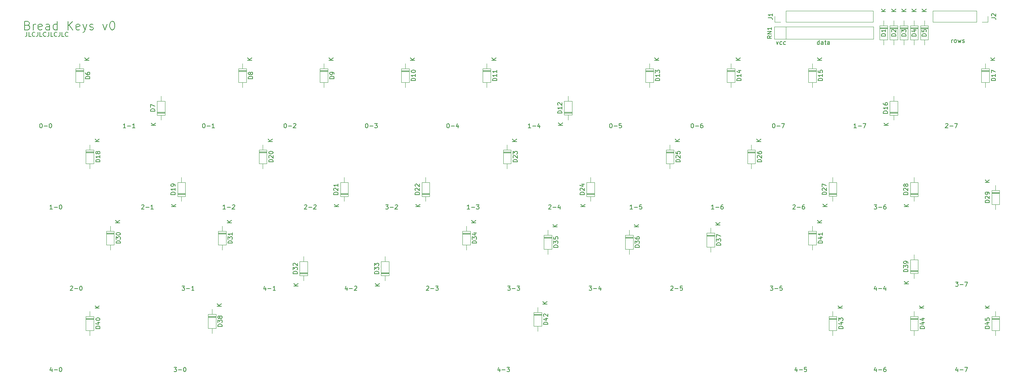
<source format=gbr>
%TF.GenerationSoftware,KiCad,Pcbnew,7.0.1*%
%TF.CreationDate,2023-04-30T14:25:03+01:00*%
%TF.ProjectId,40key,34306b65-792e-46b6-9963-61645f706362,rev?*%
%TF.SameCoordinates,Original*%
%TF.FileFunction,Legend,Top*%
%TF.FilePolarity,Positive*%
%FSLAX46Y46*%
G04 Gerber Fmt 4.6, Leading zero omitted, Abs format (unit mm)*
G04 Created by KiCad (PCBNEW 7.0.1) date 2023-04-30 14:25:03*
%MOMM*%
%LPD*%
G01*
G04 APERTURE LIST*
%ADD10C,0.150000*%
%ADD11C,0.120000*%
G04 APERTURE END LIST*
D10*
X254031726Y-61837857D02*
X254079345Y-61790238D01*
X254079345Y-61790238D02*
X254174583Y-61742619D01*
X254174583Y-61742619D02*
X254412678Y-61742619D01*
X254412678Y-61742619D02*
X254507916Y-61790238D01*
X254507916Y-61790238D02*
X254555535Y-61837857D01*
X254555535Y-61837857D02*
X254603154Y-61933095D01*
X254603154Y-61933095D02*
X254603154Y-62028333D01*
X254603154Y-62028333D02*
X254555535Y-62171190D01*
X254555535Y-62171190D02*
X253984107Y-62742619D01*
X253984107Y-62742619D02*
X254603154Y-62742619D01*
X255031726Y-62361666D02*
X255793631Y-62361666D01*
X256174583Y-61742619D02*
X256841249Y-61742619D01*
X256841249Y-61742619D02*
X256412678Y-62742619D01*
X194738571Y-61742619D02*
X194833809Y-61742619D01*
X194833809Y-61742619D02*
X194929047Y-61790238D01*
X194929047Y-61790238D02*
X194976666Y-61837857D01*
X194976666Y-61837857D02*
X195024285Y-61933095D01*
X195024285Y-61933095D02*
X195071904Y-62123571D01*
X195071904Y-62123571D02*
X195071904Y-62361666D01*
X195071904Y-62361666D02*
X195024285Y-62552142D01*
X195024285Y-62552142D02*
X194976666Y-62647380D01*
X194976666Y-62647380D02*
X194929047Y-62695000D01*
X194929047Y-62695000D02*
X194833809Y-62742619D01*
X194833809Y-62742619D02*
X194738571Y-62742619D01*
X194738571Y-62742619D02*
X194643333Y-62695000D01*
X194643333Y-62695000D02*
X194595714Y-62647380D01*
X194595714Y-62647380D02*
X194548095Y-62552142D01*
X194548095Y-62552142D02*
X194500476Y-62361666D01*
X194500476Y-62361666D02*
X194500476Y-62123571D01*
X194500476Y-62123571D02*
X194548095Y-61933095D01*
X194548095Y-61933095D02*
X194595714Y-61837857D01*
X194595714Y-61837857D02*
X194643333Y-61790238D01*
X194643333Y-61790238D02*
X194738571Y-61742619D01*
X195500476Y-62361666D02*
X196262381Y-62361666D01*
X197167142Y-61742619D02*
X196976666Y-61742619D01*
X196976666Y-61742619D02*
X196881428Y-61790238D01*
X196881428Y-61790238D02*
X196833809Y-61837857D01*
X196833809Y-61837857D02*
X196738571Y-61980714D01*
X196738571Y-61980714D02*
X196690952Y-62171190D01*
X196690952Y-62171190D02*
X196690952Y-62552142D01*
X196690952Y-62552142D02*
X196738571Y-62647380D01*
X196738571Y-62647380D02*
X196786190Y-62695000D01*
X196786190Y-62695000D02*
X196881428Y-62742619D01*
X196881428Y-62742619D02*
X197071904Y-62742619D01*
X197071904Y-62742619D02*
X197167142Y-62695000D01*
X197167142Y-62695000D02*
X197214761Y-62647380D01*
X197214761Y-62647380D02*
X197262380Y-62552142D01*
X197262380Y-62552142D02*
X197262380Y-62314047D01*
X197262380Y-62314047D02*
X197214761Y-62218809D01*
X197214761Y-62218809D02*
X197167142Y-62171190D01*
X197167142Y-62171190D02*
X197071904Y-62123571D01*
X197071904Y-62123571D02*
X196881428Y-62123571D01*
X196881428Y-62123571D02*
X196786190Y-62171190D01*
X196786190Y-62171190D02*
X196738571Y-62218809D01*
X196738571Y-62218809D02*
X196690952Y-62314047D01*
X142684404Y-81792619D02*
X142112976Y-81792619D01*
X142398690Y-81792619D02*
X142398690Y-80792619D01*
X142398690Y-80792619D02*
X142303452Y-80935476D01*
X142303452Y-80935476D02*
X142208214Y-81030714D01*
X142208214Y-81030714D02*
X142112976Y-81078333D01*
X143112976Y-81411666D02*
X143874881Y-81411666D01*
X144255833Y-80792619D02*
X144874880Y-80792619D01*
X144874880Y-80792619D02*
X144541547Y-81173571D01*
X144541547Y-81173571D02*
X144684404Y-81173571D01*
X144684404Y-81173571D02*
X144779642Y-81221190D01*
X144779642Y-81221190D02*
X144827261Y-81268809D01*
X144827261Y-81268809D02*
X144874880Y-81364047D01*
X144874880Y-81364047D02*
X144874880Y-81602142D01*
X144874880Y-81602142D02*
X144827261Y-81697380D01*
X144827261Y-81697380D02*
X144779642Y-81745000D01*
X144779642Y-81745000D02*
X144684404Y-81792619D01*
X144684404Y-81792619D02*
X144398690Y-81792619D01*
X144398690Y-81792619D02*
X144303452Y-81745000D01*
X144303452Y-81745000D02*
X144255833Y-81697380D01*
X118538571Y-61742619D02*
X118633809Y-61742619D01*
X118633809Y-61742619D02*
X118729047Y-61790238D01*
X118729047Y-61790238D02*
X118776666Y-61837857D01*
X118776666Y-61837857D02*
X118824285Y-61933095D01*
X118824285Y-61933095D02*
X118871904Y-62123571D01*
X118871904Y-62123571D02*
X118871904Y-62361666D01*
X118871904Y-62361666D02*
X118824285Y-62552142D01*
X118824285Y-62552142D02*
X118776666Y-62647380D01*
X118776666Y-62647380D02*
X118729047Y-62695000D01*
X118729047Y-62695000D02*
X118633809Y-62742619D01*
X118633809Y-62742619D02*
X118538571Y-62742619D01*
X118538571Y-62742619D02*
X118443333Y-62695000D01*
X118443333Y-62695000D02*
X118395714Y-62647380D01*
X118395714Y-62647380D02*
X118348095Y-62552142D01*
X118348095Y-62552142D02*
X118300476Y-62361666D01*
X118300476Y-62361666D02*
X118300476Y-62123571D01*
X118300476Y-62123571D02*
X118348095Y-61933095D01*
X118348095Y-61933095D02*
X118395714Y-61837857D01*
X118395714Y-61837857D02*
X118443333Y-61790238D01*
X118443333Y-61790238D02*
X118538571Y-61742619D01*
X119300476Y-62361666D02*
X120062381Y-62361666D01*
X120443333Y-61742619D02*
X121062380Y-61742619D01*
X121062380Y-61742619D02*
X120729047Y-62123571D01*
X120729047Y-62123571D02*
X120871904Y-62123571D01*
X120871904Y-62123571D02*
X120967142Y-62171190D01*
X120967142Y-62171190D02*
X121014761Y-62218809D01*
X121014761Y-62218809D02*
X121062380Y-62314047D01*
X121062380Y-62314047D02*
X121062380Y-62552142D01*
X121062380Y-62552142D02*
X121014761Y-62647380D01*
X121014761Y-62647380D02*
X120967142Y-62695000D01*
X120967142Y-62695000D02*
X120871904Y-62742619D01*
X120871904Y-62742619D02*
X120586190Y-62742619D01*
X120586190Y-62742619D02*
X120490952Y-62695000D01*
X120490952Y-62695000D02*
X120443333Y-62647380D01*
X151590357Y-99842619D02*
X152209404Y-99842619D01*
X152209404Y-99842619D02*
X151876071Y-100223571D01*
X151876071Y-100223571D02*
X152018928Y-100223571D01*
X152018928Y-100223571D02*
X152114166Y-100271190D01*
X152114166Y-100271190D02*
X152161785Y-100318809D01*
X152161785Y-100318809D02*
X152209404Y-100414047D01*
X152209404Y-100414047D02*
X152209404Y-100652142D01*
X152209404Y-100652142D02*
X152161785Y-100747380D01*
X152161785Y-100747380D02*
X152114166Y-100795000D01*
X152114166Y-100795000D02*
X152018928Y-100842619D01*
X152018928Y-100842619D02*
X151733214Y-100842619D01*
X151733214Y-100842619D02*
X151637976Y-100795000D01*
X151637976Y-100795000D02*
X151590357Y-100747380D01*
X152637976Y-100461666D02*
X153399881Y-100461666D01*
X153780833Y-99842619D02*
X154399880Y-99842619D01*
X154399880Y-99842619D02*
X154066547Y-100223571D01*
X154066547Y-100223571D02*
X154209404Y-100223571D01*
X154209404Y-100223571D02*
X154304642Y-100271190D01*
X154304642Y-100271190D02*
X154352261Y-100318809D01*
X154352261Y-100318809D02*
X154399880Y-100414047D01*
X154399880Y-100414047D02*
X154399880Y-100652142D01*
X154399880Y-100652142D02*
X154352261Y-100747380D01*
X154352261Y-100747380D02*
X154304642Y-100795000D01*
X154304642Y-100795000D02*
X154209404Y-100842619D01*
X154209404Y-100842619D02*
X153923690Y-100842619D01*
X153923690Y-100842619D02*
X153828452Y-100795000D01*
X153828452Y-100795000D02*
X153780833Y-100747380D01*
X237839166Y-100175952D02*
X237839166Y-100842619D01*
X237601071Y-99795000D02*
X237362976Y-100509285D01*
X237362976Y-100509285D02*
X237982023Y-100509285D01*
X238362976Y-100461666D02*
X239124881Y-100461666D01*
X240029642Y-100175952D02*
X240029642Y-100842619D01*
X239791547Y-99795000D02*
X239553452Y-100509285D01*
X239553452Y-100509285D02*
X240172499Y-100509285D01*
X256365357Y-98890119D02*
X256984404Y-98890119D01*
X256984404Y-98890119D02*
X256651071Y-99271071D01*
X256651071Y-99271071D02*
X256793928Y-99271071D01*
X256793928Y-99271071D02*
X256889166Y-99318690D01*
X256889166Y-99318690D02*
X256936785Y-99366309D01*
X256936785Y-99366309D02*
X256984404Y-99461547D01*
X256984404Y-99461547D02*
X256984404Y-99699642D01*
X256984404Y-99699642D02*
X256936785Y-99794880D01*
X256936785Y-99794880D02*
X256889166Y-99842500D01*
X256889166Y-99842500D02*
X256793928Y-99890119D01*
X256793928Y-99890119D02*
X256508214Y-99890119D01*
X256508214Y-99890119D02*
X256412976Y-99842500D01*
X256412976Y-99842500D02*
X256365357Y-99794880D01*
X257412976Y-99509166D02*
X258174881Y-99509166D01*
X258555833Y-98890119D02*
X259222499Y-98890119D01*
X259222499Y-98890119D02*
X258793928Y-99890119D01*
X224504166Y-43216369D02*
X224504166Y-42216369D01*
X224504166Y-43168750D02*
X224408928Y-43216369D01*
X224408928Y-43216369D02*
X224218452Y-43216369D01*
X224218452Y-43216369D02*
X224123214Y-43168750D01*
X224123214Y-43168750D02*
X224075595Y-43121130D01*
X224075595Y-43121130D02*
X224027976Y-43025892D01*
X224027976Y-43025892D02*
X224027976Y-42740178D01*
X224027976Y-42740178D02*
X224075595Y-42644940D01*
X224075595Y-42644940D02*
X224123214Y-42597321D01*
X224123214Y-42597321D02*
X224218452Y-42549702D01*
X224218452Y-42549702D02*
X224408928Y-42549702D01*
X224408928Y-42549702D02*
X224504166Y-42597321D01*
X225408928Y-43216369D02*
X225408928Y-42692559D01*
X225408928Y-42692559D02*
X225361309Y-42597321D01*
X225361309Y-42597321D02*
X225266071Y-42549702D01*
X225266071Y-42549702D02*
X225075595Y-42549702D01*
X225075595Y-42549702D02*
X224980357Y-42597321D01*
X225408928Y-43168750D02*
X225313690Y-43216369D01*
X225313690Y-43216369D02*
X225075595Y-43216369D01*
X225075595Y-43216369D02*
X224980357Y-43168750D01*
X224980357Y-43168750D02*
X224932738Y-43073511D01*
X224932738Y-43073511D02*
X224932738Y-42978273D01*
X224932738Y-42978273D02*
X224980357Y-42883035D01*
X224980357Y-42883035D02*
X225075595Y-42835416D01*
X225075595Y-42835416D02*
X225313690Y-42835416D01*
X225313690Y-42835416D02*
X225408928Y-42787797D01*
X225742262Y-42549702D02*
X226123214Y-42549702D01*
X225885119Y-42216369D02*
X225885119Y-43073511D01*
X225885119Y-43073511D02*
X225932738Y-43168750D01*
X225932738Y-43168750D02*
X226027976Y-43216369D01*
X226027976Y-43216369D02*
X226123214Y-43216369D01*
X226885119Y-43216369D02*
X226885119Y-42692559D01*
X226885119Y-42692559D02*
X226837500Y-42597321D01*
X226837500Y-42597321D02*
X226742262Y-42549702D01*
X226742262Y-42549702D02*
X226551786Y-42549702D01*
X226551786Y-42549702D02*
X226456548Y-42597321D01*
X226885119Y-43168750D02*
X226789881Y-43216369D01*
X226789881Y-43216369D02*
X226551786Y-43216369D01*
X226551786Y-43216369D02*
X226456548Y-43168750D01*
X226456548Y-43168750D02*
X226408929Y-43073511D01*
X226408929Y-43073511D02*
X226408929Y-42978273D01*
X226408929Y-42978273D02*
X226456548Y-42883035D01*
X226456548Y-42883035D02*
X226551786Y-42835416D01*
X226551786Y-42835416D02*
X226789881Y-42835416D01*
X226789881Y-42835416D02*
X226885119Y-42787797D01*
X132587976Y-99937857D02*
X132635595Y-99890238D01*
X132635595Y-99890238D02*
X132730833Y-99842619D01*
X132730833Y-99842619D02*
X132968928Y-99842619D01*
X132968928Y-99842619D02*
X133064166Y-99890238D01*
X133064166Y-99890238D02*
X133111785Y-99937857D01*
X133111785Y-99937857D02*
X133159404Y-100033095D01*
X133159404Y-100033095D02*
X133159404Y-100128333D01*
X133159404Y-100128333D02*
X133111785Y-100271190D01*
X133111785Y-100271190D02*
X132540357Y-100842619D01*
X132540357Y-100842619D02*
X133159404Y-100842619D01*
X133587976Y-100461666D02*
X134349881Y-100461666D01*
X134730833Y-99842619D02*
X135349880Y-99842619D01*
X135349880Y-99842619D02*
X135016547Y-100223571D01*
X135016547Y-100223571D02*
X135159404Y-100223571D01*
X135159404Y-100223571D02*
X135254642Y-100271190D01*
X135254642Y-100271190D02*
X135302261Y-100318809D01*
X135302261Y-100318809D02*
X135349880Y-100414047D01*
X135349880Y-100414047D02*
X135349880Y-100652142D01*
X135349880Y-100652142D02*
X135302261Y-100747380D01*
X135302261Y-100747380D02*
X135254642Y-100795000D01*
X135254642Y-100795000D02*
X135159404Y-100842619D01*
X135159404Y-100842619D02*
X134873690Y-100842619D01*
X134873690Y-100842619D02*
X134778452Y-100795000D01*
X134778452Y-100795000D02*
X134730833Y-100747380D01*
X75390357Y-99842619D02*
X76009404Y-99842619D01*
X76009404Y-99842619D02*
X75676071Y-100223571D01*
X75676071Y-100223571D02*
X75818928Y-100223571D01*
X75818928Y-100223571D02*
X75914166Y-100271190D01*
X75914166Y-100271190D02*
X75961785Y-100318809D01*
X75961785Y-100318809D02*
X76009404Y-100414047D01*
X76009404Y-100414047D02*
X76009404Y-100652142D01*
X76009404Y-100652142D02*
X75961785Y-100747380D01*
X75961785Y-100747380D02*
X75914166Y-100795000D01*
X75914166Y-100795000D02*
X75818928Y-100842619D01*
X75818928Y-100842619D02*
X75533214Y-100842619D01*
X75533214Y-100842619D02*
X75437976Y-100795000D01*
X75437976Y-100795000D02*
X75390357Y-100747380D01*
X76437976Y-100461666D02*
X77199881Y-100461666D01*
X78199880Y-100842619D02*
X77628452Y-100842619D01*
X77914166Y-100842619D02*
X77914166Y-99842619D01*
X77914166Y-99842619D02*
X77818928Y-99985476D01*
X77818928Y-99985476D02*
X77723690Y-100080714D01*
X77723690Y-100080714D02*
X77628452Y-100128333D01*
X237839166Y-119225952D02*
X237839166Y-119892619D01*
X237601071Y-118845000D02*
X237362976Y-119559285D01*
X237362976Y-119559285D02*
X237982023Y-119559285D01*
X238362976Y-119511666D02*
X239124881Y-119511666D01*
X240029642Y-118892619D02*
X239839166Y-118892619D01*
X239839166Y-118892619D02*
X239743928Y-118940238D01*
X239743928Y-118940238D02*
X239696309Y-118987857D01*
X239696309Y-118987857D02*
X239601071Y-119130714D01*
X239601071Y-119130714D02*
X239553452Y-119321190D01*
X239553452Y-119321190D02*
X239553452Y-119702142D01*
X239553452Y-119702142D02*
X239601071Y-119797380D01*
X239601071Y-119797380D02*
X239648690Y-119845000D01*
X239648690Y-119845000D02*
X239743928Y-119892619D01*
X239743928Y-119892619D02*
X239934404Y-119892619D01*
X239934404Y-119892619D02*
X240029642Y-119845000D01*
X240029642Y-119845000D02*
X240077261Y-119797380D01*
X240077261Y-119797380D02*
X240124880Y-119702142D01*
X240124880Y-119702142D02*
X240124880Y-119464047D01*
X240124880Y-119464047D02*
X240077261Y-119368809D01*
X240077261Y-119368809D02*
X240029642Y-119321190D01*
X240029642Y-119321190D02*
X239934404Y-119273571D01*
X239934404Y-119273571D02*
X239743928Y-119273571D01*
X239743928Y-119273571D02*
X239648690Y-119321190D01*
X239648690Y-119321190D02*
X239601071Y-119368809D01*
X239601071Y-119368809D02*
X239553452Y-119464047D01*
X218312976Y-80887857D02*
X218360595Y-80840238D01*
X218360595Y-80840238D02*
X218455833Y-80792619D01*
X218455833Y-80792619D02*
X218693928Y-80792619D01*
X218693928Y-80792619D02*
X218789166Y-80840238D01*
X218789166Y-80840238D02*
X218836785Y-80887857D01*
X218836785Y-80887857D02*
X218884404Y-80983095D01*
X218884404Y-80983095D02*
X218884404Y-81078333D01*
X218884404Y-81078333D02*
X218836785Y-81221190D01*
X218836785Y-81221190D02*
X218265357Y-81792619D01*
X218265357Y-81792619D02*
X218884404Y-81792619D01*
X219312976Y-81411666D02*
X220074881Y-81411666D01*
X220979642Y-80792619D02*
X220789166Y-80792619D01*
X220789166Y-80792619D02*
X220693928Y-80840238D01*
X220693928Y-80840238D02*
X220646309Y-80887857D01*
X220646309Y-80887857D02*
X220551071Y-81030714D01*
X220551071Y-81030714D02*
X220503452Y-81221190D01*
X220503452Y-81221190D02*
X220503452Y-81602142D01*
X220503452Y-81602142D02*
X220551071Y-81697380D01*
X220551071Y-81697380D02*
X220598690Y-81745000D01*
X220598690Y-81745000D02*
X220693928Y-81792619D01*
X220693928Y-81792619D02*
X220884404Y-81792619D01*
X220884404Y-81792619D02*
X220979642Y-81745000D01*
X220979642Y-81745000D02*
X221027261Y-81697380D01*
X221027261Y-81697380D02*
X221074880Y-81602142D01*
X221074880Y-81602142D02*
X221074880Y-81364047D01*
X221074880Y-81364047D02*
X221027261Y-81268809D01*
X221027261Y-81268809D02*
X220979642Y-81221190D01*
X220979642Y-81221190D02*
X220884404Y-81173571D01*
X220884404Y-81173571D02*
X220693928Y-81173571D01*
X220693928Y-81173571D02*
X220598690Y-81221190D01*
X220598690Y-81221190D02*
X220551071Y-81268809D01*
X220551071Y-81268809D02*
X220503452Y-81364047D01*
X123015357Y-80792619D02*
X123634404Y-80792619D01*
X123634404Y-80792619D02*
X123301071Y-81173571D01*
X123301071Y-81173571D02*
X123443928Y-81173571D01*
X123443928Y-81173571D02*
X123539166Y-81221190D01*
X123539166Y-81221190D02*
X123586785Y-81268809D01*
X123586785Y-81268809D02*
X123634404Y-81364047D01*
X123634404Y-81364047D02*
X123634404Y-81602142D01*
X123634404Y-81602142D02*
X123586785Y-81697380D01*
X123586785Y-81697380D02*
X123539166Y-81745000D01*
X123539166Y-81745000D02*
X123443928Y-81792619D01*
X123443928Y-81792619D02*
X123158214Y-81792619D01*
X123158214Y-81792619D02*
X123062976Y-81745000D01*
X123062976Y-81745000D02*
X123015357Y-81697380D01*
X124062976Y-81411666D02*
X124824881Y-81411666D01*
X125253452Y-80887857D02*
X125301071Y-80840238D01*
X125301071Y-80840238D02*
X125396309Y-80792619D01*
X125396309Y-80792619D02*
X125634404Y-80792619D01*
X125634404Y-80792619D02*
X125729642Y-80840238D01*
X125729642Y-80840238D02*
X125777261Y-80887857D01*
X125777261Y-80887857D02*
X125824880Y-80983095D01*
X125824880Y-80983095D02*
X125824880Y-81078333D01*
X125824880Y-81078333D02*
X125777261Y-81221190D01*
X125777261Y-81221190D02*
X125205833Y-81792619D01*
X125205833Y-81792619D02*
X125824880Y-81792619D01*
X237315357Y-80792619D02*
X237934404Y-80792619D01*
X237934404Y-80792619D02*
X237601071Y-81173571D01*
X237601071Y-81173571D02*
X237743928Y-81173571D01*
X237743928Y-81173571D02*
X237839166Y-81221190D01*
X237839166Y-81221190D02*
X237886785Y-81268809D01*
X237886785Y-81268809D02*
X237934404Y-81364047D01*
X237934404Y-81364047D02*
X237934404Y-81602142D01*
X237934404Y-81602142D02*
X237886785Y-81697380D01*
X237886785Y-81697380D02*
X237839166Y-81745000D01*
X237839166Y-81745000D02*
X237743928Y-81792619D01*
X237743928Y-81792619D02*
X237458214Y-81792619D01*
X237458214Y-81792619D02*
X237362976Y-81745000D01*
X237362976Y-81745000D02*
X237315357Y-81697380D01*
X238362976Y-81411666D02*
X239124881Y-81411666D01*
X240029642Y-80792619D02*
X239839166Y-80792619D01*
X239839166Y-80792619D02*
X239743928Y-80840238D01*
X239743928Y-80840238D02*
X239696309Y-80887857D01*
X239696309Y-80887857D02*
X239601071Y-81030714D01*
X239601071Y-81030714D02*
X239553452Y-81221190D01*
X239553452Y-81221190D02*
X239553452Y-81602142D01*
X239553452Y-81602142D02*
X239601071Y-81697380D01*
X239601071Y-81697380D02*
X239648690Y-81745000D01*
X239648690Y-81745000D02*
X239743928Y-81792619D01*
X239743928Y-81792619D02*
X239934404Y-81792619D01*
X239934404Y-81792619D02*
X240029642Y-81745000D01*
X240029642Y-81745000D02*
X240077261Y-81697380D01*
X240077261Y-81697380D02*
X240124880Y-81602142D01*
X240124880Y-81602142D02*
X240124880Y-81364047D01*
X240124880Y-81364047D02*
X240077261Y-81268809D01*
X240077261Y-81268809D02*
X240029642Y-81221190D01*
X240029642Y-81221190D02*
X239934404Y-81173571D01*
X239934404Y-81173571D02*
X239743928Y-81173571D01*
X239743928Y-81173571D02*
X239648690Y-81221190D01*
X239648690Y-81221190D02*
X239601071Y-81268809D01*
X239601071Y-81268809D02*
X239553452Y-81364047D01*
X73485357Y-118892619D02*
X74104404Y-118892619D01*
X74104404Y-118892619D02*
X73771071Y-119273571D01*
X73771071Y-119273571D02*
X73913928Y-119273571D01*
X73913928Y-119273571D02*
X74009166Y-119321190D01*
X74009166Y-119321190D02*
X74056785Y-119368809D01*
X74056785Y-119368809D02*
X74104404Y-119464047D01*
X74104404Y-119464047D02*
X74104404Y-119702142D01*
X74104404Y-119702142D02*
X74056785Y-119797380D01*
X74056785Y-119797380D02*
X74009166Y-119845000D01*
X74009166Y-119845000D02*
X73913928Y-119892619D01*
X73913928Y-119892619D02*
X73628214Y-119892619D01*
X73628214Y-119892619D02*
X73532976Y-119845000D01*
X73532976Y-119845000D02*
X73485357Y-119797380D01*
X74532976Y-119511666D02*
X75294881Y-119511666D01*
X75961547Y-118892619D02*
X76056785Y-118892619D01*
X76056785Y-118892619D02*
X76152023Y-118940238D01*
X76152023Y-118940238D02*
X76199642Y-118987857D01*
X76199642Y-118987857D02*
X76247261Y-119083095D01*
X76247261Y-119083095D02*
X76294880Y-119273571D01*
X76294880Y-119273571D02*
X76294880Y-119511666D01*
X76294880Y-119511666D02*
X76247261Y-119702142D01*
X76247261Y-119702142D02*
X76199642Y-119797380D01*
X76199642Y-119797380D02*
X76152023Y-119845000D01*
X76152023Y-119845000D02*
X76056785Y-119892619D01*
X76056785Y-119892619D02*
X75961547Y-119892619D01*
X75961547Y-119892619D02*
X75866309Y-119845000D01*
X75866309Y-119845000D02*
X75818690Y-119797380D01*
X75818690Y-119797380D02*
X75771071Y-119702142D01*
X75771071Y-119702142D02*
X75723452Y-119511666D01*
X75723452Y-119511666D02*
X75723452Y-119273571D01*
X75723452Y-119273571D02*
X75771071Y-119083095D01*
X75771071Y-119083095D02*
X75818690Y-118987857D01*
X75818690Y-118987857D02*
X75866309Y-118940238D01*
X75866309Y-118940238D02*
X75961547Y-118892619D01*
X175688571Y-61742619D02*
X175783809Y-61742619D01*
X175783809Y-61742619D02*
X175879047Y-61790238D01*
X175879047Y-61790238D02*
X175926666Y-61837857D01*
X175926666Y-61837857D02*
X175974285Y-61933095D01*
X175974285Y-61933095D02*
X176021904Y-62123571D01*
X176021904Y-62123571D02*
X176021904Y-62361666D01*
X176021904Y-62361666D02*
X175974285Y-62552142D01*
X175974285Y-62552142D02*
X175926666Y-62647380D01*
X175926666Y-62647380D02*
X175879047Y-62695000D01*
X175879047Y-62695000D02*
X175783809Y-62742619D01*
X175783809Y-62742619D02*
X175688571Y-62742619D01*
X175688571Y-62742619D02*
X175593333Y-62695000D01*
X175593333Y-62695000D02*
X175545714Y-62647380D01*
X175545714Y-62647380D02*
X175498095Y-62552142D01*
X175498095Y-62552142D02*
X175450476Y-62361666D01*
X175450476Y-62361666D02*
X175450476Y-62123571D01*
X175450476Y-62123571D02*
X175498095Y-61933095D01*
X175498095Y-61933095D02*
X175545714Y-61837857D01*
X175545714Y-61837857D02*
X175593333Y-61790238D01*
X175593333Y-61790238D02*
X175688571Y-61742619D01*
X176450476Y-62361666D02*
X177212381Y-62361666D01*
X178164761Y-61742619D02*
X177688571Y-61742619D01*
X177688571Y-61742619D02*
X177640952Y-62218809D01*
X177640952Y-62218809D02*
X177688571Y-62171190D01*
X177688571Y-62171190D02*
X177783809Y-62123571D01*
X177783809Y-62123571D02*
X178021904Y-62123571D01*
X178021904Y-62123571D02*
X178117142Y-62171190D01*
X178117142Y-62171190D02*
X178164761Y-62218809D01*
X178164761Y-62218809D02*
X178212380Y-62314047D01*
X178212380Y-62314047D02*
X178212380Y-62552142D01*
X178212380Y-62552142D02*
X178164761Y-62647380D01*
X178164761Y-62647380D02*
X178117142Y-62695000D01*
X178117142Y-62695000D02*
X178021904Y-62742619D01*
X178021904Y-62742619D02*
X177783809Y-62742619D01*
X177783809Y-62742619D02*
X177688571Y-62695000D01*
X177688571Y-62695000D02*
X177640952Y-62647380D01*
X65912976Y-80887857D02*
X65960595Y-80840238D01*
X65960595Y-80840238D02*
X66055833Y-80792619D01*
X66055833Y-80792619D02*
X66293928Y-80792619D01*
X66293928Y-80792619D02*
X66389166Y-80840238D01*
X66389166Y-80840238D02*
X66436785Y-80887857D01*
X66436785Y-80887857D02*
X66484404Y-80983095D01*
X66484404Y-80983095D02*
X66484404Y-81078333D01*
X66484404Y-81078333D02*
X66436785Y-81221190D01*
X66436785Y-81221190D02*
X65865357Y-81792619D01*
X65865357Y-81792619D02*
X66484404Y-81792619D01*
X66912976Y-81411666D02*
X67674881Y-81411666D01*
X68674880Y-81792619D02*
X68103452Y-81792619D01*
X68389166Y-81792619D02*
X68389166Y-80792619D01*
X68389166Y-80792619D02*
X68293928Y-80935476D01*
X68293928Y-80935476D02*
X68198690Y-81030714D01*
X68198690Y-81030714D02*
X68103452Y-81078333D01*
X213026607Y-99842619D02*
X213645654Y-99842619D01*
X213645654Y-99842619D02*
X213312321Y-100223571D01*
X213312321Y-100223571D02*
X213455178Y-100223571D01*
X213455178Y-100223571D02*
X213550416Y-100271190D01*
X213550416Y-100271190D02*
X213598035Y-100318809D01*
X213598035Y-100318809D02*
X213645654Y-100414047D01*
X213645654Y-100414047D02*
X213645654Y-100652142D01*
X213645654Y-100652142D02*
X213598035Y-100747380D01*
X213598035Y-100747380D02*
X213550416Y-100795000D01*
X213550416Y-100795000D02*
X213455178Y-100842619D01*
X213455178Y-100842619D02*
X213169464Y-100842619D01*
X213169464Y-100842619D02*
X213074226Y-100795000D01*
X213074226Y-100795000D02*
X213026607Y-100747380D01*
X214074226Y-100461666D02*
X214836131Y-100461666D01*
X215788511Y-99842619D02*
X215312321Y-99842619D01*
X215312321Y-99842619D02*
X215264702Y-100318809D01*
X215264702Y-100318809D02*
X215312321Y-100271190D01*
X215312321Y-100271190D02*
X215407559Y-100223571D01*
X215407559Y-100223571D02*
X215645654Y-100223571D01*
X215645654Y-100223571D02*
X215740892Y-100271190D01*
X215740892Y-100271190D02*
X215788511Y-100318809D01*
X215788511Y-100318809D02*
X215836130Y-100414047D01*
X215836130Y-100414047D02*
X215836130Y-100652142D01*
X215836130Y-100652142D02*
X215788511Y-100747380D01*
X215788511Y-100747380D02*
X215740892Y-100795000D01*
X215740892Y-100795000D02*
X215645654Y-100842619D01*
X215645654Y-100842619D02*
X215407559Y-100842619D01*
X215407559Y-100842619D02*
X215312321Y-100795000D01*
X215312321Y-100795000D02*
X215264702Y-100747380D01*
X39242857Y-38717619D02*
X39528571Y-38812857D01*
X39528571Y-38812857D02*
X39623809Y-38908095D01*
X39623809Y-38908095D02*
X39719047Y-39098571D01*
X39719047Y-39098571D02*
X39719047Y-39384285D01*
X39719047Y-39384285D02*
X39623809Y-39574761D01*
X39623809Y-39574761D02*
X39528571Y-39670000D01*
X39528571Y-39670000D02*
X39338095Y-39765238D01*
X39338095Y-39765238D02*
X38576190Y-39765238D01*
X38576190Y-39765238D02*
X38576190Y-37765238D01*
X38576190Y-37765238D02*
X39242857Y-37765238D01*
X39242857Y-37765238D02*
X39433333Y-37860476D01*
X39433333Y-37860476D02*
X39528571Y-37955714D01*
X39528571Y-37955714D02*
X39623809Y-38146190D01*
X39623809Y-38146190D02*
X39623809Y-38336666D01*
X39623809Y-38336666D02*
X39528571Y-38527142D01*
X39528571Y-38527142D02*
X39433333Y-38622380D01*
X39433333Y-38622380D02*
X39242857Y-38717619D01*
X39242857Y-38717619D02*
X38576190Y-38717619D01*
X40576190Y-39765238D02*
X40576190Y-38431904D01*
X40576190Y-38812857D02*
X40671428Y-38622380D01*
X40671428Y-38622380D02*
X40766666Y-38527142D01*
X40766666Y-38527142D02*
X40957142Y-38431904D01*
X40957142Y-38431904D02*
X41147619Y-38431904D01*
X42576190Y-39670000D02*
X42385714Y-39765238D01*
X42385714Y-39765238D02*
X42004761Y-39765238D01*
X42004761Y-39765238D02*
X41814285Y-39670000D01*
X41814285Y-39670000D02*
X41719047Y-39479523D01*
X41719047Y-39479523D02*
X41719047Y-38717619D01*
X41719047Y-38717619D02*
X41814285Y-38527142D01*
X41814285Y-38527142D02*
X42004761Y-38431904D01*
X42004761Y-38431904D02*
X42385714Y-38431904D01*
X42385714Y-38431904D02*
X42576190Y-38527142D01*
X42576190Y-38527142D02*
X42671428Y-38717619D01*
X42671428Y-38717619D02*
X42671428Y-38908095D01*
X42671428Y-38908095D02*
X41719047Y-39098571D01*
X44385714Y-39765238D02*
X44385714Y-38717619D01*
X44385714Y-38717619D02*
X44290476Y-38527142D01*
X44290476Y-38527142D02*
X44100000Y-38431904D01*
X44100000Y-38431904D02*
X43719047Y-38431904D01*
X43719047Y-38431904D02*
X43528571Y-38527142D01*
X44385714Y-39670000D02*
X44195238Y-39765238D01*
X44195238Y-39765238D02*
X43719047Y-39765238D01*
X43719047Y-39765238D02*
X43528571Y-39670000D01*
X43528571Y-39670000D02*
X43433333Y-39479523D01*
X43433333Y-39479523D02*
X43433333Y-39289047D01*
X43433333Y-39289047D02*
X43528571Y-39098571D01*
X43528571Y-39098571D02*
X43719047Y-39003333D01*
X43719047Y-39003333D02*
X44195238Y-39003333D01*
X44195238Y-39003333D02*
X44385714Y-38908095D01*
X46195238Y-39765238D02*
X46195238Y-37765238D01*
X46195238Y-39670000D02*
X46004762Y-39765238D01*
X46004762Y-39765238D02*
X45623809Y-39765238D01*
X45623809Y-39765238D02*
X45433333Y-39670000D01*
X45433333Y-39670000D02*
X45338095Y-39574761D01*
X45338095Y-39574761D02*
X45242857Y-39384285D01*
X45242857Y-39384285D02*
X45242857Y-38812857D01*
X45242857Y-38812857D02*
X45338095Y-38622380D01*
X45338095Y-38622380D02*
X45433333Y-38527142D01*
X45433333Y-38527142D02*
X45623809Y-38431904D01*
X45623809Y-38431904D02*
X46004762Y-38431904D01*
X46004762Y-38431904D02*
X46195238Y-38527142D01*
X48671429Y-39765238D02*
X48671429Y-37765238D01*
X49814286Y-39765238D02*
X48957143Y-38622380D01*
X49814286Y-37765238D02*
X48671429Y-38908095D01*
X51433334Y-39670000D02*
X51242858Y-39765238D01*
X51242858Y-39765238D02*
X50861905Y-39765238D01*
X50861905Y-39765238D02*
X50671429Y-39670000D01*
X50671429Y-39670000D02*
X50576191Y-39479523D01*
X50576191Y-39479523D02*
X50576191Y-38717619D01*
X50576191Y-38717619D02*
X50671429Y-38527142D01*
X50671429Y-38527142D02*
X50861905Y-38431904D01*
X50861905Y-38431904D02*
X51242858Y-38431904D01*
X51242858Y-38431904D02*
X51433334Y-38527142D01*
X51433334Y-38527142D02*
X51528572Y-38717619D01*
X51528572Y-38717619D02*
X51528572Y-38908095D01*
X51528572Y-38908095D02*
X50576191Y-39098571D01*
X52195239Y-38431904D02*
X52671429Y-39765238D01*
X53147620Y-38431904D02*
X52671429Y-39765238D01*
X52671429Y-39765238D02*
X52480953Y-40241428D01*
X52480953Y-40241428D02*
X52385715Y-40336666D01*
X52385715Y-40336666D02*
X52195239Y-40431904D01*
X53814287Y-39670000D02*
X54004763Y-39765238D01*
X54004763Y-39765238D02*
X54385715Y-39765238D01*
X54385715Y-39765238D02*
X54576192Y-39670000D01*
X54576192Y-39670000D02*
X54671430Y-39479523D01*
X54671430Y-39479523D02*
X54671430Y-39384285D01*
X54671430Y-39384285D02*
X54576192Y-39193809D01*
X54576192Y-39193809D02*
X54385715Y-39098571D01*
X54385715Y-39098571D02*
X54100001Y-39098571D01*
X54100001Y-39098571D02*
X53909525Y-39003333D01*
X53909525Y-39003333D02*
X53814287Y-38812857D01*
X53814287Y-38812857D02*
X53814287Y-38717619D01*
X53814287Y-38717619D02*
X53909525Y-38527142D01*
X53909525Y-38527142D02*
X54100001Y-38431904D01*
X54100001Y-38431904D02*
X54385715Y-38431904D01*
X54385715Y-38431904D02*
X54576192Y-38527142D01*
X56861907Y-38431904D02*
X57338097Y-39765238D01*
X57338097Y-39765238D02*
X57814288Y-38431904D01*
X58957145Y-37765238D02*
X59147622Y-37765238D01*
X59147622Y-37765238D02*
X59338098Y-37860476D01*
X59338098Y-37860476D02*
X59433336Y-37955714D01*
X59433336Y-37955714D02*
X59528574Y-38146190D01*
X59528574Y-38146190D02*
X59623812Y-38527142D01*
X59623812Y-38527142D02*
X59623812Y-39003333D01*
X59623812Y-39003333D02*
X59528574Y-39384285D01*
X59528574Y-39384285D02*
X59433336Y-39574761D01*
X59433336Y-39574761D02*
X59338098Y-39670000D01*
X59338098Y-39670000D02*
X59147622Y-39765238D01*
X59147622Y-39765238D02*
X58957145Y-39765238D01*
X58957145Y-39765238D02*
X58766669Y-39670000D01*
X58766669Y-39670000D02*
X58671431Y-39574761D01*
X58671431Y-39574761D02*
X58576193Y-39384285D01*
X58576193Y-39384285D02*
X58480955Y-39003333D01*
X58480955Y-39003333D02*
X58480955Y-38527142D01*
X58480955Y-38527142D02*
X58576193Y-38146190D01*
X58576193Y-38146190D02*
X58671431Y-37955714D01*
X58671431Y-37955714D02*
X58766669Y-37860476D01*
X58766669Y-37860476D02*
X58957145Y-37765238D01*
X161162976Y-80887857D02*
X161210595Y-80840238D01*
X161210595Y-80840238D02*
X161305833Y-80792619D01*
X161305833Y-80792619D02*
X161543928Y-80792619D01*
X161543928Y-80792619D02*
X161639166Y-80840238D01*
X161639166Y-80840238D02*
X161686785Y-80887857D01*
X161686785Y-80887857D02*
X161734404Y-80983095D01*
X161734404Y-80983095D02*
X161734404Y-81078333D01*
X161734404Y-81078333D02*
X161686785Y-81221190D01*
X161686785Y-81221190D02*
X161115357Y-81792619D01*
X161115357Y-81792619D02*
X161734404Y-81792619D01*
X162162976Y-81411666D02*
X162924881Y-81411666D01*
X163829642Y-81125952D02*
X163829642Y-81792619D01*
X163591547Y-80745000D02*
X163353452Y-81459285D01*
X163353452Y-81459285D02*
X163972499Y-81459285D01*
X170640357Y-99842619D02*
X171259404Y-99842619D01*
X171259404Y-99842619D02*
X170926071Y-100223571D01*
X170926071Y-100223571D02*
X171068928Y-100223571D01*
X171068928Y-100223571D02*
X171164166Y-100271190D01*
X171164166Y-100271190D02*
X171211785Y-100318809D01*
X171211785Y-100318809D02*
X171259404Y-100414047D01*
X171259404Y-100414047D02*
X171259404Y-100652142D01*
X171259404Y-100652142D02*
X171211785Y-100747380D01*
X171211785Y-100747380D02*
X171164166Y-100795000D01*
X171164166Y-100795000D02*
X171068928Y-100842619D01*
X171068928Y-100842619D02*
X170783214Y-100842619D01*
X170783214Y-100842619D02*
X170687976Y-100795000D01*
X170687976Y-100795000D02*
X170640357Y-100747380D01*
X171687976Y-100461666D02*
X172449881Y-100461666D01*
X173354642Y-100175952D02*
X173354642Y-100842619D01*
X173116547Y-99795000D02*
X172878452Y-100509285D01*
X172878452Y-100509285D02*
X173497499Y-100509285D01*
X104012976Y-80887857D02*
X104060595Y-80840238D01*
X104060595Y-80840238D02*
X104155833Y-80792619D01*
X104155833Y-80792619D02*
X104393928Y-80792619D01*
X104393928Y-80792619D02*
X104489166Y-80840238D01*
X104489166Y-80840238D02*
X104536785Y-80887857D01*
X104536785Y-80887857D02*
X104584404Y-80983095D01*
X104584404Y-80983095D02*
X104584404Y-81078333D01*
X104584404Y-81078333D02*
X104536785Y-81221190D01*
X104536785Y-81221190D02*
X103965357Y-81792619D01*
X103965357Y-81792619D02*
X104584404Y-81792619D01*
X105012976Y-81411666D02*
X105774881Y-81411666D01*
X106203452Y-80887857D02*
X106251071Y-80840238D01*
X106251071Y-80840238D02*
X106346309Y-80792619D01*
X106346309Y-80792619D02*
X106584404Y-80792619D01*
X106584404Y-80792619D02*
X106679642Y-80840238D01*
X106679642Y-80840238D02*
X106727261Y-80887857D01*
X106727261Y-80887857D02*
X106774880Y-80983095D01*
X106774880Y-80983095D02*
X106774880Y-81078333D01*
X106774880Y-81078333D02*
X106727261Y-81221190D01*
X106727261Y-81221190D02*
X106155833Y-81792619D01*
X106155833Y-81792619D02*
X106774880Y-81792619D01*
X85534404Y-81792619D02*
X84962976Y-81792619D01*
X85248690Y-81792619D02*
X85248690Y-80792619D01*
X85248690Y-80792619D02*
X85153452Y-80935476D01*
X85153452Y-80935476D02*
X85058214Y-81030714D01*
X85058214Y-81030714D02*
X84962976Y-81078333D01*
X85962976Y-81411666D02*
X86724881Y-81411666D01*
X87153452Y-80887857D02*
X87201071Y-80840238D01*
X87201071Y-80840238D02*
X87296309Y-80792619D01*
X87296309Y-80792619D02*
X87534404Y-80792619D01*
X87534404Y-80792619D02*
X87629642Y-80840238D01*
X87629642Y-80840238D02*
X87677261Y-80887857D01*
X87677261Y-80887857D02*
X87724880Y-80983095D01*
X87724880Y-80983095D02*
X87724880Y-81078333D01*
X87724880Y-81078333D02*
X87677261Y-81221190D01*
X87677261Y-81221190D02*
X87105833Y-81792619D01*
X87105833Y-81792619D02*
X87724880Y-81792619D01*
X94964166Y-100175952D02*
X94964166Y-100842619D01*
X94726071Y-99795000D02*
X94487976Y-100509285D01*
X94487976Y-100509285D02*
X95107023Y-100509285D01*
X95487976Y-100461666D02*
X96249881Y-100461666D01*
X97249880Y-100842619D02*
X96678452Y-100842619D01*
X96964166Y-100842619D02*
X96964166Y-99842619D01*
X96964166Y-99842619D02*
X96868928Y-99985476D01*
X96868928Y-99985476D02*
X96773690Y-100080714D01*
X96773690Y-100080714D02*
X96678452Y-100128333D01*
X42338571Y-61742619D02*
X42433809Y-61742619D01*
X42433809Y-61742619D02*
X42529047Y-61790238D01*
X42529047Y-61790238D02*
X42576666Y-61837857D01*
X42576666Y-61837857D02*
X42624285Y-61933095D01*
X42624285Y-61933095D02*
X42671904Y-62123571D01*
X42671904Y-62123571D02*
X42671904Y-62361666D01*
X42671904Y-62361666D02*
X42624285Y-62552142D01*
X42624285Y-62552142D02*
X42576666Y-62647380D01*
X42576666Y-62647380D02*
X42529047Y-62695000D01*
X42529047Y-62695000D02*
X42433809Y-62742619D01*
X42433809Y-62742619D02*
X42338571Y-62742619D01*
X42338571Y-62742619D02*
X42243333Y-62695000D01*
X42243333Y-62695000D02*
X42195714Y-62647380D01*
X42195714Y-62647380D02*
X42148095Y-62552142D01*
X42148095Y-62552142D02*
X42100476Y-62361666D01*
X42100476Y-62361666D02*
X42100476Y-62123571D01*
X42100476Y-62123571D02*
X42148095Y-61933095D01*
X42148095Y-61933095D02*
X42195714Y-61837857D01*
X42195714Y-61837857D02*
X42243333Y-61790238D01*
X42243333Y-61790238D02*
X42338571Y-61742619D01*
X43100476Y-62361666D02*
X43862381Y-62361666D01*
X44529047Y-61742619D02*
X44624285Y-61742619D01*
X44624285Y-61742619D02*
X44719523Y-61790238D01*
X44719523Y-61790238D02*
X44767142Y-61837857D01*
X44767142Y-61837857D02*
X44814761Y-61933095D01*
X44814761Y-61933095D02*
X44862380Y-62123571D01*
X44862380Y-62123571D02*
X44862380Y-62361666D01*
X44862380Y-62361666D02*
X44814761Y-62552142D01*
X44814761Y-62552142D02*
X44767142Y-62647380D01*
X44767142Y-62647380D02*
X44719523Y-62695000D01*
X44719523Y-62695000D02*
X44624285Y-62742619D01*
X44624285Y-62742619D02*
X44529047Y-62742619D01*
X44529047Y-62742619D02*
X44433809Y-62695000D01*
X44433809Y-62695000D02*
X44386190Y-62647380D01*
X44386190Y-62647380D02*
X44338571Y-62552142D01*
X44338571Y-62552142D02*
X44290952Y-62361666D01*
X44290952Y-62361666D02*
X44290952Y-62123571D01*
X44290952Y-62123571D02*
X44338571Y-61933095D01*
X44338571Y-61933095D02*
X44386190Y-61837857D01*
X44386190Y-61837857D02*
X44433809Y-61790238D01*
X44433809Y-61790238D02*
X44529047Y-61742619D01*
X99488571Y-61742619D02*
X99583809Y-61742619D01*
X99583809Y-61742619D02*
X99679047Y-61790238D01*
X99679047Y-61790238D02*
X99726666Y-61837857D01*
X99726666Y-61837857D02*
X99774285Y-61933095D01*
X99774285Y-61933095D02*
X99821904Y-62123571D01*
X99821904Y-62123571D02*
X99821904Y-62361666D01*
X99821904Y-62361666D02*
X99774285Y-62552142D01*
X99774285Y-62552142D02*
X99726666Y-62647380D01*
X99726666Y-62647380D02*
X99679047Y-62695000D01*
X99679047Y-62695000D02*
X99583809Y-62742619D01*
X99583809Y-62742619D02*
X99488571Y-62742619D01*
X99488571Y-62742619D02*
X99393333Y-62695000D01*
X99393333Y-62695000D02*
X99345714Y-62647380D01*
X99345714Y-62647380D02*
X99298095Y-62552142D01*
X99298095Y-62552142D02*
X99250476Y-62361666D01*
X99250476Y-62361666D02*
X99250476Y-62123571D01*
X99250476Y-62123571D02*
X99298095Y-61933095D01*
X99298095Y-61933095D02*
X99345714Y-61837857D01*
X99345714Y-61837857D02*
X99393333Y-61790238D01*
X99393333Y-61790238D02*
X99488571Y-61742619D01*
X100250476Y-62361666D02*
X101012381Y-62361666D01*
X101440952Y-61837857D02*
X101488571Y-61790238D01*
X101488571Y-61790238D02*
X101583809Y-61742619D01*
X101583809Y-61742619D02*
X101821904Y-61742619D01*
X101821904Y-61742619D02*
X101917142Y-61790238D01*
X101917142Y-61790238D02*
X101964761Y-61837857D01*
X101964761Y-61837857D02*
X102012380Y-61933095D01*
X102012380Y-61933095D02*
X102012380Y-62028333D01*
X102012380Y-62028333D02*
X101964761Y-62171190D01*
X101964761Y-62171190D02*
X101393333Y-62742619D01*
X101393333Y-62742619D02*
X102012380Y-62742619D01*
X44957916Y-119225952D02*
X44957916Y-119892619D01*
X44719821Y-118845000D02*
X44481726Y-119559285D01*
X44481726Y-119559285D02*
X45100773Y-119559285D01*
X45481726Y-119511666D02*
X46243631Y-119511666D01*
X46910297Y-118892619D02*
X47005535Y-118892619D01*
X47005535Y-118892619D02*
X47100773Y-118940238D01*
X47100773Y-118940238D02*
X47148392Y-118987857D01*
X47148392Y-118987857D02*
X47196011Y-119083095D01*
X47196011Y-119083095D02*
X47243630Y-119273571D01*
X47243630Y-119273571D02*
X47243630Y-119511666D01*
X47243630Y-119511666D02*
X47196011Y-119702142D01*
X47196011Y-119702142D02*
X47148392Y-119797380D01*
X47148392Y-119797380D02*
X47100773Y-119845000D01*
X47100773Y-119845000D02*
X47005535Y-119892619D01*
X47005535Y-119892619D02*
X46910297Y-119892619D01*
X46910297Y-119892619D02*
X46815059Y-119845000D01*
X46815059Y-119845000D02*
X46767440Y-119797380D01*
X46767440Y-119797380D02*
X46719821Y-119702142D01*
X46719821Y-119702142D02*
X46672202Y-119511666D01*
X46672202Y-119511666D02*
X46672202Y-119273571D01*
X46672202Y-119273571D02*
X46719821Y-119083095D01*
X46719821Y-119083095D02*
X46767440Y-118987857D01*
X46767440Y-118987857D02*
X46815059Y-118940238D01*
X46815059Y-118940238D02*
X46910297Y-118892619D01*
X180784404Y-81792619D02*
X180212976Y-81792619D01*
X180498690Y-81792619D02*
X180498690Y-80792619D01*
X180498690Y-80792619D02*
X180403452Y-80935476D01*
X180403452Y-80935476D02*
X180308214Y-81030714D01*
X180308214Y-81030714D02*
X180212976Y-81078333D01*
X181212976Y-81411666D02*
X181974881Y-81411666D01*
X182927261Y-80792619D02*
X182451071Y-80792619D01*
X182451071Y-80792619D02*
X182403452Y-81268809D01*
X182403452Y-81268809D02*
X182451071Y-81221190D01*
X182451071Y-81221190D02*
X182546309Y-81173571D01*
X182546309Y-81173571D02*
X182784404Y-81173571D01*
X182784404Y-81173571D02*
X182879642Y-81221190D01*
X182879642Y-81221190D02*
X182927261Y-81268809D01*
X182927261Y-81268809D02*
X182974880Y-81364047D01*
X182974880Y-81364047D02*
X182974880Y-81602142D01*
X182974880Y-81602142D02*
X182927261Y-81697380D01*
X182927261Y-81697380D02*
X182879642Y-81745000D01*
X182879642Y-81745000D02*
X182784404Y-81792619D01*
X182784404Y-81792619D02*
X182546309Y-81792619D01*
X182546309Y-81792619D02*
X182451071Y-81745000D01*
X182451071Y-81745000D02*
X182403452Y-81697380D01*
X199834404Y-81792619D02*
X199262976Y-81792619D01*
X199548690Y-81792619D02*
X199548690Y-80792619D01*
X199548690Y-80792619D02*
X199453452Y-80935476D01*
X199453452Y-80935476D02*
X199358214Y-81030714D01*
X199358214Y-81030714D02*
X199262976Y-81078333D01*
X200262976Y-81411666D02*
X201024881Y-81411666D01*
X201929642Y-80792619D02*
X201739166Y-80792619D01*
X201739166Y-80792619D02*
X201643928Y-80840238D01*
X201643928Y-80840238D02*
X201596309Y-80887857D01*
X201596309Y-80887857D02*
X201501071Y-81030714D01*
X201501071Y-81030714D02*
X201453452Y-81221190D01*
X201453452Y-81221190D02*
X201453452Y-81602142D01*
X201453452Y-81602142D02*
X201501071Y-81697380D01*
X201501071Y-81697380D02*
X201548690Y-81745000D01*
X201548690Y-81745000D02*
X201643928Y-81792619D01*
X201643928Y-81792619D02*
X201834404Y-81792619D01*
X201834404Y-81792619D02*
X201929642Y-81745000D01*
X201929642Y-81745000D02*
X201977261Y-81697380D01*
X201977261Y-81697380D02*
X202024880Y-81602142D01*
X202024880Y-81602142D02*
X202024880Y-81364047D01*
X202024880Y-81364047D02*
X201977261Y-81268809D01*
X201977261Y-81268809D02*
X201929642Y-81221190D01*
X201929642Y-81221190D02*
X201834404Y-81173571D01*
X201834404Y-81173571D02*
X201643928Y-81173571D01*
X201643928Y-81173571D02*
X201548690Y-81221190D01*
X201548690Y-81221190D02*
X201501071Y-81268809D01*
X201501071Y-81268809D02*
X201453452Y-81364047D01*
X149732916Y-119225952D02*
X149732916Y-119892619D01*
X149494821Y-118845000D02*
X149256726Y-119559285D01*
X149256726Y-119559285D02*
X149875773Y-119559285D01*
X150256726Y-119511666D02*
X151018631Y-119511666D01*
X151399583Y-118892619D02*
X152018630Y-118892619D01*
X152018630Y-118892619D02*
X151685297Y-119273571D01*
X151685297Y-119273571D02*
X151828154Y-119273571D01*
X151828154Y-119273571D02*
X151923392Y-119321190D01*
X151923392Y-119321190D02*
X151971011Y-119368809D01*
X151971011Y-119368809D02*
X152018630Y-119464047D01*
X152018630Y-119464047D02*
X152018630Y-119702142D01*
X152018630Y-119702142D02*
X151971011Y-119797380D01*
X151971011Y-119797380D02*
X151923392Y-119845000D01*
X151923392Y-119845000D02*
X151828154Y-119892619D01*
X151828154Y-119892619D02*
X151542440Y-119892619D01*
X151542440Y-119892619D02*
X151447202Y-119845000D01*
X151447202Y-119845000D02*
X151399583Y-119797380D01*
X189737976Y-99937857D02*
X189785595Y-99890238D01*
X189785595Y-99890238D02*
X189880833Y-99842619D01*
X189880833Y-99842619D02*
X190118928Y-99842619D01*
X190118928Y-99842619D02*
X190214166Y-99890238D01*
X190214166Y-99890238D02*
X190261785Y-99937857D01*
X190261785Y-99937857D02*
X190309404Y-100033095D01*
X190309404Y-100033095D02*
X190309404Y-100128333D01*
X190309404Y-100128333D02*
X190261785Y-100271190D01*
X190261785Y-100271190D02*
X189690357Y-100842619D01*
X189690357Y-100842619D02*
X190309404Y-100842619D01*
X190737976Y-100461666D02*
X191499881Y-100461666D01*
X192452261Y-99842619D02*
X191976071Y-99842619D01*
X191976071Y-99842619D02*
X191928452Y-100318809D01*
X191928452Y-100318809D02*
X191976071Y-100271190D01*
X191976071Y-100271190D02*
X192071309Y-100223571D01*
X192071309Y-100223571D02*
X192309404Y-100223571D01*
X192309404Y-100223571D02*
X192404642Y-100271190D01*
X192404642Y-100271190D02*
X192452261Y-100318809D01*
X192452261Y-100318809D02*
X192499880Y-100414047D01*
X192499880Y-100414047D02*
X192499880Y-100652142D01*
X192499880Y-100652142D02*
X192452261Y-100747380D01*
X192452261Y-100747380D02*
X192404642Y-100795000D01*
X192404642Y-100795000D02*
X192309404Y-100842619D01*
X192309404Y-100842619D02*
X192071309Y-100842619D01*
X192071309Y-100842619D02*
X191976071Y-100795000D01*
X191976071Y-100795000D02*
X191928452Y-100747380D01*
X233171904Y-62742619D02*
X232600476Y-62742619D01*
X232886190Y-62742619D02*
X232886190Y-61742619D01*
X232886190Y-61742619D02*
X232790952Y-61885476D01*
X232790952Y-61885476D02*
X232695714Y-61980714D01*
X232695714Y-61980714D02*
X232600476Y-62028333D01*
X233600476Y-62361666D02*
X234362381Y-62361666D01*
X234743333Y-61742619D02*
X235409999Y-61742619D01*
X235409999Y-61742619D02*
X234981428Y-62742619D01*
X80438571Y-61742619D02*
X80533809Y-61742619D01*
X80533809Y-61742619D02*
X80629047Y-61790238D01*
X80629047Y-61790238D02*
X80676666Y-61837857D01*
X80676666Y-61837857D02*
X80724285Y-61933095D01*
X80724285Y-61933095D02*
X80771904Y-62123571D01*
X80771904Y-62123571D02*
X80771904Y-62361666D01*
X80771904Y-62361666D02*
X80724285Y-62552142D01*
X80724285Y-62552142D02*
X80676666Y-62647380D01*
X80676666Y-62647380D02*
X80629047Y-62695000D01*
X80629047Y-62695000D02*
X80533809Y-62742619D01*
X80533809Y-62742619D02*
X80438571Y-62742619D01*
X80438571Y-62742619D02*
X80343333Y-62695000D01*
X80343333Y-62695000D02*
X80295714Y-62647380D01*
X80295714Y-62647380D02*
X80248095Y-62552142D01*
X80248095Y-62552142D02*
X80200476Y-62361666D01*
X80200476Y-62361666D02*
X80200476Y-62123571D01*
X80200476Y-62123571D02*
X80248095Y-61933095D01*
X80248095Y-61933095D02*
X80295714Y-61837857D01*
X80295714Y-61837857D02*
X80343333Y-61790238D01*
X80343333Y-61790238D02*
X80438571Y-61742619D01*
X81200476Y-62361666D02*
X81962381Y-62361666D01*
X82962380Y-62742619D02*
X82390952Y-62742619D01*
X82676666Y-62742619D02*
X82676666Y-61742619D01*
X82676666Y-61742619D02*
X82581428Y-61885476D01*
X82581428Y-61885476D02*
X82486190Y-61980714D01*
X82486190Y-61980714D02*
X82390952Y-62028333D01*
X45053154Y-81792619D02*
X44481726Y-81792619D01*
X44767440Y-81792619D02*
X44767440Y-80792619D01*
X44767440Y-80792619D02*
X44672202Y-80935476D01*
X44672202Y-80935476D02*
X44576964Y-81030714D01*
X44576964Y-81030714D02*
X44481726Y-81078333D01*
X45481726Y-81411666D02*
X46243631Y-81411666D01*
X46910297Y-80792619D02*
X47005535Y-80792619D01*
X47005535Y-80792619D02*
X47100773Y-80840238D01*
X47100773Y-80840238D02*
X47148392Y-80887857D01*
X47148392Y-80887857D02*
X47196011Y-80983095D01*
X47196011Y-80983095D02*
X47243630Y-81173571D01*
X47243630Y-81173571D02*
X47243630Y-81411666D01*
X47243630Y-81411666D02*
X47196011Y-81602142D01*
X47196011Y-81602142D02*
X47148392Y-81697380D01*
X47148392Y-81697380D02*
X47100773Y-81745000D01*
X47100773Y-81745000D02*
X47005535Y-81792619D01*
X47005535Y-81792619D02*
X46910297Y-81792619D01*
X46910297Y-81792619D02*
X46815059Y-81745000D01*
X46815059Y-81745000D02*
X46767440Y-81697380D01*
X46767440Y-81697380D02*
X46719821Y-81602142D01*
X46719821Y-81602142D02*
X46672202Y-81411666D01*
X46672202Y-81411666D02*
X46672202Y-81173571D01*
X46672202Y-81173571D02*
X46719821Y-80983095D01*
X46719821Y-80983095D02*
X46767440Y-80887857D01*
X46767440Y-80887857D02*
X46815059Y-80840238D01*
X46815059Y-80840238D02*
X46910297Y-80792619D01*
X62198154Y-62742619D02*
X61626726Y-62742619D01*
X61912440Y-62742619D02*
X61912440Y-61742619D01*
X61912440Y-61742619D02*
X61817202Y-61885476D01*
X61817202Y-61885476D02*
X61721964Y-61980714D01*
X61721964Y-61980714D02*
X61626726Y-62028333D01*
X62626726Y-62361666D02*
X63388631Y-62361666D01*
X64388630Y-62742619D02*
X63817202Y-62742619D01*
X64102916Y-62742619D02*
X64102916Y-61742619D01*
X64102916Y-61742619D02*
X64007678Y-61885476D01*
X64007678Y-61885476D02*
X63912440Y-61980714D01*
X63912440Y-61980714D02*
X63817202Y-62028333D01*
X137588571Y-61742619D02*
X137683809Y-61742619D01*
X137683809Y-61742619D02*
X137779047Y-61790238D01*
X137779047Y-61790238D02*
X137826666Y-61837857D01*
X137826666Y-61837857D02*
X137874285Y-61933095D01*
X137874285Y-61933095D02*
X137921904Y-62123571D01*
X137921904Y-62123571D02*
X137921904Y-62361666D01*
X137921904Y-62361666D02*
X137874285Y-62552142D01*
X137874285Y-62552142D02*
X137826666Y-62647380D01*
X137826666Y-62647380D02*
X137779047Y-62695000D01*
X137779047Y-62695000D02*
X137683809Y-62742619D01*
X137683809Y-62742619D02*
X137588571Y-62742619D01*
X137588571Y-62742619D02*
X137493333Y-62695000D01*
X137493333Y-62695000D02*
X137445714Y-62647380D01*
X137445714Y-62647380D02*
X137398095Y-62552142D01*
X137398095Y-62552142D02*
X137350476Y-62361666D01*
X137350476Y-62361666D02*
X137350476Y-62123571D01*
X137350476Y-62123571D02*
X137398095Y-61933095D01*
X137398095Y-61933095D02*
X137445714Y-61837857D01*
X137445714Y-61837857D02*
X137493333Y-61790238D01*
X137493333Y-61790238D02*
X137588571Y-61742619D01*
X138350476Y-62361666D02*
X139112381Y-62361666D01*
X140017142Y-62075952D02*
X140017142Y-62742619D01*
X139779047Y-61695000D02*
X139540952Y-62409285D01*
X139540952Y-62409285D02*
X140159999Y-62409285D01*
X49244226Y-99937857D02*
X49291845Y-99890238D01*
X49291845Y-99890238D02*
X49387083Y-99842619D01*
X49387083Y-99842619D02*
X49625178Y-99842619D01*
X49625178Y-99842619D02*
X49720416Y-99890238D01*
X49720416Y-99890238D02*
X49768035Y-99937857D01*
X49768035Y-99937857D02*
X49815654Y-100033095D01*
X49815654Y-100033095D02*
X49815654Y-100128333D01*
X49815654Y-100128333D02*
X49768035Y-100271190D01*
X49768035Y-100271190D02*
X49196607Y-100842619D01*
X49196607Y-100842619D02*
X49815654Y-100842619D01*
X50244226Y-100461666D02*
X51006131Y-100461666D01*
X51672797Y-99842619D02*
X51768035Y-99842619D01*
X51768035Y-99842619D02*
X51863273Y-99890238D01*
X51863273Y-99890238D02*
X51910892Y-99937857D01*
X51910892Y-99937857D02*
X51958511Y-100033095D01*
X51958511Y-100033095D02*
X52006130Y-100223571D01*
X52006130Y-100223571D02*
X52006130Y-100461666D01*
X52006130Y-100461666D02*
X51958511Y-100652142D01*
X51958511Y-100652142D02*
X51910892Y-100747380D01*
X51910892Y-100747380D02*
X51863273Y-100795000D01*
X51863273Y-100795000D02*
X51768035Y-100842619D01*
X51768035Y-100842619D02*
X51672797Y-100842619D01*
X51672797Y-100842619D02*
X51577559Y-100795000D01*
X51577559Y-100795000D02*
X51529940Y-100747380D01*
X51529940Y-100747380D02*
X51482321Y-100652142D01*
X51482321Y-100652142D02*
X51434702Y-100461666D01*
X51434702Y-100461666D02*
X51434702Y-100223571D01*
X51434702Y-100223571D02*
X51482321Y-100033095D01*
X51482321Y-100033095D02*
X51529940Y-99937857D01*
X51529940Y-99937857D02*
X51577559Y-99890238D01*
X51577559Y-99890238D02*
X51672797Y-99842619D01*
X219265416Y-119225952D02*
X219265416Y-119892619D01*
X219027321Y-118845000D02*
X218789226Y-119559285D01*
X218789226Y-119559285D02*
X219408273Y-119559285D01*
X219789226Y-119511666D02*
X220551131Y-119511666D01*
X221503511Y-118892619D02*
X221027321Y-118892619D01*
X221027321Y-118892619D02*
X220979702Y-119368809D01*
X220979702Y-119368809D02*
X221027321Y-119321190D01*
X221027321Y-119321190D02*
X221122559Y-119273571D01*
X221122559Y-119273571D02*
X221360654Y-119273571D01*
X221360654Y-119273571D02*
X221455892Y-119321190D01*
X221455892Y-119321190D02*
X221503511Y-119368809D01*
X221503511Y-119368809D02*
X221551130Y-119464047D01*
X221551130Y-119464047D02*
X221551130Y-119702142D01*
X221551130Y-119702142D02*
X221503511Y-119797380D01*
X221503511Y-119797380D02*
X221455892Y-119845000D01*
X221455892Y-119845000D02*
X221360654Y-119892619D01*
X221360654Y-119892619D02*
X221122559Y-119892619D01*
X221122559Y-119892619D02*
X221027321Y-119845000D01*
X221027321Y-119845000D02*
X220979702Y-119797380D01*
X39100059Y-40316369D02*
X39100059Y-41030654D01*
X39100059Y-41030654D02*
X39052440Y-41173511D01*
X39052440Y-41173511D02*
X38957202Y-41268750D01*
X38957202Y-41268750D02*
X38814345Y-41316369D01*
X38814345Y-41316369D02*
X38719107Y-41316369D01*
X40052440Y-41316369D02*
X39576250Y-41316369D01*
X39576250Y-41316369D02*
X39576250Y-40316369D01*
X40957202Y-41221130D02*
X40909583Y-41268750D01*
X40909583Y-41268750D02*
X40766726Y-41316369D01*
X40766726Y-41316369D02*
X40671488Y-41316369D01*
X40671488Y-41316369D02*
X40528631Y-41268750D01*
X40528631Y-41268750D02*
X40433393Y-41173511D01*
X40433393Y-41173511D02*
X40385774Y-41078273D01*
X40385774Y-41078273D02*
X40338155Y-40887797D01*
X40338155Y-40887797D02*
X40338155Y-40744940D01*
X40338155Y-40744940D02*
X40385774Y-40554464D01*
X40385774Y-40554464D02*
X40433393Y-40459226D01*
X40433393Y-40459226D02*
X40528631Y-40363988D01*
X40528631Y-40363988D02*
X40671488Y-40316369D01*
X40671488Y-40316369D02*
X40766726Y-40316369D01*
X40766726Y-40316369D02*
X40909583Y-40363988D01*
X40909583Y-40363988D02*
X40957202Y-40411607D01*
X41671488Y-40316369D02*
X41671488Y-41030654D01*
X41671488Y-41030654D02*
X41623869Y-41173511D01*
X41623869Y-41173511D02*
X41528631Y-41268750D01*
X41528631Y-41268750D02*
X41385774Y-41316369D01*
X41385774Y-41316369D02*
X41290536Y-41316369D01*
X42623869Y-41316369D02*
X42147679Y-41316369D01*
X42147679Y-41316369D02*
X42147679Y-40316369D01*
X43528631Y-41221130D02*
X43481012Y-41268750D01*
X43481012Y-41268750D02*
X43338155Y-41316369D01*
X43338155Y-41316369D02*
X43242917Y-41316369D01*
X43242917Y-41316369D02*
X43100060Y-41268750D01*
X43100060Y-41268750D02*
X43004822Y-41173511D01*
X43004822Y-41173511D02*
X42957203Y-41078273D01*
X42957203Y-41078273D02*
X42909584Y-40887797D01*
X42909584Y-40887797D02*
X42909584Y-40744940D01*
X42909584Y-40744940D02*
X42957203Y-40554464D01*
X42957203Y-40554464D02*
X43004822Y-40459226D01*
X43004822Y-40459226D02*
X43100060Y-40363988D01*
X43100060Y-40363988D02*
X43242917Y-40316369D01*
X43242917Y-40316369D02*
X43338155Y-40316369D01*
X43338155Y-40316369D02*
X43481012Y-40363988D01*
X43481012Y-40363988D02*
X43528631Y-40411607D01*
X44242917Y-40316369D02*
X44242917Y-41030654D01*
X44242917Y-41030654D02*
X44195298Y-41173511D01*
X44195298Y-41173511D02*
X44100060Y-41268750D01*
X44100060Y-41268750D02*
X43957203Y-41316369D01*
X43957203Y-41316369D02*
X43861965Y-41316369D01*
X45195298Y-41316369D02*
X44719108Y-41316369D01*
X44719108Y-41316369D02*
X44719108Y-40316369D01*
X46100060Y-41221130D02*
X46052441Y-41268750D01*
X46052441Y-41268750D02*
X45909584Y-41316369D01*
X45909584Y-41316369D02*
X45814346Y-41316369D01*
X45814346Y-41316369D02*
X45671489Y-41268750D01*
X45671489Y-41268750D02*
X45576251Y-41173511D01*
X45576251Y-41173511D02*
X45528632Y-41078273D01*
X45528632Y-41078273D02*
X45481013Y-40887797D01*
X45481013Y-40887797D02*
X45481013Y-40744940D01*
X45481013Y-40744940D02*
X45528632Y-40554464D01*
X45528632Y-40554464D02*
X45576251Y-40459226D01*
X45576251Y-40459226D02*
X45671489Y-40363988D01*
X45671489Y-40363988D02*
X45814346Y-40316369D01*
X45814346Y-40316369D02*
X45909584Y-40316369D01*
X45909584Y-40316369D02*
X46052441Y-40363988D01*
X46052441Y-40363988D02*
X46100060Y-40411607D01*
X46814346Y-40316369D02*
X46814346Y-41030654D01*
X46814346Y-41030654D02*
X46766727Y-41173511D01*
X46766727Y-41173511D02*
X46671489Y-41268750D01*
X46671489Y-41268750D02*
X46528632Y-41316369D01*
X46528632Y-41316369D02*
X46433394Y-41316369D01*
X47766727Y-41316369D02*
X47290537Y-41316369D01*
X47290537Y-41316369D02*
X47290537Y-40316369D01*
X48671489Y-41221130D02*
X48623870Y-41268750D01*
X48623870Y-41268750D02*
X48481013Y-41316369D01*
X48481013Y-41316369D02*
X48385775Y-41316369D01*
X48385775Y-41316369D02*
X48242918Y-41268750D01*
X48242918Y-41268750D02*
X48147680Y-41173511D01*
X48147680Y-41173511D02*
X48100061Y-41078273D01*
X48100061Y-41078273D02*
X48052442Y-40887797D01*
X48052442Y-40887797D02*
X48052442Y-40744940D01*
X48052442Y-40744940D02*
X48100061Y-40554464D01*
X48100061Y-40554464D02*
X48147680Y-40459226D01*
X48147680Y-40459226D02*
X48242918Y-40363988D01*
X48242918Y-40363988D02*
X48385775Y-40316369D01*
X48385775Y-40316369D02*
X48481013Y-40316369D01*
X48481013Y-40316369D02*
X48623870Y-40363988D01*
X48623870Y-40363988D02*
X48671489Y-40411607D01*
X156971904Y-62742619D02*
X156400476Y-62742619D01*
X156686190Y-62742619D02*
X156686190Y-61742619D01*
X156686190Y-61742619D02*
X156590952Y-61885476D01*
X156590952Y-61885476D02*
X156495714Y-61980714D01*
X156495714Y-61980714D02*
X156400476Y-62028333D01*
X157400476Y-62361666D02*
X158162381Y-62361666D01*
X159067142Y-62075952D02*
X159067142Y-62742619D01*
X158829047Y-61695000D02*
X158590952Y-62409285D01*
X158590952Y-62409285D02*
X159209999Y-62409285D01*
X214455357Y-42549702D02*
X214693452Y-43216369D01*
X214693452Y-43216369D02*
X214931547Y-42549702D01*
X215741071Y-43168750D02*
X215645833Y-43216369D01*
X215645833Y-43216369D02*
X215455357Y-43216369D01*
X215455357Y-43216369D02*
X215360119Y-43168750D01*
X215360119Y-43168750D02*
X215312500Y-43121130D01*
X215312500Y-43121130D02*
X215264881Y-43025892D01*
X215264881Y-43025892D02*
X215264881Y-42740178D01*
X215264881Y-42740178D02*
X215312500Y-42644940D01*
X215312500Y-42644940D02*
X215360119Y-42597321D01*
X215360119Y-42597321D02*
X215455357Y-42549702D01*
X215455357Y-42549702D02*
X215645833Y-42549702D01*
X215645833Y-42549702D02*
X215741071Y-42597321D01*
X216598214Y-43168750D02*
X216502976Y-43216369D01*
X216502976Y-43216369D02*
X216312500Y-43216369D01*
X216312500Y-43216369D02*
X216217262Y-43168750D01*
X216217262Y-43168750D02*
X216169643Y-43121130D01*
X216169643Y-43121130D02*
X216122024Y-43025892D01*
X216122024Y-43025892D02*
X216122024Y-42740178D01*
X216122024Y-42740178D02*
X216169643Y-42644940D01*
X216169643Y-42644940D02*
X216217262Y-42597321D01*
X216217262Y-42597321D02*
X216312500Y-42549702D01*
X216312500Y-42549702D02*
X216502976Y-42549702D01*
X216502976Y-42549702D02*
X216598214Y-42597321D01*
X114014166Y-100175952D02*
X114014166Y-100842619D01*
X113776071Y-99795000D02*
X113537976Y-100509285D01*
X113537976Y-100509285D02*
X114157023Y-100509285D01*
X114537976Y-100461666D02*
X115299881Y-100461666D01*
X115728452Y-99937857D02*
X115776071Y-99890238D01*
X115776071Y-99890238D02*
X115871309Y-99842619D01*
X115871309Y-99842619D02*
X116109404Y-99842619D01*
X116109404Y-99842619D02*
X116204642Y-99890238D01*
X116204642Y-99890238D02*
X116252261Y-99937857D01*
X116252261Y-99937857D02*
X116299880Y-100033095D01*
X116299880Y-100033095D02*
X116299880Y-100128333D01*
X116299880Y-100128333D02*
X116252261Y-100271190D01*
X116252261Y-100271190D02*
X115680833Y-100842619D01*
X115680833Y-100842619D02*
X116299880Y-100842619D01*
X213788571Y-61742619D02*
X213883809Y-61742619D01*
X213883809Y-61742619D02*
X213979047Y-61790238D01*
X213979047Y-61790238D02*
X214026666Y-61837857D01*
X214026666Y-61837857D02*
X214074285Y-61933095D01*
X214074285Y-61933095D02*
X214121904Y-62123571D01*
X214121904Y-62123571D02*
X214121904Y-62361666D01*
X214121904Y-62361666D02*
X214074285Y-62552142D01*
X214074285Y-62552142D02*
X214026666Y-62647380D01*
X214026666Y-62647380D02*
X213979047Y-62695000D01*
X213979047Y-62695000D02*
X213883809Y-62742619D01*
X213883809Y-62742619D02*
X213788571Y-62742619D01*
X213788571Y-62742619D02*
X213693333Y-62695000D01*
X213693333Y-62695000D02*
X213645714Y-62647380D01*
X213645714Y-62647380D02*
X213598095Y-62552142D01*
X213598095Y-62552142D02*
X213550476Y-62361666D01*
X213550476Y-62361666D02*
X213550476Y-62123571D01*
X213550476Y-62123571D02*
X213598095Y-61933095D01*
X213598095Y-61933095D02*
X213645714Y-61837857D01*
X213645714Y-61837857D02*
X213693333Y-61790238D01*
X213693333Y-61790238D02*
X213788571Y-61742619D01*
X214550476Y-62361666D02*
X215312381Y-62361666D01*
X215693333Y-61742619D02*
X216359999Y-61742619D01*
X216359999Y-61742619D02*
X215931428Y-62742619D01*
X256889166Y-119230952D02*
X256889166Y-119897619D01*
X256651071Y-118850000D02*
X256412976Y-119564285D01*
X256412976Y-119564285D02*
X257032023Y-119564285D01*
X257412976Y-119516666D02*
X258174881Y-119516666D01*
X258555833Y-118897619D02*
X259222499Y-118897619D01*
X259222499Y-118897619D02*
X258793928Y-119897619D01*
X255508095Y-42740119D02*
X255508095Y-42073452D01*
X255508095Y-42263928D02*
X255555714Y-42168690D01*
X255555714Y-42168690D02*
X255603333Y-42121071D01*
X255603333Y-42121071D02*
X255698571Y-42073452D01*
X255698571Y-42073452D02*
X255793809Y-42073452D01*
X256270000Y-42740119D02*
X256174762Y-42692500D01*
X256174762Y-42692500D02*
X256127143Y-42644880D01*
X256127143Y-42644880D02*
X256079524Y-42549642D01*
X256079524Y-42549642D02*
X256079524Y-42263928D01*
X256079524Y-42263928D02*
X256127143Y-42168690D01*
X256127143Y-42168690D02*
X256174762Y-42121071D01*
X256174762Y-42121071D02*
X256270000Y-42073452D01*
X256270000Y-42073452D02*
X256412857Y-42073452D01*
X256412857Y-42073452D02*
X256508095Y-42121071D01*
X256508095Y-42121071D02*
X256555714Y-42168690D01*
X256555714Y-42168690D02*
X256603333Y-42263928D01*
X256603333Y-42263928D02*
X256603333Y-42549642D01*
X256603333Y-42549642D02*
X256555714Y-42644880D01*
X256555714Y-42644880D02*
X256508095Y-42692500D01*
X256508095Y-42692500D02*
X256412857Y-42740119D01*
X256412857Y-42740119D02*
X256270000Y-42740119D01*
X256936667Y-42073452D02*
X257127143Y-42740119D01*
X257127143Y-42740119D02*
X257317619Y-42263928D01*
X257317619Y-42263928D02*
X257508095Y-42740119D01*
X257508095Y-42740119D02*
X257698571Y-42073452D01*
X258031905Y-42692500D02*
X258127143Y-42740119D01*
X258127143Y-42740119D02*
X258317619Y-42740119D01*
X258317619Y-42740119D02*
X258412857Y-42692500D01*
X258412857Y-42692500D02*
X258460476Y-42597261D01*
X258460476Y-42597261D02*
X258460476Y-42549642D01*
X258460476Y-42549642D02*
X258412857Y-42454404D01*
X258412857Y-42454404D02*
X258317619Y-42406785D01*
X258317619Y-42406785D02*
X258174762Y-42406785D01*
X258174762Y-42406785D02*
X258079524Y-42359166D01*
X258079524Y-42359166D02*
X258031905Y-42263928D01*
X258031905Y-42263928D02*
X258031905Y-42216309D01*
X258031905Y-42216309D02*
X258079524Y-42121071D01*
X258079524Y-42121071D02*
X258174762Y-42073452D01*
X258174762Y-42073452D02*
X258317619Y-42073452D01*
X258317619Y-42073452D02*
X258412857Y-42121071D01*
%TO.C,D23*%
X153830119Y-70746785D02*
X152830119Y-70746785D01*
X152830119Y-70746785D02*
X152830119Y-70508690D01*
X152830119Y-70508690D02*
X152877738Y-70365833D01*
X152877738Y-70365833D02*
X152972976Y-70270595D01*
X152972976Y-70270595D02*
X153068214Y-70222976D01*
X153068214Y-70222976D02*
X153258690Y-70175357D01*
X153258690Y-70175357D02*
X153401547Y-70175357D01*
X153401547Y-70175357D02*
X153592023Y-70222976D01*
X153592023Y-70222976D02*
X153687261Y-70270595D01*
X153687261Y-70270595D02*
X153782500Y-70365833D01*
X153782500Y-70365833D02*
X153830119Y-70508690D01*
X153830119Y-70508690D02*
X153830119Y-70746785D01*
X152925357Y-69794404D02*
X152877738Y-69746785D01*
X152877738Y-69746785D02*
X152830119Y-69651547D01*
X152830119Y-69651547D02*
X152830119Y-69413452D01*
X152830119Y-69413452D02*
X152877738Y-69318214D01*
X152877738Y-69318214D02*
X152925357Y-69270595D01*
X152925357Y-69270595D02*
X153020595Y-69222976D01*
X153020595Y-69222976D02*
X153115833Y-69222976D01*
X153115833Y-69222976D02*
X153258690Y-69270595D01*
X153258690Y-69270595D02*
X153830119Y-69842023D01*
X153830119Y-69842023D02*
X153830119Y-69222976D01*
X152830119Y-68889642D02*
X152830119Y-68270595D01*
X152830119Y-68270595D02*
X153211071Y-68603928D01*
X153211071Y-68603928D02*
X153211071Y-68461071D01*
X153211071Y-68461071D02*
X153258690Y-68365833D01*
X153258690Y-68365833D02*
X153306309Y-68318214D01*
X153306309Y-68318214D02*
X153401547Y-68270595D01*
X153401547Y-68270595D02*
X153639642Y-68270595D01*
X153639642Y-68270595D02*
X153734880Y-68318214D01*
X153734880Y-68318214D02*
X153782500Y-68365833D01*
X153782500Y-68365833D02*
X153830119Y-68461071D01*
X153830119Y-68461071D02*
X153830119Y-68746785D01*
X153830119Y-68746785D02*
X153782500Y-68842023D01*
X153782500Y-68842023D02*
X153734880Y-68889642D01*
X153660119Y-65984404D02*
X152660119Y-65984404D01*
X153660119Y-65412976D02*
X153088690Y-65841547D01*
X152660119Y-65412976D02*
X153231547Y-65984404D01*
%TO.C,D37*%
X201455119Y-90268035D02*
X200455119Y-90268035D01*
X200455119Y-90268035D02*
X200455119Y-90029940D01*
X200455119Y-90029940D02*
X200502738Y-89887083D01*
X200502738Y-89887083D02*
X200597976Y-89791845D01*
X200597976Y-89791845D02*
X200693214Y-89744226D01*
X200693214Y-89744226D02*
X200883690Y-89696607D01*
X200883690Y-89696607D02*
X201026547Y-89696607D01*
X201026547Y-89696607D02*
X201217023Y-89744226D01*
X201217023Y-89744226D02*
X201312261Y-89791845D01*
X201312261Y-89791845D02*
X201407500Y-89887083D01*
X201407500Y-89887083D02*
X201455119Y-90029940D01*
X201455119Y-90029940D02*
X201455119Y-90268035D01*
X200455119Y-89363273D02*
X200455119Y-88744226D01*
X200455119Y-88744226D02*
X200836071Y-89077559D01*
X200836071Y-89077559D02*
X200836071Y-88934702D01*
X200836071Y-88934702D02*
X200883690Y-88839464D01*
X200883690Y-88839464D02*
X200931309Y-88791845D01*
X200931309Y-88791845D02*
X201026547Y-88744226D01*
X201026547Y-88744226D02*
X201264642Y-88744226D01*
X201264642Y-88744226D02*
X201359880Y-88791845D01*
X201359880Y-88791845D02*
X201407500Y-88839464D01*
X201407500Y-88839464D02*
X201455119Y-88934702D01*
X201455119Y-88934702D02*
X201455119Y-89220416D01*
X201455119Y-89220416D02*
X201407500Y-89315654D01*
X201407500Y-89315654D02*
X201359880Y-89363273D01*
X200455119Y-88410892D02*
X200455119Y-87744226D01*
X200455119Y-87744226D02*
X201455119Y-88172797D01*
X201285119Y-85505654D02*
X200285119Y-85505654D01*
X201285119Y-84934226D02*
X200713690Y-85362797D01*
X200285119Y-84934226D02*
X200856547Y-85505654D01*
%TO.C,D13*%
X187167619Y-51696785D02*
X186167619Y-51696785D01*
X186167619Y-51696785D02*
X186167619Y-51458690D01*
X186167619Y-51458690D02*
X186215238Y-51315833D01*
X186215238Y-51315833D02*
X186310476Y-51220595D01*
X186310476Y-51220595D02*
X186405714Y-51172976D01*
X186405714Y-51172976D02*
X186596190Y-51125357D01*
X186596190Y-51125357D02*
X186739047Y-51125357D01*
X186739047Y-51125357D02*
X186929523Y-51172976D01*
X186929523Y-51172976D02*
X187024761Y-51220595D01*
X187024761Y-51220595D02*
X187120000Y-51315833D01*
X187120000Y-51315833D02*
X187167619Y-51458690D01*
X187167619Y-51458690D02*
X187167619Y-51696785D01*
X187167619Y-50172976D02*
X187167619Y-50744404D01*
X187167619Y-50458690D02*
X186167619Y-50458690D01*
X186167619Y-50458690D02*
X186310476Y-50553928D01*
X186310476Y-50553928D02*
X186405714Y-50649166D01*
X186405714Y-50649166D02*
X186453333Y-50744404D01*
X186167619Y-49839642D02*
X186167619Y-49220595D01*
X186167619Y-49220595D02*
X186548571Y-49553928D01*
X186548571Y-49553928D02*
X186548571Y-49411071D01*
X186548571Y-49411071D02*
X186596190Y-49315833D01*
X186596190Y-49315833D02*
X186643809Y-49268214D01*
X186643809Y-49268214D02*
X186739047Y-49220595D01*
X186739047Y-49220595D02*
X186977142Y-49220595D01*
X186977142Y-49220595D02*
X187072380Y-49268214D01*
X187072380Y-49268214D02*
X187120000Y-49315833D01*
X187120000Y-49315833D02*
X187167619Y-49411071D01*
X187167619Y-49411071D02*
X187167619Y-49696785D01*
X187167619Y-49696785D02*
X187120000Y-49792023D01*
X187120000Y-49792023D02*
X187072380Y-49839642D01*
X186997619Y-46934404D02*
X185997619Y-46934404D01*
X186997619Y-46362976D02*
X186426190Y-46791547D01*
X185997619Y-46362976D02*
X186569047Y-46934404D01*
%TO.C,J1*%
X212556369Y-36962039D02*
X213270654Y-36962039D01*
X213270654Y-36962039D02*
X213413511Y-37009658D01*
X213413511Y-37009658D02*
X213508750Y-37104896D01*
X213508750Y-37104896D02*
X213556369Y-37247753D01*
X213556369Y-37247753D02*
X213556369Y-37342991D01*
X213556369Y-35962039D02*
X213556369Y-36533467D01*
X213556369Y-36247753D02*
X212556369Y-36247753D01*
X212556369Y-36247753D02*
X212699226Y-36342991D01*
X212699226Y-36342991D02*
X212794464Y-36438229D01*
X212794464Y-36438229D02*
X212842083Y-36533467D01*
%TO.C,D35*%
X163355119Y-90749285D02*
X162355119Y-90749285D01*
X162355119Y-90749285D02*
X162355119Y-90511190D01*
X162355119Y-90511190D02*
X162402738Y-90368333D01*
X162402738Y-90368333D02*
X162497976Y-90273095D01*
X162497976Y-90273095D02*
X162593214Y-90225476D01*
X162593214Y-90225476D02*
X162783690Y-90177857D01*
X162783690Y-90177857D02*
X162926547Y-90177857D01*
X162926547Y-90177857D02*
X163117023Y-90225476D01*
X163117023Y-90225476D02*
X163212261Y-90273095D01*
X163212261Y-90273095D02*
X163307500Y-90368333D01*
X163307500Y-90368333D02*
X163355119Y-90511190D01*
X163355119Y-90511190D02*
X163355119Y-90749285D01*
X162355119Y-89844523D02*
X162355119Y-89225476D01*
X162355119Y-89225476D02*
X162736071Y-89558809D01*
X162736071Y-89558809D02*
X162736071Y-89415952D01*
X162736071Y-89415952D02*
X162783690Y-89320714D01*
X162783690Y-89320714D02*
X162831309Y-89273095D01*
X162831309Y-89273095D02*
X162926547Y-89225476D01*
X162926547Y-89225476D02*
X163164642Y-89225476D01*
X163164642Y-89225476D02*
X163259880Y-89273095D01*
X163259880Y-89273095D02*
X163307500Y-89320714D01*
X163307500Y-89320714D02*
X163355119Y-89415952D01*
X163355119Y-89415952D02*
X163355119Y-89701666D01*
X163355119Y-89701666D02*
X163307500Y-89796904D01*
X163307500Y-89796904D02*
X163259880Y-89844523D01*
X162355119Y-88320714D02*
X162355119Y-88796904D01*
X162355119Y-88796904D02*
X162831309Y-88844523D01*
X162831309Y-88844523D02*
X162783690Y-88796904D01*
X162783690Y-88796904D02*
X162736071Y-88701666D01*
X162736071Y-88701666D02*
X162736071Y-88463571D01*
X162736071Y-88463571D02*
X162783690Y-88368333D01*
X162783690Y-88368333D02*
X162831309Y-88320714D01*
X162831309Y-88320714D02*
X162926547Y-88273095D01*
X162926547Y-88273095D02*
X163164642Y-88273095D01*
X163164642Y-88273095D02*
X163259880Y-88320714D01*
X163259880Y-88320714D02*
X163307500Y-88368333D01*
X163307500Y-88368333D02*
X163355119Y-88463571D01*
X163355119Y-88463571D02*
X163355119Y-88701666D01*
X163355119Y-88701666D02*
X163307500Y-88796904D01*
X163307500Y-88796904D02*
X163259880Y-88844523D01*
X163185119Y-85986904D02*
X162185119Y-85986904D01*
X163185119Y-85415476D02*
X162613690Y-85844047D01*
X162185119Y-85415476D02*
X162756547Y-85986904D01*
%TO.C,D34*%
X144305119Y-89796785D02*
X143305119Y-89796785D01*
X143305119Y-89796785D02*
X143305119Y-89558690D01*
X143305119Y-89558690D02*
X143352738Y-89415833D01*
X143352738Y-89415833D02*
X143447976Y-89320595D01*
X143447976Y-89320595D02*
X143543214Y-89272976D01*
X143543214Y-89272976D02*
X143733690Y-89225357D01*
X143733690Y-89225357D02*
X143876547Y-89225357D01*
X143876547Y-89225357D02*
X144067023Y-89272976D01*
X144067023Y-89272976D02*
X144162261Y-89320595D01*
X144162261Y-89320595D02*
X144257500Y-89415833D01*
X144257500Y-89415833D02*
X144305119Y-89558690D01*
X144305119Y-89558690D02*
X144305119Y-89796785D01*
X143305119Y-88892023D02*
X143305119Y-88272976D01*
X143305119Y-88272976D02*
X143686071Y-88606309D01*
X143686071Y-88606309D02*
X143686071Y-88463452D01*
X143686071Y-88463452D02*
X143733690Y-88368214D01*
X143733690Y-88368214D02*
X143781309Y-88320595D01*
X143781309Y-88320595D02*
X143876547Y-88272976D01*
X143876547Y-88272976D02*
X144114642Y-88272976D01*
X144114642Y-88272976D02*
X144209880Y-88320595D01*
X144209880Y-88320595D02*
X144257500Y-88368214D01*
X144257500Y-88368214D02*
X144305119Y-88463452D01*
X144305119Y-88463452D02*
X144305119Y-88749166D01*
X144305119Y-88749166D02*
X144257500Y-88844404D01*
X144257500Y-88844404D02*
X144209880Y-88892023D01*
X143638452Y-87415833D02*
X144305119Y-87415833D01*
X143257500Y-87653928D02*
X143971785Y-87892023D01*
X143971785Y-87892023D02*
X143971785Y-87272976D01*
X144135119Y-85034404D02*
X143135119Y-85034404D01*
X144135119Y-84462976D02*
X143563690Y-84891547D01*
X143135119Y-84462976D02*
X143706547Y-85034404D01*
%TO.C,D9*%
X110967619Y-51215594D02*
X109967619Y-51215594D01*
X109967619Y-51215594D02*
X109967619Y-50977499D01*
X109967619Y-50977499D02*
X110015238Y-50834642D01*
X110015238Y-50834642D02*
X110110476Y-50739404D01*
X110110476Y-50739404D02*
X110205714Y-50691785D01*
X110205714Y-50691785D02*
X110396190Y-50644166D01*
X110396190Y-50644166D02*
X110539047Y-50644166D01*
X110539047Y-50644166D02*
X110729523Y-50691785D01*
X110729523Y-50691785D02*
X110824761Y-50739404D01*
X110824761Y-50739404D02*
X110920000Y-50834642D01*
X110920000Y-50834642D02*
X110967619Y-50977499D01*
X110967619Y-50977499D02*
X110967619Y-51215594D01*
X110967619Y-50167975D02*
X110967619Y-49977499D01*
X110967619Y-49977499D02*
X110920000Y-49882261D01*
X110920000Y-49882261D02*
X110872380Y-49834642D01*
X110872380Y-49834642D02*
X110729523Y-49739404D01*
X110729523Y-49739404D02*
X110539047Y-49691785D01*
X110539047Y-49691785D02*
X110158095Y-49691785D01*
X110158095Y-49691785D02*
X110062857Y-49739404D01*
X110062857Y-49739404D02*
X110015238Y-49787023D01*
X110015238Y-49787023D02*
X109967619Y-49882261D01*
X109967619Y-49882261D02*
X109967619Y-50072737D01*
X109967619Y-50072737D02*
X110015238Y-50167975D01*
X110015238Y-50167975D02*
X110062857Y-50215594D01*
X110062857Y-50215594D02*
X110158095Y-50263213D01*
X110158095Y-50263213D02*
X110396190Y-50263213D01*
X110396190Y-50263213D02*
X110491428Y-50215594D01*
X110491428Y-50215594D02*
X110539047Y-50167975D01*
X110539047Y-50167975D02*
X110586666Y-50072737D01*
X110586666Y-50072737D02*
X110586666Y-49882261D01*
X110586666Y-49882261D02*
X110539047Y-49787023D01*
X110539047Y-49787023D02*
X110491428Y-49739404D01*
X110491428Y-49739404D02*
X110396190Y-49691785D01*
X110797619Y-46929404D02*
X109797619Y-46929404D01*
X110797619Y-46357976D02*
X110226190Y-46786547D01*
X109797619Y-46357976D02*
X110369047Y-46929404D01*
%TO.C,D36*%
X182405119Y-90744285D02*
X181405119Y-90744285D01*
X181405119Y-90744285D02*
X181405119Y-90506190D01*
X181405119Y-90506190D02*
X181452738Y-90363333D01*
X181452738Y-90363333D02*
X181547976Y-90268095D01*
X181547976Y-90268095D02*
X181643214Y-90220476D01*
X181643214Y-90220476D02*
X181833690Y-90172857D01*
X181833690Y-90172857D02*
X181976547Y-90172857D01*
X181976547Y-90172857D02*
X182167023Y-90220476D01*
X182167023Y-90220476D02*
X182262261Y-90268095D01*
X182262261Y-90268095D02*
X182357500Y-90363333D01*
X182357500Y-90363333D02*
X182405119Y-90506190D01*
X182405119Y-90506190D02*
X182405119Y-90744285D01*
X181405119Y-89839523D02*
X181405119Y-89220476D01*
X181405119Y-89220476D02*
X181786071Y-89553809D01*
X181786071Y-89553809D02*
X181786071Y-89410952D01*
X181786071Y-89410952D02*
X181833690Y-89315714D01*
X181833690Y-89315714D02*
X181881309Y-89268095D01*
X181881309Y-89268095D02*
X181976547Y-89220476D01*
X181976547Y-89220476D02*
X182214642Y-89220476D01*
X182214642Y-89220476D02*
X182309880Y-89268095D01*
X182309880Y-89268095D02*
X182357500Y-89315714D01*
X182357500Y-89315714D02*
X182405119Y-89410952D01*
X182405119Y-89410952D02*
X182405119Y-89696666D01*
X182405119Y-89696666D02*
X182357500Y-89791904D01*
X182357500Y-89791904D02*
X182309880Y-89839523D01*
X181405119Y-88363333D02*
X181405119Y-88553809D01*
X181405119Y-88553809D02*
X181452738Y-88649047D01*
X181452738Y-88649047D02*
X181500357Y-88696666D01*
X181500357Y-88696666D02*
X181643214Y-88791904D01*
X181643214Y-88791904D02*
X181833690Y-88839523D01*
X181833690Y-88839523D02*
X182214642Y-88839523D01*
X182214642Y-88839523D02*
X182309880Y-88791904D01*
X182309880Y-88791904D02*
X182357500Y-88744285D01*
X182357500Y-88744285D02*
X182405119Y-88649047D01*
X182405119Y-88649047D02*
X182405119Y-88458571D01*
X182405119Y-88458571D02*
X182357500Y-88363333D01*
X182357500Y-88363333D02*
X182309880Y-88315714D01*
X182309880Y-88315714D02*
X182214642Y-88268095D01*
X182214642Y-88268095D02*
X181976547Y-88268095D01*
X181976547Y-88268095D02*
X181881309Y-88315714D01*
X181881309Y-88315714D02*
X181833690Y-88363333D01*
X181833690Y-88363333D02*
X181786071Y-88458571D01*
X181786071Y-88458571D02*
X181786071Y-88649047D01*
X181786071Y-88649047D02*
X181833690Y-88744285D01*
X181833690Y-88744285D02*
X181881309Y-88791904D01*
X181881309Y-88791904D02*
X181976547Y-88839523D01*
X182235119Y-85981904D02*
X181235119Y-85981904D01*
X182235119Y-85410476D02*
X181663690Y-85839047D01*
X181235119Y-85410476D02*
X181806547Y-85981904D01*
%TO.C,D43*%
X230030119Y-109799285D02*
X229030119Y-109799285D01*
X229030119Y-109799285D02*
X229030119Y-109561190D01*
X229030119Y-109561190D02*
X229077738Y-109418333D01*
X229077738Y-109418333D02*
X229172976Y-109323095D01*
X229172976Y-109323095D02*
X229268214Y-109275476D01*
X229268214Y-109275476D02*
X229458690Y-109227857D01*
X229458690Y-109227857D02*
X229601547Y-109227857D01*
X229601547Y-109227857D02*
X229792023Y-109275476D01*
X229792023Y-109275476D02*
X229887261Y-109323095D01*
X229887261Y-109323095D02*
X229982500Y-109418333D01*
X229982500Y-109418333D02*
X230030119Y-109561190D01*
X230030119Y-109561190D02*
X230030119Y-109799285D01*
X229363452Y-108370714D02*
X230030119Y-108370714D01*
X228982500Y-108608809D02*
X229696785Y-108846904D01*
X229696785Y-108846904D02*
X229696785Y-108227857D01*
X229030119Y-107942142D02*
X229030119Y-107323095D01*
X229030119Y-107323095D02*
X229411071Y-107656428D01*
X229411071Y-107656428D02*
X229411071Y-107513571D01*
X229411071Y-107513571D02*
X229458690Y-107418333D01*
X229458690Y-107418333D02*
X229506309Y-107370714D01*
X229506309Y-107370714D02*
X229601547Y-107323095D01*
X229601547Y-107323095D02*
X229839642Y-107323095D01*
X229839642Y-107323095D02*
X229934880Y-107370714D01*
X229934880Y-107370714D02*
X229982500Y-107418333D01*
X229982500Y-107418333D02*
X230030119Y-107513571D01*
X230030119Y-107513571D02*
X230030119Y-107799285D01*
X230030119Y-107799285D02*
X229982500Y-107894523D01*
X229982500Y-107894523D02*
X229934880Y-107942142D01*
X229860119Y-105036904D02*
X228860119Y-105036904D01*
X229860119Y-104465476D02*
X229288690Y-104894047D01*
X228860119Y-104465476D02*
X229431547Y-105036904D01*
%TO.C,D17*%
X265748869Y-51691785D02*
X264748869Y-51691785D01*
X264748869Y-51691785D02*
X264748869Y-51453690D01*
X264748869Y-51453690D02*
X264796488Y-51310833D01*
X264796488Y-51310833D02*
X264891726Y-51215595D01*
X264891726Y-51215595D02*
X264986964Y-51167976D01*
X264986964Y-51167976D02*
X265177440Y-51120357D01*
X265177440Y-51120357D02*
X265320297Y-51120357D01*
X265320297Y-51120357D02*
X265510773Y-51167976D01*
X265510773Y-51167976D02*
X265606011Y-51215595D01*
X265606011Y-51215595D02*
X265701250Y-51310833D01*
X265701250Y-51310833D02*
X265748869Y-51453690D01*
X265748869Y-51453690D02*
X265748869Y-51691785D01*
X265748869Y-50167976D02*
X265748869Y-50739404D01*
X265748869Y-50453690D02*
X264748869Y-50453690D01*
X264748869Y-50453690D02*
X264891726Y-50548928D01*
X264891726Y-50548928D02*
X264986964Y-50644166D01*
X264986964Y-50644166D02*
X265034583Y-50739404D01*
X264748869Y-49834642D02*
X264748869Y-49167976D01*
X264748869Y-49167976D02*
X265748869Y-49596547D01*
X265578869Y-46929404D02*
X264578869Y-46929404D01*
X265578869Y-46357976D02*
X265007440Y-46786547D01*
X264578869Y-46357976D02*
X265150297Y-46929404D01*
%TO.C,D38*%
X84773869Y-109318035D02*
X83773869Y-109318035D01*
X83773869Y-109318035D02*
X83773869Y-109079940D01*
X83773869Y-109079940D02*
X83821488Y-108937083D01*
X83821488Y-108937083D02*
X83916726Y-108841845D01*
X83916726Y-108841845D02*
X84011964Y-108794226D01*
X84011964Y-108794226D02*
X84202440Y-108746607D01*
X84202440Y-108746607D02*
X84345297Y-108746607D01*
X84345297Y-108746607D02*
X84535773Y-108794226D01*
X84535773Y-108794226D02*
X84631011Y-108841845D01*
X84631011Y-108841845D02*
X84726250Y-108937083D01*
X84726250Y-108937083D02*
X84773869Y-109079940D01*
X84773869Y-109079940D02*
X84773869Y-109318035D01*
X83773869Y-108413273D02*
X83773869Y-107794226D01*
X83773869Y-107794226D02*
X84154821Y-108127559D01*
X84154821Y-108127559D02*
X84154821Y-107984702D01*
X84154821Y-107984702D02*
X84202440Y-107889464D01*
X84202440Y-107889464D02*
X84250059Y-107841845D01*
X84250059Y-107841845D02*
X84345297Y-107794226D01*
X84345297Y-107794226D02*
X84583392Y-107794226D01*
X84583392Y-107794226D02*
X84678630Y-107841845D01*
X84678630Y-107841845D02*
X84726250Y-107889464D01*
X84726250Y-107889464D02*
X84773869Y-107984702D01*
X84773869Y-107984702D02*
X84773869Y-108270416D01*
X84773869Y-108270416D02*
X84726250Y-108365654D01*
X84726250Y-108365654D02*
X84678630Y-108413273D01*
X84202440Y-107222797D02*
X84154821Y-107318035D01*
X84154821Y-107318035D02*
X84107202Y-107365654D01*
X84107202Y-107365654D02*
X84011964Y-107413273D01*
X84011964Y-107413273D02*
X83964345Y-107413273D01*
X83964345Y-107413273D02*
X83869107Y-107365654D01*
X83869107Y-107365654D02*
X83821488Y-107318035D01*
X83821488Y-107318035D02*
X83773869Y-107222797D01*
X83773869Y-107222797D02*
X83773869Y-107032321D01*
X83773869Y-107032321D02*
X83821488Y-106937083D01*
X83821488Y-106937083D02*
X83869107Y-106889464D01*
X83869107Y-106889464D02*
X83964345Y-106841845D01*
X83964345Y-106841845D02*
X84011964Y-106841845D01*
X84011964Y-106841845D02*
X84107202Y-106889464D01*
X84107202Y-106889464D02*
X84154821Y-106937083D01*
X84154821Y-106937083D02*
X84202440Y-107032321D01*
X84202440Y-107032321D02*
X84202440Y-107222797D01*
X84202440Y-107222797D02*
X84250059Y-107318035D01*
X84250059Y-107318035D02*
X84297678Y-107365654D01*
X84297678Y-107365654D02*
X84392916Y-107413273D01*
X84392916Y-107413273D02*
X84583392Y-107413273D01*
X84583392Y-107413273D02*
X84678630Y-107365654D01*
X84678630Y-107365654D02*
X84726250Y-107318035D01*
X84726250Y-107318035D02*
X84773869Y-107222797D01*
X84773869Y-107222797D02*
X84773869Y-107032321D01*
X84773869Y-107032321D02*
X84726250Y-106937083D01*
X84726250Y-106937083D02*
X84678630Y-106889464D01*
X84678630Y-106889464D02*
X84583392Y-106841845D01*
X84583392Y-106841845D02*
X84392916Y-106841845D01*
X84392916Y-106841845D02*
X84297678Y-106889464D01*
X84297678Y-106889464D02*
X84250059Y-106937083D01*
X84250059Y-106937083D02*
X84202440Y-107032321D01*
X84603869Y-104555654D02*
X83603869Y-104555654D01*
X84603869Y-103984226D02*
X84032440Y-104412797D01*
X83603869Y-103984226D02*
X84175297Y-104555654D01*
%TO.C,D44*%
X249080119Y-109794285D02*
X248080119Y-109794285D01*
X248080119Y-109794285D02*
X248080119Y-109556190D01*
X248080119Y-109556190D02*
X248127738Y-109413333D01*
X248127738Y-109413333D02*
X248222976Y-109318095D01*
X248222976Y-109318095D02*
X248318214Y-109270476D01*
X248318214Y-109270476D02*
X248508690Y-109222857D01*
X248508690Y-109222857D02*
X248651547Y-109222857D01*
X248651547Y-109222857D02*
X248842023Y-109270476D01*
X248842023Y-109270476D02*
X248937261Y-109318095D01*
X248937261Y-109318095D02*
X249032500Y-109413333D01*
X249032500Y-109413333D02*
X249080119Y-109556190D01*
X249080119Y-109556190D02*
X249080119Y-109794285D01*
X248413452Y-108365714D02*
X249080119Y-108365714D01*
X248032500Y-108603809D02*
X248746785Y-108841904D01*
X248746785Y-108841904D02*
X248746785Y-108222857D01*
X248413452Y-107413333D02*
X249080119Y-107413333D01*
X248032500Y-107651428D02*
X248746785Y-107889523D01*
X248746785Y-107889523D02*
X248746785Y-107270476D01*
X248910119Y-105031904D02*
X247910119Y-105031904D01*
X248910119Y-104460476D02*
X248338690Y-104889047D01*
X247910119Y-104460476D02*
X248481547Y-105031904D01*
%TO.C,D25*%
X191930119Y-70746785D02*
X190930119Y-70746785D01*
X190930119Y-70746785D02*
X190930119Y-70508690D01*
X190930119Y-70508690D02*
X190977738Y-70365833D01*
X190977738Y-70365833D02*
X191072976Y-70270595D01*
X191072976Y-70270595D02*
X191168214Y-70222976D01*
X191168214Y-70222976D02*
X191358690Y-70175357D01*
X191358690Y-70175357D02*
X191501547Y-70175357D01*
X191501547Y-70175357D02*
X191692023Y-70222976D01*
X191692023Y-70222976D02*
X191787261Y-70270595D01*
X191787261Y-70270595D02*
X191882500Y-70365833D01*
X191882500Y-70365833D02*
X191930119Y-70508690D01*
X191930119Y-70508690D02*
X191930119Y-70746785D01*
X191025357Y-69794404D02*
X190977738Y-69746785D01*
X190977738Y-69746785D02*
X190930119Y-69651547D01*
X190930119Y-69651547D02*
X190930119Y-69413452D01*
X190930119Y-69413452D02*
X190977738Y-69318214D01*
X190977738Y-69318214D02*
X191025357Y-69270595D01*
X191025357Y-69270595D02*
X191120595Y-69222976D01*
X191120595Y-69222976D02*
X191215833Y-69222976D01*
X191215833Y-69222976D02*
X191358690Y-69270595D01*
X191358690Y-69270595D02*
X191930119Y-69842023D01*
X191930119Y-69842023D02*
X191930119Y-69222976D01*
X190930119Y-68318214D02*
X190930119Y-68794404D01*
X190930119Y-68794404D02*
X191406309Y-68842023D01*
X191406309Y-68842023D02*
X191358690Y-68794404D01*
X191358690Y-68794404D02*
X191311071Y-68699166D01*
X191311071Y-68699166D02*
X191311071Y-68461071D01*
X191311071Y-68461071D02*
X191358690Y-68365833D01*
X191358690Y-68365833D02*
X191406309Y-68318214D01*
X191406309Y-68318214D02*
X191501547Y-68270595D01*
X191501547Y-68270595D02*
X191739642Y-68270595D01*
X191739642Y-68270595D02*
X191834880Y-68318214D01*
X191834880Y-68318214D02*
X191882500Y-68365833D01*
X191882500Y-68365833D02*
X191930119Y-68461071D01*
X191930119Y-68461071D02*
X191930119Y-68699166D01*
X191930119Y-68699166D02*
X191882500Y-68794404D01*
X191882500Y-68794404D02*
X191834880Y-68842023D01*
X191760119Y-65984404D02*
X190760119Y-65984404D01*
X191760119Y-65412976D02*
X191188690Y-65841547D01*
X190760119Y-65412976D02*
X191331547Y-65984404D01*
%TO.C,D16*%
X240477619Y-59321785D02*
X239477619Y-59321785D01*
X239477619Y-59321785D02*
X239477619Y-59083690D01*
X239477619Y-59083690D02*
X239525238Y-58940833D01*
X239525238Y-58940833D02*
X239620476Y-58845595D01*
X239620476Y-58845595D02*
X239715714Y-58797976D01*
X239715714Y-58797976D02*
X239906190Y-58750357D01*
X239906190Y-58750357D02*
X240049047Y-58750357D01*
X240049047Y-58750357D02*
X240239523Y-58797976D01*
X240239523Y-58797976D02*
X240334761Y-58845595D01*
X240334761Y-58845595D02*
X240430000Y-58940833D01*
X240430000Y-58940833D02*
X240477619Y-59083690D01*
X240477619Y-59083690D02*
X240477619Y-59321785D01*
X240477619Y-57797976D02*
X240477619Y-58369404D01*
X240477619Y-58083690D02*
X239477619Y-58083690D01*
X239477619Y-58083690D02*
X239620476Y-58178928D01*
X239620476Y-58178928D02*
X239715714Y-58274166D01*
X239715714Y-58274166D02*
X239763333Y-58369404D01*
X239477619Y-56940833D02*
X239477619Y-57131309D01*
X239477619Y-57131309D02*
X239525238Y-57226547D01*
X239525238Y-57226547D02*
X239572857Y-57274166D01*
X239572857Y-57274166D02*
X239715714Y-57369404D01*
X239715714Y-57369404D02*
X239906190Y-57417023D01*
X239906190Y-57417023D02*
X240287142Y-57417023D01*
X240287142Y-57417023D02*
X240382380Y-57369404D01*
X240382380Y-57369404D02*
X240430000Y-57321785D01*
X240430000Y-57321785D02*
X240477619Y-57226547D01*
X240477619Y-57226547D02*
X240477619Y-57036071D01*
X240477619Y-57036071D02*
X240430000Y-56940833D01*
X240430000Y-56940833D02*
X240382380Y-56893214D01*
X240382380Y-56893214D02*
X240287142Y-56845595D01*
X240287142Y-56845595D02*
X240049047Y-56845595D01*
X240049047Y-56845595D02*
X239953809Y-56893214D01*
X239953809Y-56893214D02*
X239906190Y-56940833D01*
X239906190Y-56940833D02*
X239858571Y-57036071D01*
X239858571Y-57036071D02*
X239858571Y-57226547D01*
X239858571Y-57226547D02*
X239906190Y-57321785D01*
X239906190Y-57321785D02*
X239953809Y-57369404D01*
X239953809Y-57369404D02*
X240049047Y-57417023D01*
X240647619Y-62179404D02*
X239647619Y-62179404D01*
X240647619Y-61607976D02*
X240076190Y-62036547D01*
X239647619Y-61607976D02*
X240219047Y-62179404D01*
%TO.C,D3*%
X244778869Y-41219344D02*
X243778869Y-41219344D01*
X243778869Y-41219344D02*
X243778869Y-40981249D01*
X243778869Y-40981249D02*
X243826488Y-40838392D01*
X243826488Y-40838392D02*
X243921726Y-40743154D01*
X243921726Y-40743154D02*
X244016964Y-40695535D01*
X244016964Y-40695535D02*
X244207440Y-40647916D01*
X244207440Y-40647916D02*
X244350297Y-40647916D01*
X244350297Y-40647916D02*
X244540773Y-40695535D01*
X244540773Y-40695535D02*
X244636011Y-40743154D01*
X244636011Y-40743154D02*
X244731250Y-40838392D01*
X244731250Y-40838392D02*
X244778869Y-40981249D01*
X244778869Y-40981249D02*
X244778869Y-41219344D01*
X243778869Y-40314582D02*
X243778869Y-39695535D01*
X243778869Y-39695535D02*
X244159821Y-40028868D01*
X244159821Y-40028868D02*
X244159821Y-39886011D01*
X244159821Y-39886011D02*
X244207440Y-39790773D01*
X244207440Y-39790773D02*
X244255059Y-39743154D01*
X244255059Y-39743154D02*
X244350297Y-39695535D01*
X244350297Y-39695535D02*
X244588392Y-39695535D01*
X244588392Y-39695535D02*
X244683630Y-39743154D01*
X244683630Y-39743154D02*
X244731250Y-39790773D01*
X244731250Y-39790773D02*
X244778869Y-39886011D01*
X244778869Y-39886011D02*
X244778869Y-40171725D01*
X244778869Y-40171725D02*
X244731250Y-40266963D01*
X244731250Y-40266963D02*
X244683630Y-40314582D01*
X244778869Y-35504404D02*
X243778869Y-35504404D01*
X244778869Y-34932976D02*
X244207440Y-35361547D01*
X243778869Y-34932976D02*
X244350297Y-35504404D01*
%TO.C,D29*%
X264305119Y-80271785D02*
X263305119Y-80271785D01*
X263305119Y-80271785D02*
X263305119Y-80033690D01*
X263305119Y-80033690D02*
X263352738Y-79890833D01*
X263352738Y-79890833D02*
X263447976Y-79795595D01*
X263447976Y-79795595D02*
X263543214Y-79747976D01*
X263543214Y-79747976D02*
X263733690Y-79700357D01*
X263733690Y-79700357D02*
X263876547Y-79700357D01*
X263876547Y-79700357D02*
X264067023Y-79747976D01*
X264067023Y-79747976D02*
X264162261Y-79795595D01*
X264162261Y-79795595D02*
X264257500Y-79890833D01*
X264257500Y-79890833D02*
X264305119Y-80033690D01*
X264305119Y-80033690D02*
X264305119Y-80271785D01*
X263400357Y-79319404D02*
X263352738Y-79271785D01*
X263352738Y-79271785D02*
X263305119Y-79176547D01*
X263305119Y-79176547D02*
X263305119Y-78938452D01*
X263305119Y-78938452D02*
X263352738Y-78843214D01*
X263352738Y-78843214D02*
X263400357Y-78795595D01*
X263400357Y-78795595D02*
X263495595Y-78747976D01*
X263495595Y-78747976D02*
X263590833Y-78747976D01*
X263590833Y-78747976D02*
X263733690Y-78795595D01*
X263733690Y-78795595D02*
X264305119Y-79367023D01*
X264305119Y-79367023D02*
X264305119Y-78747976D01*
X264305119Y-78271785D02*
X264305119Y-78081309D01*
X264305119Y-78081309D02*
X264257500Y-77986071D01*
X264257500Y-77986071D02*
X264209880Y-77938452D01*
X264209880Y-77938452D02*
X264067023Y-77843214D01*
X264067023Y-77843214D02*
X263876547Y-77795595D01*
X263876547Y-77795595D02*
X263495595Y-77795595D01*
X263495595Y-77795595D02*
X263400357Y-77843214D01*
X263400357Y-77843214D02*
X263352738Y-77890833D01*
X263352738Y-77890833D02*
X263305119Y-77986071D01*
X263305119Y-77986071D02*
X263305119Y-78176547D01*
X263305119Y-78176547D02*
X263352738Y-78271785D01*
X263352738Y-78271785D02*
X263400357Y-78319404D01*
X263400357Y-78319404D02*
X263495595Y-78367023D01*
X263495595Y-78367023D02*
X263733690Y-78367023D01*
X263733690Y-78367023D02*
X263828928Y-78319404D01*
X263828928Y-78319404D02*
X263876547Y-78271785D01*
X263876547Y-78271785D02*
X263924166Y-78176547D01*
X263924166Y-78176547D02*
X263924166Y-77986071D01*
X263924166Y-77986071D02*
X263876547Y-77890833D01*
X263876547Y-77890833D02*
X263828928Y-77843214D01*
X263828928Y-77843214D02*
X263733690Y-77795595D01*
X264305119Y-75509404D02*
X263305119Y-75509404D01*
X264305119Y-74937976D02*
X263733690Y-75366547D01*
X263305119Y-74937976D02*
X263876547Y-75509404D01*
%TO.C,D40*%
X56198869Y-109794285D02*
X55198869Y-109794285D01*
X55198869Y-109794285D02*
X55198869Y-109556190D01*
X55198869Y-109556190D02*
X55246488Y-109413333D01*
X55246488Y-109413333D02*
X55341726Y-109318095D01*
X55341726Y-109318095D02*
X55436964Y-109270476D01*
X55436964Y-109270476D02*
X55627440Y-109222857D01*
X55627440Y-109222857D02*
X55770297Y-109222857D01*
X55770297Y-109222857D02*
X55960773Y-109270476D01*
X55960773Y-109270476D02*
X56056011Y-109318095D01*
X56056011Y-109318095D02*
X56151250Y-109413333D01*
X56151250Y-109413333D02*
X56198869Y-109556190D01*
X56198869Y-109556190D02*
X56198869Y-109794285D01*
X55532202Y-108365714D02*
X56198869Y-108365714D01*
X55151250Y-108603809D02*
X55865535Y-108841904D01*
X55865535Y-108841904D02*
X55865535Y-108222857D01*
X55198869Y-107651428D02*
X55198869Y-107556190D01*
X55198869Y-107556190D02*
X55246488Y-107460952D01*
X55246488Y-107460952D02*
X55294107Y-107413333D01*
X55294107Y-107413333D02*
X55389345Y-107365714D01*
X55389345Y-107365714D02*
X55579821Y-107318095D01*
X55579821Y-107318095D02*
X55817916Y-107318095D01*
X55817916Y-107318095D02*
X56008392Y-107365714D01*
X56008392Y-107365714D02*
X56103630Y-107413333D01*
X56103630Y-107413333D02*
X56151250Y-107460952D01*
X56151250Y-107460952D02*
X56198869Y-107556190D01*
X56198869Y-107556190D02*
X56198869Y-107651428D01*
X56198869Y-107651428D02*
X56151250Y-107746666D01*
X56151250Y-107746666D02*
X56103630Y-107794285D01*
X56103630Y-107794285D02*
X56008392Y-107841904D01*
X56008392Y-107841904D02*
X55817916Y-107889523D01*
X55817916Y-107889523D02*
X55579821Y-107889523D01*
X55579821Y-107889523D02*
X55389345Y-107841904D01*
X55389345Y-107841904D02*
X55294107Y-107794285D01*
X55294107Y-107794285D02*
X55246488Y-107746666D01*
X55246488Y-107746666D02*
X55198869Y-107651428D01*
X56028869Y-105031904D02*
X55028869Y-105031904D01*
X56028869Y-104460476D02*
X55457440Y-104889047D01*
X55028869Y-104460476D02*
X55600297Y-105031904D01*
%TO.C,D6*%
X53817619Y-51215594D02*
X52817619Y-51215594D01*
X52817619Y-51215594D02*
X52817619Y-50977499D01*
X52817619Y-50977499D02*
X52865238Y-50834642D01*
X52865238Y-50834642D02*
X52960476Y-50739404D01*
X52960476Y-50739404D02*
X53055714Y-50691785D01*
X53055714Y-50691785D02*
X53246190Y-50644166D01*
X53246190Y-50644166D02*
X53389047Y-50644166D01*
X53389047Y-50644166D02*
X53579523Y-50691785D01*
X53579523Y-50691785D02*
X53674761Y-50739404D01*
X53674761Y-50739404D02*
X53770000Y-50834642D01*
X53770000Y-50834642D02*
X53817619Y-50977499D01*
X53817619Y-50977499D02*
X53817619Y-51215594D01*
X52817619Y-49787023D02*
X52817619Y-49977499D01*
X52817619Y-49977499D02*
X52865238Y-50072737D01*
X52865238Y-50072737D02*
X52912857Y-50120356D01*
X52912857Y-50120356D02*
X53055714Y-50215594D01*
X53055714Y-50215594D02*
X53246190Y-50263213D01*
X53246190Y-50263213D02*
X53627142Y-50263213D01*
X53627142Y-50263213D02*
X53722380Y-50215594D01*
X53722380Y-50215594D02*
X53770000Y-50167975D01*
X53770000Y-50167975D02*
X53817619Y-50072737D01*
X53817619Y-50072737D02*
X53817619Y-49882261D01*
X53817619Y-49882261D02*
X53770000Y-49787023D01*
X53770000Y-49787023D02*
X53722380Y-49739404D01*
X53722380Y-49739404D02*
X53627142Y-49691785D01*
X53627142Y-49691785D02*
X53389047Y-49691785D01*
X53389047Y-49691785D02*
X53293809Y-49739404D01*
X53293809Y-49739404D02*
X53246190Y-49787023D01*
X53246190Y-49787023D02*
X53198571Y-49882261D01*
X53198571Y-49882261D02*
X53198571Y-50072737D01*
X53198571Y-50072737D02*
X53246190Y-50167975D01*
X53246190Y-50167975D02*
X53293809Y-50215594D01*
X53293809Y-50215594D02*
X53389047Y-50263213D01*
X53647619Y-46929404D02*
X52647619Y-46929404D01*
X53647619Y-46357976D02*
X53076190Y-46786547D01*
X52647619Y-46357976D02*
X53219047Y-46929404D01*
%TO.C,D28*%
X245240119Y-78371785D02*
X244240119Y-78371785D01*
X244240119Y-78371785D02*
X244240119Y-78133690D01*
X244240119Y-78133690D02*
X244287738Y-77990833D01*
X244287738Y-77990833D02*
X244382976Y-77895595D01*
X244382976Y-77895595D02*
X244478214Y-77847976D01*
X244478214Y-77847976D02*
X244668690Y-77800357D01*
X244668690Y-77800357D02*
X244811547Y-77800357D01*
X244811547Y-77800357D02*
X245002023Y-77847976D01*
X245002023Y-77847976D02*
X245097261Y-77895595D01*
X245097261Y-77895595D02*
X245192500Y-77990833D01*
X245192500Y-77990833D02*
X245240119Y-78133690D01*
X245240119Y-78133690D02*
X245240119Y-78371785D01*
X244335357Y-77419404D02*
X244287738Y-77371785D01*
X244287738Y-77371785D02*
X244240119Y-77276547D01*
X244240119Y-77276547D02*
X244240119Y-77038452D01*
X244240119Y-77038452D02*
X244287738Y-76943214D01*
X244287738Y-76943214D02*
X244335357Y-76895595D01*
X244335357Y-76895595D02*
X244430595Y-76847976D01*
X244430595Y-76847976D02*
X244525833Y-76847976D01*
X244525833Y-76847976D02*
X244668690Y-76895595D01*
X244668690Y-76895595D02*
X245240119Y-77467023D01*
X245240119Y-77467023D02*
X245240119Y-76847976D01*
X244668690Y-76276547D02*
X244621071Y-76371785D01*
X244621071Y-76371785D02*
X244573452Y-76419404D01*
X244573452Y-76419404D02*
X244478214Y-76467023D01*
X244478214Y-76467023D02*
X244430595Y-76467023D01*
X244430595Y-76467023D02*
X244335357Y-76419404D01*
X244335357Y-76419404D02*
X244287738Y-76371785D01*
X244287738Y-76371785D02*
X244240119Y-76276547D01*
X244240119Y-76276547D02*
X244240119Y-76086071D01*
X244240119Y-76086071D02*
X244287738Y-75990833D01*
X244287738Y-75990833D02*
X244335357Y-75943214D01*
X244335357Y-75943214D02*
X244430595Y-75895595D01*
X244430595Y-75895595D02*
X244478214Y-75895595D01*
X244478214Y-75895595D02*
X244573452Y-75943214D01*
X244573452Y-75943214D02*
X244621071Y-75990833D01*
X244621071Y-75990833D02*
X244668690Y-76086071D01*
X244668690Y-76086071D02*
X244668690Y-76276547D01*
X244668690Y-76276547D02*
X244716309Y-76371785D01*
X244716309Y-76371785D02*
X244763928Y-76419404D01*
X244763928Y-76419404D02*
X244859166Y-76467023D01*
X244859166Y-76467023D02*
X245049642Y-76467023D01*
X245049642Y-76467023D02*
X245144880Y-76419404D01*
X245144880Y-76419404D02*
X245192500Y-76371785D01*
X245192500Y-76371785D02*
X245240119Y-76276547D01*
X245240119Y-76276547D02*
X245240119Y-76086071D01*
X245240119Y-76086071D02*
X245192500Y-75990833D01*
X245192500Y-75990833D02*
X245144880Y-75943214D01*
X245144880Y-75943214D02*
X245049642Y-75895595D01*
X245049642Y-75895595D02*
X244859166Y-75895595D01*
X244859166Y-75895595D02*
X244763928Y-75943214D01*
X244763928Y-75943214D02*
X244716309Y-75990833D01*
X244716309Y-75990833D02*
X244668690Y-76086071D01*
X245410119Y-81229404D02*
X244410119Y-81229404D01*
X245410119Y-80657976D02*
X244838690Y-81086547D01*
X244410119Y-80657976D02*
X244981547Y-81229404D01*
%TO.C,D5*%
X249541369Y-41219344D02*
X248541369Y-41219344D01*
X248541369Y-41219344D02*
X248541369Y-40981249D01*
X248541369Y-40981249D02*
X248588988Y-40838392D01*
X248588988Y-40838392D02*
X248684226Y-40743154D01*
X248684226Y-40743154D02*
X248779464Y-40695535D01*
X248779464Y-40695535D02*
X248969940Y-40647916D01*
X248969940Y-40647916D02*
X249112797Y-40647916D01*
X249112797Y-40647916D02*
X249303273Y-40695535D01*
X249303273Y-40695535D02*
X249398511Y-40743154D01*
X249398511Y-40743154D02*
X249493750Y-40838392D01*
X249493750Y-40838392D02*
X249541369Y-40981249D01*
X249541369Y-40981249D02*
X249541369Y-41219344D01*
X248541369Y-39743154D02*
X248541369Y-40219344D01*
X248541369Y-40219344D02*
X249017559Y-40266963D01*
X249017559Y-40266963D02*
X248969940Y-40219344D01*
X248969940Y-40219344D02*
X248922321Y-40124106D01*
X248922321Y-40124106D02*
X248922321Y-39886011D01*
X248922321Y-39886011D02*
X248969940Y-39790773D01*
X248969940Y-39790773D02*
X249017559Y-39743154D01*
X249017559Y-39743154D02*
X249112797Y-39695535D01*
X249112797Y-39695535D02*
X249350892Y-39695535D01*
X249350892Y-39695535D02*
X249446130Y-39743154D01*
X249446130Y-39743154D02*
X249493750Y-39790773D01*
X249493750Y-39790773D02*
X249541369Y-39886011D01*
X249541369Y-39886011D02*
X249541369Y-40124106D01*
X249541369Y-40124106D02*
X249493750Y-40219344D01*
X249493750Y-40219344D02*
X249446130Y-40266963D01*
X249541369Y-35504404D02*
X248541369Y-35504404D01*
X249541369Y-34932976D02*
X248969940Y-35361547D01*
X248541369Y-34932976D02*
X249112797Y-35504404D01*
%TO.C,J2*%
X264805119Y-36962039D02*
X265519404Y-36962039D01*
X265519404Y-36962039D02*
X265662261Y-37009658D01*
X265662261Y-37009658D02*
X265757500Y-37104896D01*
X265757500Y-37104896D02*
X265805119Y-37247753D01*
X265805119Y-37247753D02*
X265805119Y-37342991D01*
X264900357Y-36533467D02*
X264852738Y-36485848D01*
X264852738Y-36485848D02*
X264805119Y-36390610D01*
X264805119Y-36390610D02*
X264805119Y-36152515D01*
X264805119Y-36152515D02*
X264852738Y-36057277D01*
X264852738Y-36057277D02*
X264900357Y-36009658D01*
X264900357Y-36009658D02*
X264995595Y-35962039D01*
X264995595Y-35962039D02*
X265090833Y-35962039D01*
X265090833Y-35962039D02*
X265233690Y-36009658D01*
X265233690Y-36009658D02*
X265805119Y-36581086D01*
X265805119Y-36581086D02*
X265805119Y-35962039D01*
%TO.C,D26*%
X210980119Y-70746785D02*
X209980119Y-70746785D01*
X209980119Y-70746785D02*
X209980119Y-70508690D01*
X209980119Y-70508690D02*
X210027738Y-70365833D01*
X210027738Y-70365833D02*
X210122976Y-70270595D01*
X210122976Y-70270595D02*
X210218214Y-70222976D01*
X210218214Y-70222976D02*
X210408690Y-70175357D01*
X210408690Y-70175357D02*
X210551547Y-70175357D01*
X210551547Y-70175357D02*
X210742023Y-70222976D01*
X210742023Y-70222976D02*
X210837261Y-70270595D01*
X210837261Y-70270595D02*
X210932500Y-70365833D01*
X210932500Y-70365833D02*
X210980119Y-70508690D01*
X210980119Y-70508690D02*
X210980119Y-70746785D01*
X210075357Y-69794404D02*
X210027738Y-69746785D01*
X210027738Y-69746785D02*
X209980119Y-69651547D01*
X209980119Y-69651547D02*
X209980119Y-69413452D01*
X209980119Y-69413452D02*
X210027738Y-69318214D01*
X210027738Y-69318214D02*
X210075357Y-69270595D01*
X210075357Y-69270595D02*
X210170595Y-69222976D01*
X210170595Y-69222976D02*
X210265833Y-69222976D01*
X210265833Y-69222976D02*
X210408690Y-69270595D01*
X210408690Y-69270595D02*
X210980119Y-69842023D01*
X210980119Y-69842023D02*
X210980119Y-69222976D01*
X209980119Y-68365833D02*
X209980119Y-68556309D01*
X209980119Y-68556309D02*
X210027738Y-68651547D01*
X210027738Y-68651547D02*
X210075357Y-68699166D01*
X210075357Y-68699166D02*
X210218214Y-68794404D01*
X210218214Y-68794404D02*
X210408690Y-68842023D01*
X210408690Y-68842023D02*
X210789642Y-68842023D01*
X210789642Y-68842023D02*
X210884880Y-68794404D01*
X210884880Y-68794404D02*
X210932500Y-68746785D01*
X210932500Y-68746785D02*
X210980119Y-68651547D01*
X210980119Y-68651547D02*
X210980119Y-68461071D01*
X210980119Y-68461071D02*
X210932500Y-68365833D01*
X210932500Y-68365833D02*
X210884880Y-68318214D01*
X210884880Y-68318214D02*
X210789642Y-68270595D01*
X210789642Y-68270595D02*
X210551547Y-68270595D01*
X210551547Y-68270595D02*
X210456309Y-68318214D01*
X210456309Y-68318214D02*
X210408690Y-68365833D01*
X210408690Y-68365833D02*
X210361071Y-68461071D01*
X210361071Y-68461071D02*
X210361071Y-68651547D01*
X210361071Y-68651547D02*
X210408690Y-68746785D01*
X210408690Y-68746785D02*
X210456309Y-68794404D01*
X210456309Y-68794404D02*
X210551547Y-68842023D01*
X210810119Y-65984404D02*
X209810119Y-65984404D01*
X210810119Y-65412976D02*
X210238690Y-65841547D01*
X209810119Y-65412976D02*
X210381547Y-65984404D01*
%TO.C,D32*%
X102365119Y-96945535D02*
X101365119Y-96945535D01*
X101365119Y-96945535D02*
X101365119Y-96707440D01*
X101365119Y-96707440D02*
X101412738Y-96564583D01*
X101412738Y-96564583D02*
X101507976Y-96469345D01*
X101507976Y-96469345D02*
X101603214Y-96421726D01*
X101603214Y-96421726D02*
X101793690Y-96374107D01*
X101793690Y-96374107D02*
X101936547Y-96374107D01*
X101936547Y-96374107D02*
X102127023Y-96421726D01*
X102127023Y-96421726D02*
X102222261Y-96469345D01*
X102222261Y-96469345D02*
X102317500Y-96564583D01*
X102317500Y-96564583D02*
X102365119Y-96707440D01*
X102365119Y-96707440D02*
X102365119Y-96945535D01*
X101365119Y-96040773D02*
X101365119Y-95421726D01*
X101365119Y-95421726D02*
X101746071Y-95755059D01*
X101746071Y-95755059D02*
X101746071Y-95612202D01*
X101746071Y-95612202D02*
X101793690Y-95516964D01*
X101793690Y-95516964D02*
X101841309Y-95469345D01*
X101841309Y-95469345D02*
X101936547Y-95421726D01*
X101936547Y-95421726D02*
X102174642Y-95421726D01*
X102174642Y-95421726D02*
X102269880Y-95469345D01*
X102269880Y-95469345D02*
X102317500Y-95516964D01*
X102317500Y-95516964D02*
X102365119Y-95612202D01*
X102365119Y-95612202D02*
X102365119Y-95897916D01*
X102365119Y-95897916D02*
X102317500Y-95993154D01*
X102317500Y-95993154D02*
X102269880Y-96040773D01*
X101460357Y-95040773D02*
X101412738Y-94993154D01*
X101412738Y-94993154D02*
X101365119Y-94897916D01*
X101365119Y-94897916D02*
X101365119Y-94659821D01*
X101365119Y-94659821D02*
X101412738Y-94564583D01*
X101412738Y-94564583D02*
X101460357Y-94516964D01*
X101460357Y-94516964D02*
X101555595Y-94469345D01*
X101555595Y-94469345D02*
X101650833Y-94469345D01*
X101650833Y-94469345D02*
X101793690Y-94516964D01*
X101793690Y-94516964D02*
X102365119Y-95088392D01*
X102365119Y-95088392D02*
X102365119Y-94469345D01*
X102535119Y-99803154D02*
X101535119Y-99803154D01*
X102535119Y-99231726D02*
X101963690Y-99660297D01*
X101535119Y-99231726D02*
X102106547Y-99803154D01*
%TO.C,D7*%
X69027619Y-58845594D02*
X68027619Y-58845594D01*
X68027619Y-58845594D02*
X68027619Y-58607499D01*
X68027619Y-58607499D02*
X68075238Y-58464642D01*
X68075238Y-58464642D02*
X68170476Y-58369404D01*
X68170476Y-58369404D02*
X68265714Y-58321785D01*
X68265714Y-58321785D02*
X68456190Y-58274166D01*
X68456190Y-58274166D02*
X68599047Y-58274166D01*
X68599047Y-58274166D02*
X68789523Y-58321785D01*
X68789523Y-58321785D02*
X68884761Y-58369404D01*
X68884761Y-58369404D02*
X68980000Y-58464642D01*
X68980000Y-58464642D02*
X69027619Y-58607499D01*
X69027619Y-58607499D02*
X69027619Y-58845594D01*
X68027619Y-57940832D02*
X68027619Y-57274166D01*
X68027619Y-57274166D02*
X69027619Y-57702737D01*
X69197619Y-62179404D02*
X68197619Y-62179404D01*
X69197619Y-61607976D02*
X68626190Y-62036547D01*
X68197619Y-61607976D02*
X68769047Y-62179404D01*
%TO.C,D14*%
X206217619Y-51691785D02*
X205217619Y-51691785D01*
X205217619Y-51691785D02*
X205217619Y-51453690D01*
X205217619Y-51453690D02*
X205265238Y-51310833D01*
X205265238Y-51310833D02*
X205360476Y-51215595D01*
X205360476Y-51215595D02*
X205455714Y-51167976D01*
X205455714Y-51167976D02*
X205646190Y-51120357D01*
X205646190Y-51120357D02*
X205789047Y-51120357D01*
X205789047Y-51120357D02*
X205979523Y-51167976D01*
X205979523Y-51167976D02*
X206074761Y-51215595D01*
X206074761Y-51215595D02*
X206170000Y-51310833D01*
X206170000Y-51310833D02*
X206217619Y-51453690D01*
X206217619Y-51453690D02*
X206217619Y-51691785D01*
X206217619Y-50167976D02*
X206217619Y-50739404D01*
X206217619Y-50453690D02*
X205217619Y-50453690D01*
X205217619Y-50453690D02*
X205360476Y-50548928D01*
X205360476Y-50548928D02*
X205455714Y-50644166D01*
X205455714Y-50644166D02*
X205503333Y-50739404D01*
X205550952Y-49310833D02*
X206217619Y-49310833D01*
X205170000Y-49548928D02*
X205884285Y-49787023D01*
X205884285Y-49787023D02*
X205884285Y-49167976D01*
X206047619Y-46929404D02*
X205047619Y-46929404D01*
X206047619Y-46357976D02*
X205476190Y-46786547D01*
X205047619Y-46357976D02*
X205619047Y-46929404D01*
%TO.C,D4*%
X247160119Y-41219344D02*
X246160119Y-41219344D01*
X246160119Y-41219344D02*
X246160119Y-40981249D01*
X246160119Y-40981249D02*
X246207738Y-40838392D01*
X246207738Y-40838392D02*
X246302976Y-40743154D01*
X246302976Y-40743154D02*
X246398214Y-40695535D01*
X246398214Y-40695535D02*
X246588690Y-40647916D01*
X246588690Y-40647916D02*
X246731547Y-40647916D01*
X246731547Y-40647916D02*
X246922023Y-40695535D01*
X246922023Y-40695535D02*
X247017261Y-40743154D01*
X247017261Y-40743154D02*
X247112500Y-40838392D01*
X247112500Y-40838392D02*
X247160119Y-40981249D01*
X247160119Y-40981249D02*
X247160119Y-41219344D01*
X246493452Y-39790773D02*
X247160119Y-39790773D01*
X246112500Y-40028868D02*
X246826785Y-40266963D01*
X246826785Y-40266963D02*
X246826785Y-39647916D01*
X247160119Y-35504404D02*
X246160119Y-35504404D01*
X247160119Y-34932976D02*
X246588690Y-35361547D01*
X246160119Y-34932976D02*
X246731547Y-35504404D01*
%TO.C,D31*%
X87155119Y-89791785D02*
X86155119Y-89791785D01*
X86155119Y-89791785D02*
X86155119Y-89553690D01*
X86155119Y-89553690D02*
X86202738Y-89410833D01*
X86202738Y-89410833D02*
X86297976Y-89315595D01*
X86297976Y-89315595D02*
X86393214Y-89267976D01*
X86393214Y-89267976D02*
X86583690Y-89220357D01*
X86583690Y-89220357D02*
X86726547Y-89220357D01*
X86726547Y-89220357D02*
X86917023Y-89267976D01*
X86917023Y-89267976D02*
X87012261Y-89315595D01*
X87012261Y-89315595D02*
X87107500Y-89410833D01*
X87107500Y-89410833D02*
X87155119Y-89553690D01*
X87155119Y-89553690D02*
X87155119Y-89791785D01*
X86155119Y-88887023D02*
X86155119Y-88267976D01*
X86155119Y-88267976D02*
X86536071Y-88601309D01*
X86536071Y-88601309D02*
X86536071Y-88458452D01*
X86536071Y-88458452D02*
X86583690Y-88363214D01*
X86583690Y-88363214D02*
X86631309Y-88315595D01*
X86631309Y-88315595D02*
X86726547Y-88267976D01*
X86726547Y-88267976D02*
X86964642Y-88267976D01*
X86964642Y-88267976D02*
X87059880Y-88315595D01*
X87059880Y-88315595D02*
X87107500Y-88363214D01*
X87107500Y-88363214D02*
X87155119Y-88458452D01*
X87155119Y-88458452D02*
X87155119Y-88744166D01*
X87155119Y-88744166D02*
X87107500Y-88839404D01*
X87107500Y-88839404D02*
X87059880Y-88887023D01*
X87155119Y-87315595D02*
X87155119Y-87887023D01*
X87155119Y-87601309D02*
X86155119Y-87601309D01*
X86155119Y-87601309D02*
X86297976Y-87696547D01*
X86297976Y-87696547D02*
X86393214Y-87791785D01*
X86393214Y-87791785D02*
X86440833Y-87887023D01*
X86985119Y-85029404D02*
X85985119Y-85029404D01*
X86985119Y-84457976D02*
X86413690Y-84886547D01*
X85985119Y-84457976D02*
X86556547Y-85029404D01*
%TO.C,D12*%
X164277619Y-59316785D02*
X163277619Y-59316785D01*
X163277619Y-59316785D02*
X163277619Y-59078690D01*
X163277619Y-59078690D02*
X163325238Y-58935833D01*
X163325238Y-58935833D02*
X163420476Y-58840595D01*
X163420476Y-58840595D02*
X163515714Y-58792976D01*
X163515714Y-58792976D02*
X163706190Y-58745357D01*
X163706190Y-58745357D02*
X163849047Y-58745357D01*
X163849047Y-58745357D02*
X164039523Y-58792976D01*
X164039523Y-58792976D02*
X164134761Y-58840595D01*
X164134761Y-58840595D02*
X164230000Y-58935833D01*
X164230000Y-58935833D02*
X164277619Y-59078690D01*
X164277619Y-59078690D02*
X164277619Y-59316785D01*
X164277619Y-57792976D02*
X164277619Y-58364404D01*
X164277619Y-58078690D02*
X163277619Y-58078690D01*
X163277619Y-58078690D02*
X163420476Y-58173928D01*
X163420476Y-58173928D02*
X163515714Y-58269166D01*
X163515714Y-58269166D02*
X163563333Y-58364404D01*
X163372857Y-57412023D02*
X163325238Y-57364404D01*
X163325238Y-57364404D02*
X163277619Y-57269166D01*
X163277619Y-57269166D02*
X163277619Y-57031071D01*
X163277619Y-57031071D02*
X163325238Y-56935833D01*
X163325238Y-56935833D02*
X163372857Y-56888214D01*
X163372857Y-56888214D02*
X163468095Y-56840595D01*
X163468095Y-56840595D02*
X163563333Y-56840595D01*
X163563333Y-56840595D02*
X163706190Y-56888214D01*
X163706190Y-56888214D02*
X164277619Y-57459642D01*
X164277619Y-57459642D02*
X164277619Y-56840595D01*
X164447619Y-62174404D02*
X163447619Y-62174404D01*
X164447619Y-61602976D02*
X163876190Y-62031547D01*
X163447619Y-61602976D02*
X164019047Y-62174404D01*
%TO.C,D8*%
X91917619Y-51215594D02*
X90917619Y-51215594D01*
X90917619Y-51215594D02*
X90917619Y-50977499D01*
X90917619Y-50977499D02*
X90965238Y-50834642D01*
X90965238Y-50834642D02*
X91060476Y-50739404D01*
X91060476Y-50739404D02*
X91155714Y-50691785D01*
X91155714Y-50691785D02*
X91346190Y-50644166D01*
X91346190Y-50644166D02*
X91489047Y-50644166D01*
X91489047Y-50644166D02*
X91679523Y-50691785D01*
X91679523Y-50691785D02*
X91774761Y-50739404D01*
X91774761Y-50739404D02*
X91870000Y-50834642D01*
X91870000Y-50834642D02*
X91917619Y-50977499D01*
X91917619Y-50977499D02*
X91917619Y-51215594D01*
X91346190Y-50072737D02*
X91298571Y-50167975D01*
X91298571Y-50167975D02*
X91250952Y-50215594D01*
X91250952Y-50215594D02*
X91155714Y-50263213D01*
X91155714Y-50263213D02*
X91108095Y-50263213D01*
X91108095Y-50263213D02*
X91012857Y-50215594D01*
X91012857Y-50215594D02*
X90965238Y-50167975D01*
X90965238Y-50167975D02*
X90917619Y-50072737D01*
X90917619Y-50072737D02*
X90917619Y-49882261D01*
X90917619Y-49882261D02*
X90965238Y-49787023D01*
X90965238Y-49787023D02*
X91012857Y-49739404D01*
X91012857Y-49739404D02*
X91108095Y-49691785D01*
X91108095Y-49691785D02*
X91155714Y-49691785D01*
X91155714Y-49691785D02*
X91250952Y-49739404D01*
X91250952Y-49739404D02*
X91298571Y-49787023D01*
X91298571Y-49787023D02*
X91346190Y-49882261D01*
X91346190Y-49882261D02*
X91346190Y-50072737D01*
X91346190Y-50072737D02*
X91393809Y-50167975D01*
X91393809Y-50167975D02*
X91441428Y-50215594D01*
X91441428Y-50215594D02*
X91536666Y-50263213D01*
X91536666Y-50263213D02*
X91727142Y-50263213D01*
X91727142Y-50263213D02*
X91822380Y-50215594D01*
X91822380Y-50215594D02*
X91870000Y-50167975D01*
X91870000Y-50167975D02*
X91917619Y-50072737D01*
X91917619Y-50072737D02*
X91917619Y-49882261D01*
X91917619Y-49882261D02*
X91870000Y-49787023D01*
X91870000Y-49787023D02*
X91822380Y-49739404D01*
X91822380Y-49739404D02*
X91727142Y-49691785D01*
X91727142Y-49691785D02*
X91536666Y-49691785D01*
X91536666Y-49691785D02*
X91441428Y-49739404D01*
X91441428Y-49739404D02*
X91393809Y-49787023D01*
X91393809Y-49787023D02*
X91346190Y-49882261D01*
X91747619Y-46929404D02*
X90747619Y-46929404D01*
X91747619Y-46357976D02*
X91176190Y-46786547D01*
X90747619Y-46357976D02*
X91319047Y-46929404D01*
%TO.C,D41*%
X225267619Y-89791785D02*
X224267619Y-89791785D01*
X224267619Y-89791785D02*
X224267619Y-89553690D01*
X224267619Y-89553690D02*
X224315238Y-89410833D01*
X224315238Y-89410833D02*
X224410476Y-89315595D01*
X224410476Y-89315595D02*
X224505714Y-89267976D01*
X224505714Y-89267976D02*
X224696190Y-89220357D01*
X224696190Y-89220357D02*
X224839047Y-89220357D01*
X224839047Y-89220357D02*
X225029523Y-89267976D01*
X225029523Y-89267976D02*
X225124761Y-89315595D01*
X225124761Y-89315595D02*
X225220000Y-89410833D01*
X225220000Y-89410833D02*
X225267619Y-89553690D01*
X225267619Y-89553690D02*
X225267619Y-89791785D01*
X224600952Y-88363214D02*
X225267619Y-88363214D01*
X224220000Y-88601309D02*
X224934285Y-88839404D01*
X224934285Y-88839404D02*
X224934285Y-88220357D01*
X225267619Y-87315595D02*
X225267619Y-87887023D01*
X225267619Y-87601309D02*
X224267619Y-87601309D01*
X224267619Y-87601309D02*
X224410476Y-87696547D01*
X224410476Y-87696547D02*
X224505714Y-87791785D01*
X224505714Y-87791785D02*
X224553333Y-87887023D01*
X225097619Y-85029404D02*
X224097619Y-85029404D01*
X225097619Y-84457976D02*
X224526190Y-84886547D01*
X224097619Y-84457976D02*
X224669047Y-85029404D01*
%TO.C,D1*%
X240016369Y-41219344D02*
X239016369Y-41219344D01*
X239016369Y-41219344D02*
X239016369Y-40981249D01*
X239016369Y-40981249D02*
X239063988Y-40838392D01*
X239063988Y-40838392D02*
X239159226Y-40743154D01*
X239159226Y-40743154D02*
X239254464Y-40695535D01*
X239254464Y-40695535D02*
X239444940Y-40647916D01*
X239444940Y-40647916D02*
X239587797Y-40647916D01*
X239587797Y-40647916D02*
X239778273Y-40695535D01*
X239778273Y-40695535D02*
X239873511Y-40743154D01*
X239873511Y-40743154D02*
X239968750Y-40838392D01*
X239968750Y-40838392D02*
X240016369Y-40981249D01*
X240016369Y-40981249D02*
X240016369Y-41219344D01*
X240016369Y-39695535D02*
X240016369Y-40266963D01*
X240016369Y-39981249D02*
X239016369Y-39981249D01*
X239016369Y-39981249D02*
X239159226Y-40076487D01*
X239159226Y-40076487D02*
X239254464Y-40171725D01*
X239254464Y-40171725D02*
X239302083Y-40266963D01*
X240016369Y-35504404D02*
X239016369Y-35504404D01*
X240016369Y-34932976D02*
X239444940Y-35361547D01*
X239016369Y-34932976D02*
X239587797Y-35504404D01*
%TO.C,D10*%
X130017619Y-51696785D02*
X129017619Y-51696785D01*
X129017619Y-51696785D02*
X129017619Y-51458690D01*
X129017619Y-51458690D02*
X129065238Y-51315833D01*
X129065238Y-51315833D02*
X129160476Y-51220595D01*
X129160476Y-51220595D02*
X129255714Y-51172976D01*
X129255714Y-51172976D02*
X129446190Y-51125357D01*
X129446190Y-51125357D02*
X129589047Y-51125357D01*
X129589047Y-51125357D02*
X129779523Y-51172976D01*
X129779523Y-51172976D02*
X129874761Y-51220595D01*
X129874761Y-51220595D02*
X129970000Y-51315833D01*
X129970000Y-51315833D02*
X130017619Y-51458690D01*
X130017619Y-51458690D02*
X130017619Y-51696785D01*
X130017619Y-50172976D02*
X130017619Y-50744404D01*
X130017619Y-50458690D02*
X129017619Y-50458690D01*
X129017619Y-50458690D02*
X129160476Y-50553928D01*
X129160476Y-50553928D02*
X129255714Y-50649166D01*
X129255714Y-50649166D02*
X129303333Y-50744404D01*
X129017619Y-49553928D02*
X129017619Y-49458690D01*
X129017619Y-49458690D02*
X129065238Y-49363452D01*
X129065238Y-49363452D02*
X129112857Y-49315833D01*
X129112857Y-49315833D02*
X129208095Y-49268214D01*
X129208095Y-49268214D02*
X129398571Y-49220595D01*
X129398571Y-49220595D02*
X129636666Y-49220595D01*
X129636666Y-49220595D02*
X129827142Y-49268214D01*
X129827142Y-49268214D02*
X129922380Y-49315833D01*
X129922380Y-49315833D02*
X129970000Y-49363452D01*
X129970000Y-49363452D02*
X130017619Y-49458690D01*
X130017619Y-49458690D02*
X130017619Y-49553928D01*
X130017619Y-49553928D02*
X129970000Y-49649166D01*
X129970000Y-49649166D02*
X129922380Y-49696785D01*
X129922380Y-49696785D02*
X129827142Y-49744404D01*
X129827142Y-49744404D02*
X129636666Y-49792023D01*
X129636666Y-49792023D02*
X129398571Y-49792023D01*
X129398571Y-49792023D02*
X129208095Y-49744404D01*
X129208095Y-49744404D02*
X129112857Y-49696785D01*
X129112857Y-49696785D02*
X129065238Y-49649166D01*
X129065238Y-49649166D02*
X129017619Y-49553928D01*
X129847619Y-46934404D02*
X128847619Y-46934404D01*
X129847619Y-46362976D02*
X129276190Y-46791547D01*
X128847619Y-46362976D02*
X129419047Y-46934404D01*
%TO.C,D30*%
X60961369Y-89791785D02*
X59961369Y-89791785D01*
X59961369Y-89791785D02*
X59961369Y-89553690D01*
X59961369Y-89553690D02*
X60008988Y-89410833D01*
X60008988Y-89410833D02*
X60104226Y-89315595D01*
X60104226Y-89315595D02*
X60199464Y-89267976D01*
X60199464Y-89267976D02*
X60389940Y-89220357D01*
X60389940Y-89220357D02*
X60532797Y-89220357D01*
X60532797Y-89220357D02*
X60723273Y-89267976D01*
X60723273Y-89267976D02*
X60818511Y-89315595D01*
X60818511Y-89315595D02*
X60913750Y-89410833D01*
X60913750Y-89410833D02*
X60961369Y-89553690D01*
X60961369Y-89553690D02*
X60961369Y-89791785D01*
X59961369Y-88887023D02*
X59961369Y-88267976D01*
X59961369Y-88267976D02*
X60342321Y-88601309D01*
X60342321Y-88601309D02*
X60342321Y-88458452D01*
X60342321Y-88458452D02*
X60389940Y-88363214D01*
X60389940Y-88363214D02*
X60437559Y-88315595D01*
X60437559Y-88315595D02*
X60532797Y-88267976D01*
X60532797Y-88267976D02*
X60770892Y-88267976D01*
X60770892Y-88267976D02*
X60866130Y-88315595D01*
X60866130Y-88315595D02*
X60913750Y-88363214D01*
X60913750Y-88363214D02*
X60961369Y-88458452D01*
X60961369Y-88458452D02*
X60961369Y-88744166D01*
X60961369Y-88744166D02*
X60913750Y-88839404D01*
X60913750Y-88839404D02*
X60866130Y-88887023D01*
X59961369Y-87648928D02*
X59961369Y-87553690D01*
X59961369Y-87553690D02*
X60008988Y-87458452D01*
X60008988Y-87458452D02*
X60056607Y-87410833D01*
X60056607Y-87410833D02*
X60151845Y-87363214D01*
X60151845Y-87363214D02*
X60342321Y-87315595D01*
X60342321Y-87315595D02*
X60580416Y-87315595D01*
X60580416Y-87315595D02*
X60770892Y-87363214D01*
X60770892Y-87363214D02*
X60866130Y-87410833D01*
X60866130Y-87410833D02*
X60913750Y-87458452D01*
X60913750Y-87458452D02*
X60961369Y-87553690D01*
X60961369Y-87553690D02*
X60961369Y-87648928D01*
X60961369Y-87648928D02*
X60913750Y-87744166D01*
X60913750Y-87744166D02*
X60866130Y-87791785D01*
X60866130Y-87791785D02*
X60770892Y-87839404D01*
X60770892Y-87839404D02*
X60580416Y-87887023D01*
X60580416Y-87887023D02*
X60342321Y-87887023D01*
X60342321Y-87887023D02*
X60151845Y-87839404D01*
X60151845Y-87839404D02*
X60056607Y-87791785D01*
X60056607Y-87791785D02*
X60008988Y-87744166D01*
X60008988Y-87744166D02*
X59961369Y-87648928D01*
X60791369Y-85029404D02*
X59791369Y-85029404D01*
X60791369Y-84457976D02*
X60219940Y-84886547D01*
X59791369Y-84457976D02*
X60362797Y-85029404D01*
%TO.C,RN1*%
X213346369Y-41171726D02*
X212870178Y-41505059D01*
X213346369Y-41743154D02*
X212346369Y-41743154D01*
X212346369Y-41743154D02*
X212346369Y-41362202D01*
X212346369Y-41362202D02*
X212393988Y-41266964D01*
X212393988Y-41266964D02*
X212441607Y-41219345D01*
X212441607Y-41219345D02*
X212536845Y-41171726D01*
X212536845Y-41171726D02*
X212679702Y-41171726D01*
X212679702Y-41171726D02*
X212774940Y-41219345D01*
X212774940Y-41219345D02*
X212822559Y-41266964D01*
X212822559Y-41266964D02*
X212870178Y-41362202D01*
X212870178Y-41362202D02*
X212870178Y-41743154D01*
X213346369Y-40743154D02*
X212346369Y-40743154D01*
X212346369Y-40743154D02*
X213346369Y-40171726D01*
X213346369Y-40171726D02*
X212346369Y-40171726D01*
X213346369Y-39171726D02*
X213346369Y-39743154D01*
X213346369Y-39457440D02*
X212346369Y-39457440D01*
X212346369Y-39457440D02*
X212489226Y-39552678D01*
X212489226Y-39552678D02*
X212584464Y-39647916D01*
X212584464Y-39647916D02*
X212632083Y-39743154D01*
%TO.C,D42*%
X160973869Y-108841785D02*
X159973869Y-108841785D01*
X159973869Y-108841785D02*
X159973869Y-108603690D01*
X159973869Y-108603690D02*
X160021488Y-108460833D01*
X160021488Y-108460833D02*
X160116726Y-108365595D01*
X160116726Y-108365595D02*
X160211964Y-108317976D01*
X160211964Y-108317976D02*
X160402440Y-108270357D01*
X160402440Y-108270357D02*
X160545297Y-108270357D01*
X160545297Y-108270357D02*
X160735773Y-108317976D01*
X160735773Y-108317976D02*
X160831011Y-108365595D01*
X160831011Y-108365595D02*
X160926250Y-108460833D01*
X160926250Y-108460833D02*
X160973869Y-108603690D01*
X160973869Y-108603690D02*
X160973869Y-108841785D01*
X160307202Y-107413214D02*
X160973869Y-107413214D01*
X159926250Y-107651309D02*
X160640535Y-107889404D01*
X160640535Y-107889404D02*
X160640535Y-107270357D01*
X160069107Y-106937023D02*
X160021488Y-106889404D01*
X160021488Y-106889404D02*
X159973869Y-106794166D01*
X159973869Y-106794166D02*
X159973869Y-106556071D01*
X159973869Y-106556071D02*
X160021488Y-106460833D01*
X160021488Y-106460833D02*
X160069107Y-106413214D01*
X160069107Y-106413214D02*
X160164345Y-106365595D01*
X160164345Y-106365595D02*
X160259583Y-106365595D01*
X160259583Y-106365595D02*
X160402440Y-106413214D01*
X160402440Y-106413214D02*
X160973869Y-106984642D01*
X160973869Y-106984642D02*
X160973869Y-106365595D01*
X160803869Y-104079404D02*
X159803869Y-104079404D01*
X160803869Y-103507976D02*
X160232440Y-103936547D01*
X159803869Y-103507976D02*
X160375297Y-104079404D01*
%TO.C,D39*%
X245240119Y-96469285D02*
X244240119Y-96469285D01*
X244240119Y-96469285D02*
X244240119Y-96231190D01*
X244240119Y-96231190D02*
X244287738Y-96088333D01*
X244287738Y-96088333D02*
X244382976Y-95993095D01*
X244382976Y-95993095D02*
X244478214Y-95945476D01*
X244478214Y-95945476D02*
X244668690Y-95897857D01*
X244668690Y-95897857D02*
X244811547Y-95897857D01*
X244811547Y-95897857D02*
X245002023Y-95945476D01*
X245002023Y-95945476D02*
X245097261Y-95993095D01*
X245097261Y-95993095D02*
X245192500Y-96088333D01*
X245192500Y-96088333D02*
X245240119Y-96231190D01*
X245240119Y-96231190D02*
X245240119Y-96469285D01*
X244240119Y-95564523D02*
X244240119Y-94945476D01*
X244240119Y-94945476D02*
X244621071Y-95278809D01*
X244621071Y-95278809D02*
X244621071Y-95135952D01*
X244621071Y-95135952D02*
X244668690Y-95040714D01*
X244668690Y-95040714D02*
X244716309Y-94993095D01*
X244716309Y-94993095D02*
X244811547Y-94945476D01*
X244811547Y-94945476D02*
X245049642Y-94945476D01*
X245049642Y-94945476D02*
X245144880Y-94993095D01*
X245144880Y-94993095D02*
X245192500Y-95040714D01*
X245192500Y-95040714D02*
X245240119Y-95135952D01*
X245240119Y-95135952D02*
X245240119Y-95421666D01*
X245240119Y-95421666D02*
X245192500Y-95516904D01*
X245192500Y-95516904D02*
X245144880Y-95564523D01*
X245240119Y-94469285D02*
X245240119Y-94278809D01*
X245240119Y-94278809D02*
X245192500Y-94183571D01*
X245192500Y-94183571D02*
X245144880Y-94135952D01*
X245144880Y-94135952D02*
X245002023Y-94040714D01*
X245002023Y-94040714D02*
X244811547Y-93993095D01*
X244811547Y-93993095D02*
X244430595Y-93993095D01*
X244430595Y-93993095D02*
X244335357Y-94040714D01*
X244335357Y-94040714D02*
X244287738Y-94088333D01*
X244287738Y-94088333D02*
X244240119Y-94183571D01*
X244240119Y-94183571D02*
X244240119Y-94374047D01*
X244240119Y-94374047D02*
X244287738Y-94469285D01*
X244287738Y-94469285D02*
X244335357Y-94516904D01*
X244335357Y-94516904D02*
X244430595Y-94564523D01*
X244430595Y-94564523D02*
X244668690Y-94564523D01*
X244668690Y-94564523D02*
X244763928Y-94516904D01*
X244763928Y-94516904D02*
X244811547Y-94469285D01*
X244811547Y-94469285D02*
X244859166Y-94374047D01*
X244859166Y-94374047D02*
X244859166Y-94183571D01*
X244859166Y-94183571D02*
X244811547Y-94088333D01*
X244811547Y-94088333D02*
X244763928Y-94040714D01*
X244763928Y-94040714D02*
X244668690Y-93993095D01*
X245410119Y-99326904D02*
X244410119Y-99326904D01*
X245410119Y-98755476D02*
X244838690Y-99184047D01*
X244410119Y-98755476D02*
X244981547Y-99326904D01*
%TO.C,D33*%
X121415119Y-96940535D02*
X120415119Y-96940535D01*
X120415119Y-96940535D02*
X120415119Y-96702440D01*
X120415119Y-96702440D02*
X120462738Y-96559583D01*
X120462738Y-96559583D02*
X120557976Y-96464345D01*
X120557976Y-96464345D02*
X120653214Y-96416726D01*
X120653214Y-96416726D02*
X120843690Y-96369107D01*
X120843690Y-96369107D02*
X120986547Y-96369107D01*
X120986547Y-96369107D02*
X121177023Y-96416726D01*
X121177023Y-96416726D02*
X121272261Y-96464345D01*
X121272261Y-96464345D02*
X121367500Y-96559583D01*
X121367500Y-96559583D02*
X121415119Y-96702440D01*
X121415119Y-96702440D02*
X121415119Y-96940535D01*
X120415119Y-96035773D02*
X120415119Y-95416726D01*
X120415119Y-95416726D02*
X120796071Y-95750059D01*
X120796071Y-95750059D02*
X120796071Y-95607202D01*
X120796071Y-95607202D02*
X120843690Y-95511964D01*
X120843690Y-95511964D02*
X120891309Y-95464345D01*
X120891309Y-95464345D02*
X120986547Y-95416726D01*
X120986547Y-95416726D02*
X121224642Y-95416726D01*
X121224642Y-95416726D02*
X121319880Y-95464345D01*
X121319880Y-95464345D02*
X121367500Y-95511964D01*
X121367500Y-95511964D02*
X121415119Y-95607202D01*
X121415119Y-95607202D02*
X121415119Y-95892916D01*
X121415119Y-95892916D02*
X121367500Y-95988154D01*
X121367500Y-95988154D02*
X121319880Y-96035773D01*
X120415119Y-95083392D02*
X120415119Y-94464345D01*
X120415119Y-94464345D02*
X120796071Y-94797678D01*
X120796071Y-94797678D02*
X120796071Y-94654821D01*
X120796071Y-94654821D02*
X120843690Y-94559583D01*
X120843690Y-94559583D02*
X120891309Y-94511964D01*
X120891309Y-94511964D02*
X120986547Y-94464345D01*
X120986547Y-94464345D02*
X121224642Y-94464345D01*
X121224642Y-94464345D02*
X121319880Y-94511964D01*
X121319880Y-94511964D02*
X121367500Y-94559583D01*
X121367500Y-94559583D02*
X121415119Y-94654821D01*
X121415119Y-94654821D02*
X121415119Y-94940535D01*
X121415119Y-94940535D02*
X121367500Y-95035773D01*
X121367500Y-95035773D02*
X121319880Y-95083392D01*
X121585119Y-99798154D02*
X120585119Y-99798154D01*
X121585119Y-99226726D02*
X121013690Y-99655297D01*
X120585119Y-99226726D02*
X121156547Y-99798154D01*
%TO.C,D20*%
X96680119Y-70741785D02*
X95680119Y-70741785D01*
X95680119Y-70741785D02*
X95680119Y-70503690D01*
X95680119Y-70503690D02*
X95727738Y-70360833D01*
X95727738Y-70360833D02*
X95822976Y-70265595D01*
X95822976Y-70265595D02*
X95918214Y-70217976D01*
X95918214Y-70217976D02*
X96108690Y-70170357D01*
X96108690Y-70170357D02*
X96251547Y-70170357D01*
X96251547Y-70170357D02*
X96442023Y-70217976D01*
X96442023Y-70217976D02*
X96537261Y-70265595D01*
X96537261Y-70265595D02*
X96632500Y-70360833D01*
X96632500Y-70360833D02*
X96680119Y-70503690D01*
X96680119Y-70503690D02*
X96680119Y-70741785D01*
X95775357Y-69789404D02*
X95727738Y-69741785D01*
X95727738Y-69741785D02*
X95680119Y-69646547D01*
X95680119Y-69646547D02*
X95680119Y-69408452D01*
X95680119Y-69408452D02*
X95727738Y-69313214D01*
X95727738Y-69313214D02*
X95775357Y-69265595D01*
X95775357Y-69265595D02*
X95870595Y-69217976D01*
X95870595Y-69217976D02*
X95965833Y-69217976D01*
X95965833Y-69217976D02*
X96108690Y-69265595D01*
X96108690Y-69265595D02*
X96680119Y-69837023D01*
X96680119Y-69837023D02*
X96680119Y-69217976D01*
X95680119Y-68598928D02*
X95680119Y-68503690D01*
X95680119Y-68503690D02*
X95727738Y-68408452D01*
X95727738Y-68408452D02*
X95775357Y-68360833D01*
X95775357Y-68360833D02*
X95870595Y-68313214D01*
X95870595Y-68313214D02*
X96061071Y-68265595D01*
X96061071Y-68265595D02*
X96299166Y-68265595D01*
X96299166Y-68265595D02*
X96489642Y-68313214D01*
X96489642Y-68313214D02*
X96584880Y-68360833D01*
X96584880Y-68360833D02*
X96632500Y-68408452D01*
X96632500Y-68408452D02*
X96680119Y-68503690D01*
X96680119Y-68503690D02*
X96680119Y-68598928D01*
X96680119Y-68598928D02*
X96632500Y-68694166D01*
X96632500Y-68694166D02*
X96584880Y-68741785D01*
X96584880Y-68741785D02*
X96489642Y-68789404D01*
X96489642Y-68789404D02*
X96299166Y-68837023D01*
X96299166Y-68837023D02*
X96061071Y-68837023D01*
X96061071Y-68837023D02*
X95870595Y-68789404D01*
X95870595Y-68789404D02*
X95775357Y-68741785D01*
X95775357Y-68741785D02*
X95727738Y-68694166D01*
X95727738Y-68694166D02*
X95680119Y-68598928D01*
X96510119Y-65979404D02*
X95510119Y-65979404D01*
X96510119Y-65407976D02*
X95938690Y-65836547D01*
X95510119Y-65407976D02*
X96081547Y-65979404D01*
%TO.C,D22*%
X130940119Y-78371785D02*
X129940119Y-78371785D01*
X129940119Y-78371785D02*
X129940119Y-78133690D01*
X129940119Y-78133690D02*
X129987738Y-77990833D01*
X129987738Y-77990833D02*
X130082976Y-77895595D01*
X130082976Y-77895595D02*
X130178214Y-77847976D01*
X130178214Y-77847976D02*
X130368690Y-77800357D01*
X130368690Y-77800357D02*
X130511547Y-77800357D01*
X130511547Y-77800357D02*
X130702023Y-77847976D01*
X130702023Y-77847976D02*
X130797261Y-77895595D01*
X130797261Y-77895595D02*
X130892500Y-77990833D01*
X130892500Y-77990833D02*
X130940119Y-78133690D01*
X130940119Y-78133690D02*
X130940119Y-78371785D01*
X130035357Y-77419404D02*
X129987738Y-77371785D01*
X129987738Y-77371785D02*
X129940119Y-77276547D01*
X129940119Y-77276547D02*
X129940119Y-77038452D01*
X129940119Y-77038452D02*
X129987738Y-76943214D01*
X129987738Y-76943214D02*
X130035357Y-76895595D01*
X130035357Y-76895595D02*
X130130595Y-76847976D01*
X130130595Y-76847976D02*
X130225833Y-76847976D01*
X130225833Y-76847976D02*
X130368690Y-76895595D01*
X130368690Y-76895595D02*
X130940119Y-77467023D01*
X130940119Y-77467023D02*
X130940119Y-76847976D01*
X130035357Y-76467023D02*
X129987738Y-76419404D01*
X129987738Y-76419404D02*
X129940119Y-76324166D01*
X129940119Y-76324166D02*
X129940119Y-76086071D01*
X129940119Y-76086071D02*
X129987738Y-75990833D01*
X129987738Y-75990833D02*
X130035357Y-75943214D01*
X130035357Y-75943214D02*
X130130595Y-75895595D01*
X130130595Y-75895595D02*
X130225833Y-75895595D01*
X130225833Y-75895595D02*
X130368690Y-75943214D01*
X130368690Y-75943214D02*
X130940119Y-76514642D01*
X130940119Y-76514642D02*
X130940119Y-75895595D01*
X131110119Y-81229404D02*
X130110119Y-81229404D01*
X131110119Y-80657976D02*
X130538690Y-81086547D01*
X130110119Y-80657976D02*
X130681547Y-81229404D01*
%TO.C,D45*%
X264305119Y-109794285D02*
X263305119Y-109794285D01*
X263305119Y-109794285D02*
X263305119Y-109556190D01*
X263305119Y-109556190D02*
X263352738Y-109413333D01*
X263352738Y-109413333D02*
X263447976Y-109318095D01*
X263447976Y-109318095D02*
X263543214Y-109270476D01*
X263543214Y-109270476D02*
X263733690Y-109222857D01*
X263733690Y-109222857D02*
X263876547Y-109222857D01*
X263876547Y-109222857D02*
X264067023Y-109270476D01*
X264067023Y-109270476D02*
X264162261Y-109318095D01*
X264162261Y-109318095D02*
X264257500Y-109413333D01*
X264257500Y-109413333D02*
X264305119Y-109556190D01*
X264305119Y-109556190D02*
X264305119Y-109794285D01*
X263638452Y-108365714D02*
X264305119Y-108365714D01*
X263257500Y-108603809D02*
X263971785Y-108841904D01*
X263971785Y-108841904D02*
X263971785Y-108222857D01*
X263305119Y-107365714D02*
X263305119Y-107841904D01*
X263305119Y-107841904D02*
X263781309Y-107889523D01*
X263781309Y-107889523D02*
X263733690Y-107841904D01*
X263733690Y-107841904D02*
X263686071Y-107746666D01*
X263686071Y-107746666D02*
X263686071Y-107508571D01*
X263686071Y-107508571D02*
X263733690Y-107413333D01*
X263733690Y-107413333D02*
X263781309Y-107365714D01*
X263781309Y-107365714D02*
X263876547Y-107318095D01*
X263876547Y-107318095D02*
X264114642Y-107318095D01*
X264114642Y-107318095D02*
X264209880Y-107365714D01*
X264209880Y-107365714D02*
X264257500Y-107413333D01*
X264257500Y-107413333D02*
X264305119Y-107508571D01*
X264305119Y-107508571D02*
X264305119Y-107746666D01*
X264305119Y-107746666D02*
X264257500Y-107841904D01*
X264257500Y-107841904D02*
X264209880Y-107889523D01*
X264305119Y-105036904D02*
X263305119Y-105036904D01*
X264305119Y-104465476D02*
X263733690Y-104894047D01*
X263305119Y-104465476D02*
X263876547Y-105036904D01*
%TO.C,D11*%
X149067619Y-51691785D02*
X148067619Y-51691785D01*
X148067619Y-51691785D02*
X148067619Y-51453690D01*
X148067619Y-51453690D02*
X148115238Y-51310833D01*
X148115238Y-51310833D02*
X148210476Y-51215595D01*
X148210476Y-51215595D02*
X148305714Y-51167976D01*
X148305714Y-51167976D02*
X148496190Y-51120357D01*
X148496190Y-51120357D02*
X148639047Y-51120357D01*
X148639047Y-51120357D02*
X148829523Y-51167976D01*
X148829523Y-51167976D02*
X148924761Y-51215595D01*
X148924761Y-51215595D02*
X149020000Y-51310833D01*
X149020000Y-51310833D02*
X149067619Y-51453690D01*
X149067619Y-51453690D02*
X149067619Y-51691785D01*
X149067619Y-50167976D02*
X149067619Y-50739404D01*
X149067619Y-50453690D02*
X148067619Y-50453690D01*
X148067619Y-50453690D02*
X148210476Y-50548928D01*
X148210476Y-50548928D02*
X148305714Y-50644166D01*
X148305714Y-50644166D02*
X148353333Y-50739404D01*
X149067619Y-49215595D02*
X149067619Y-49787023D01*
X149067619Y-49501309D02*
X148067619Y-49501309D01*
X148067619Y-49501309D02*
X148210476Y-49596547D01*
X148210476Y-49596547D02*
X148305714Y-49691785D01*
X148305714Y-49691785D02*
X148353333Y-49787023D01*
X148897619Y-46929404D02*
X147897619Y-46929404D01*
X148897619Y-46357976D02*
X148326190Y-46786547D01*
X147897619Y-46357976D02*
X148469047Y-46929404D01*
%TO.C,D2*%
X242397619Y-41219344D02*
X241397619Y-41219344D01*
X241397619Y-41219344D02*
X241397619Y-40981249D01*
X241397619Y-40981249D02*
X241445238Y-40838392D01*
X241445238Y-40838392D02*
X241540476Y-40743154D01*
X241540476Y-40743154D02*
X241635714Y-40695535D01*
X241635714Y-40695535D02*
X241826190Y-40647916D01*
X241826190Y-40647916D02*
X241969047Y-40647916D01*
X241969047Y-40647916D02*
X242159523Y-40695535D01*
X242159523Y-40695535D02*
X242254761Y-40743154D01*
X242254761Y-40743154D02*
X242350000Y-40838392D01*
X242350000Y-40838392D02*
X242397619Y-40981249D01*
X242397619Y-40981249D02*
X242397619Y-41219344D01*
X241492857Y-40266963D02*
X241445238Y-40219344D01*
X241445238Y-40219344D02*
X241397619Y-40124106D01*
X241397619Y-40124106D02*
X241397619Y-39886011D01*
X241397619Y-39886011D02*
X241445238Y-39790773D01*
X241445238Y-39790773D02*
X241492857Y-39743154D01*
X241492857Y-39743154D02*
X241588095Y-39695535D01*
X241588095Y-39695535D02*
X241683333Y-39695535D01*
X241683333Y-39695535D02*
X241826190Y-39743154D01*
X241826190Y-39743154D02*
X242397619Y-40314582D01*
X242397619Y-40314582D02*
X242397619Y-39695535D01*
X242397619Y-35504404D02*
X241397619Y-35504404D01*
X242397619Y-34932976D02*
X241826190Y-35361547D01*
X241397619Y-34932976D02*
X241969047Y-35504404D01*
%TO.C,D24*%
X169516369Y-78371785D02*
X168516369Y-78371785D01*
X168516369Y-78371785D02*
X168516369Y-78133690D01*
X168516369Y-78133690D02*
X168563988Y-77990833D01*
X168563988Y-77990833D02*
X168659226Y-77895595D01*
X168659226Y-77895595D02*
X168754464Y-77847976D01*
X168754464Y-77847976D02*
X168944940Y-77800357D01*
X168944940Y-77800357D02*
X169087797Y-77800357D01*
X169087797Y-77800357D02*
X169278273Y-77847976D01*
X169278273Y-77847976D02*
X169373511Y-77895595D01*
X169373511Y-77895595D02*
X169468750Y-77990833D01*
X169468750Y-77990833D02*
X169516369Y-78133690D01*
X169516369Y-78133690D02*
X169516369Y-78371785D01*
X168611607Y-77419404D02*
X168563988Y-77371785D01*
X168563988Y-77371785D02*
X168516369Y-77276547D01*
X168516369Y-77276547D02*
X168516369Y-77038452D01*
X168516369Y-77038452D02*
X168563988Y-76943214D01*
X168563988Y-76943214D02*
X168611607Y-76895595D01*
X168611607Y-76895595D02*
X168706845Y-76847976D01*
X168706845Y-76847976D02*
X168802083Y-76847976D01*
X168802083Y-76847976D02*
X168944940Y-76895595D01*
X168944940Y-76895595D02*
X169516369Y-77467023D01*
X169516369Y-77467023D02*
X169516369Y-76847976D01*
X168849702Y-75990833D02*
X169516369Y-75990833D01*
X168468750Y-76228928D02*
X169183035Y-76467023D01*
X169183035Y-76467023D02*
X169183035Y-75847976D01*
X169686369Y-81229404D02*
X168686369Y-81229404D01*
X169686369Y-80657976D02*
X169114940Y-81086547D01*
X168686369Y-80657976D02*
X169257797Y-81229404D01*
%TO.C,D15*%
X225267619Y-51691785D02*
X224267619Y-51691785D01*
X224267619Y-51691785D02*
X224267619Y-51453690D01*
X224267619Y-51453690D02*
X224315238Y-51310833D01*
X224315238Y-51310833D02*
X224410476Y-51215595D01*
X224410476Y-51215595D02*
X224505714Y-51167976D01*
X224505714Y-51167976D02*
X224696190Y-51120357D01*
X224696190Y-51120357D02*
X224839047Y-51120357D01*
X224839047Y-51120357D02*
X225029523Y-51167976D01*
X225029523Y-51167976D02*
X225124761Y-51215595D01*
X225124761Y-51215595D02*
X225220000Y-51310833D01*
X225220000Y-51310833D02*
X225267619Y-51453690D01*
X225267619Y-51453690D02*
X225267619Y-51691785D01*
X225267619Y-50167976D02*
X225267619Y-50739404D01*
X225267619Y-50453690D02*
X224267619Y-50453690D01*
X224267619Y-50453690D02*
X224410476Y-50548928D01*
X224410476Y-50548928D02*
X224505714Y-50644166D01*
X224505714Y-50644166D02*
X224553333Y-50739404D01*
X224267619Y-49263214D02*
X224267619Y-49739404D01*
X224267619Y-49739404D02*
X224743809Y-49787023D01*
X224743809Y-49787023D02*
X224696190Y-49739404D01*
X224696190Y-49739404D02*
X224648571Y-49644166D01*
X224648571Y-49644166D02*
X224648571Y-49406071D01*
X224648571Y-49406071D02*
X224696190Y-49310833D01*
X224696190Y-49310833D02*
X224743809Y-49263214D01*
X224743809Y-49263214D02*
X224839047Y-49215595D01*
X224839047Y-49215595D02*
X225077142Y-49215595D01*
X225077142Y-49215595D02*
X225172380Y-49263214D01*
X225172380Y-49263214D02*
X225220000Y-49310833D01*
X225220000Y-49310833D02*
X225267619Y-49406071D01*
X225267619Y-49406071D02*
X225267619Y-49644166D01*
X225267619Y-49644166D02*
X225220000Y-49739404D01*
X225220000Y-49739404D02*
X225172380Y-49787023D01*
X225097619Y-46929404D02*
X224097619Y-46929404D01*
X225097619Y-46357976D02*
X224526190Y-46786547D01*
X224097619Y-46357976D02*
X224669047Y-46929404D01*
%TO.C,D18*%
X56198869Y-70741785D02*
X55198869Y-70741785D01*
X55198869Y-70741785D02*
X55198869Y-70503690D01*
X55198869Y-70503690D02*
X55246488Y-70360833D01*
X55246488Y-70360833D02*
X55341726Y-70265595D01*
X55341726Y-70265595D02*
X55436964Y-70217976D01*
X55436964Y-70217976D02*
X55627440Y-70170357D01*
X55627440Y-70170357D02*
X55770297Y-70170357D01*
X55770297Y-70170357D02*
X55960773Y-70217976D01*
X55960773Y-70217976D02*
X56056011Y-70265595D01*
X56056011Y-70265595D02*
X56151250Y-70360833D01*
X56151250Y-70360833D02*
X56198869Y-70503690D01*
X56198869Y-70503690D02*
X56198869Y-70741785D01*
X56198869Y-69217976D02*
X56198869Y-69789404D01*
X56198869Y-69503690D02*
X55198869Y-69503690D01*
X55198869Y-69503690D02*
X55341726Y-69598928D01*
X55341726Y-69598928D02*
X55436964Y-69694166D01*
X55436964Y-69694166D02*
X55484583Y-69789404D01*
X55627440Y-68646547D02*
X55579821Y-68741785D01*
X55579821Y-68741785D02*
X55532202Y-68789404D01*
X55532202Y-68789404D02*
X55436964Y-68837023D01*
X55436964Y-68837023D02*
X55389345Y-68837023D01*
X55389345Y-68837023D02*
X55294107Y-68789404D01*
X55294107Y-68789404D02*
X55246488Y-68741785D01*
X55246488Y-68741785D02*
X55198869Y-68646547D01*
X55198869Y-68646547D02*
X55198869Y-68456071D01*
X55198869Y-68456071D02*
X55246488Y-68360833D01*
X55246488Y-68360833D02*
X55294107Y-68313214D01*
X55294107Y-68313214D02*
X55389345Y-68265595D01*
X55389345Y-68265595D02*
X55436964Y-68265595D01*
X55436964Y-68265595D02*
X55532202Y-68313214D01*
X55532202Y-68313214D02*
X55579821Y-68360833D01*
X55579821Y-68360833D02*
X55627440Y-68456071D01*
X55627440Y-68456071D02*
X55627440Y-68646547D01*
X55627440Y-68646547D02*
X55675059Y-68741785D01*
X55675059Y-68741785D02*
X55722678Y-68789404D01*
X55722678Y-68789404D02*
X55817916Y-68837023D01*
X55817916Y-68837023D02*
X56008392Y-68837023D01*
X56008392Y-68837023D02*
X56103630Y-68789404D01*
X56103630Y-68789404D02*
X56151250Y-68741785D01*
X56151250Y-68741785D02*
X56198869Y-68646547D01*
X56198869Y-68646547D02*
X56198869Y-68456071D01*
X56198869Y-68456071D02*
X56151250Y-68360833D01*
X56151250Y-68360833D02*
X56103630Y-68313214D01*
X56103630Y-68313214D02*
X56008392Y-68265595D01*
X56008392Y-68265595D02*
X55817916Y-68265595D01*
X55817916Y-68265595D02*
X55722678Y-68313214D01*
X55722678Y-68313214D02*
X55675059Y-68360833D01*
X55675059Y-68360833D02*
X55627440Y-68456071D01*
X56028869Y-65979404D02*
X55028869Y-65979404D01*
X56028869Y-65407976D02*
X55457440Y-65836547D01*
X55028869Y-65407976D02*
X55600297Y-65979404D01*
%TO.C,D21*%
X111890119Y-78371785D02*
X110890119Y-78371785D01*
X110890119Y-78371785D02*
X110890119Y-78133690D01*
X110890119Y-78133690D02*
X110937738Y-77990833D01*
X110937738Y-77990833D02*
X111032976Y-77895595D01*
X111032976Y-77895595D02*
X111128214Y-77847976D01*
X111128214Y-77847976D02*
X111318690Y-77800357D01*
X111318690Y-77800357D02*
X111461547Y-77800357D01*
X111461547Y-77800357D02*
X111652023Y-77847976D01*
X111652023Y-77847976D02*
X111747261Y-77895595D01*
X111747261Y-77895595D02*
X111842500Y-77990833D01*
X111842500Y-77990833D02*
X111890119Y-78133690D01*
X111890119Y-78133690D02*
X111890119Y-78371785D01*
X110985357Y-77419404D02*
X110937738Y-77371785D01*
X110937738Y-77371785D02*
X110890119Y-77276547D01*
X110890119Y-77276547D02*
X110890119Y-77038452D01*
X110890119Y-77038452D02*
X110937738Y-76943214D01*
X110937738Y-76943214D02*
X110985357Y-76895595D01*
X110985357Y-76895595D02*
X111080595Y-76847976D01*
X111080595Y-76847976D02*
X111175833Y-76847976D01*
X111175833Y-76847976D02*
X111318690Y-76895595D01*
X111318690Y-76895595D02*
X111890119Y-77467023D01*
X111890119Y-77467023D02*
X111890119Y-76847976D01*
X111890119Y-75895595D02*
X111890119Y-76467023D01*
X111890119Y-76181309D02*
X110890119Y-76181309D01*
X110890119Y-76181309D02*
X111032976Y-76276547D01*
X111032976Y-76276547D02*
X111128214Y-76371785D01*
X111128214Y-76371785D02*
X111175833Y-76467023D01*
X112060119Y-81229404D02*
X111060119Y-81229404D01*
X112060119Y-80657976D02*
X111488690Y-81086547D01*
X111060119Y-80657976D02*
X111631547Y-81229404D01*
%TO.C,D19*%
X73790119Y-78371785D02*
X72790119Y-78371785D01*
X72790119Y-78371785D02*
X72790119Y-78133690D01*
X72790119Y-78133690D02*
X72837738Y-77990833D01*
X72837738Y-77990833D02*
X72932976Y-77895595D01*
X72932976Y-77895595D02*
X73028214Y-77847976D01*
X73028214Y-77847976D02*
X73218690Y-77800357D01*
X73218690Y-77800357D02*
X73361547Y-77800357D01*
X73361547Y-77800357D02*
X73552023Y-77847976D01*
X73552023Y-77847976D02*
X73647261Y-77895595D01*
X73647261Y-77895595D02*
X73742500Y-77990833D01*
X73742500Y-77990833D02*
X73790119Y-78133690D01*
X73790119Y-78133690D02*
X73790119Y-78371785D01*
X73790119Y-76847976D02*
X73790119Y-77419404D01*
X73790119Y-77133690D02*
X72790119Y-77133690D01*
X72790119Y-77133690D02*
X72932976Y-77228928D01*
X72932976Y-77228928D02*
X73028214Y-77324166D01*
X73028214Y-77324166D02*
X73075833Y-77419404D01*
X73790119Y-76371785D02*
X73790119Y-76181309D01*
X73790119Y-76181309D02*
X73742500Y-76086071D01*
X73742500Y-76086071D02*
X73694880Y-76038452D01*
X73694880Y-76038452D02*
X73552023Y-75943214D01*
X73552023Y-75943214D02*
X73361547Y-75895595D01*
X73361547Y-75895595D02*
X72980595Y-75895595D01*
X72980595Y-75895595D02*
X72885357Y-75943214D01*
X72885357Y-75943214D02*
X72837738Y-75990833D01*
X72837738Y-75990833D02*
X72790119Y-76086071D01*
X72790119Y-76086071D02*
X72790119Y-76276547D01*
X72790119Y-76276547D02*
X72837738Y-76371785D01*
X72837738Y-76371785D02*
X72885357Y-76419404D01*
X72885357Y-76419404D02*
X72980595Y-76467023D01*
X72980595Y-76467023D02*
X73218690Y-76467023D01*
X73218690Y-76467023D02*
X73313928Y-76419404D01*
X73313928Y-76419404D02*
X73361547Y-76371785D01*
X73361547Y-76371785D02*
X73409166Y-76276547D01*
X73409166Y-76276547D02*
X73409166Y-76086071D01*
X73409166Y-76086071D02*
X73361547Y-75990833D01*
X73361547Y-75990833D02*
X73313928Y-75943214D01*
X73313928Y-75943214D02*
X73218690Y-75895595D01*
X73960119Y-81229404D02*
X72960119Y-81229404D01*
X73960119Y-80657976D02*
X73388690Y-81086547D01*
X72960119Y-80657976D02*
X73531547Y-81229404D01*
%TO.C,D27*%
X226190119Y-78366785D02*
X225190119Y-78366785D01*
X225190119Y-78366785D02*
X225190119Y-78128690D01*
X225190119Y-78128690D02*
X225237738Y-77985833D01*
X225237738Y-77985833D02*
X225332976Y-77890595D01*
X225332976Y-77890595D02*
X225428214Y-77842976D01*
X225428214Y-77842976D02*
X225618690Y-77795357D01*
X225618690Y-77795357D02*
X225761547Y-77795357D01*
X225761547Y-77795357D02*
X225952023Y-77842976D01*
X225952023Y-77842976D02*
X226047261Y-77890595D01*
X226047261Y-77890595D02*
X226142500Y-77985833D01*
X226142500Y-77985833D02*
X226190119Y-78128690D01*
X226190119Y-78128690D02*
X226190119Y-78366785D01*
X225285357Y-77414404D02*
X225237738Y-77366785D01*
X225237738Y-77366785D02*
X225190119Y-77271547D01*
X225190119Y-77271547D02*
X225190119Y-77033452D01*
X225190119Y-77033452D02*
X225237738Y-76938214D01*
X225237738Y-76938214D02*
X225285357Y-76890595D01*
X225285357Y-76890595D02*
X225380595Y-76842976D01*
X225380595Y-76842976D02*
X225475833Y-76842976D01*
X225475833Y-76842976D02*
X225618690Y-76890595D01*
X225618690Y-76890595D02*
X226190119Y-77462023D01*
X226190119Y-77462023D02*
X226190119Y-76842976D01*
X225190119Y-76509642D02*
X225190119Y-75842976D01*
X225190119Y-75842976D02*
X226190119Y-76271547D01*
X226360119Y-81224404D02*
X225360119Y-81224404D01*
X226360119Y-80652976D02*
X225788690Y-81081547D01*
X225360119Y-80652976D02*
X225931547Y-81224404D01*
D11*
%TO.C,D23*%
X151447500Y-66712500D02*
X151447500Y-67892500D01*
X152367500Y-67892500D02*
X150527500Y-67892500D01*
X150527500Y-67892500D02*
X150527500Y-71172500D01*
X152367500Y-68348500D02*
X150527500Y-68348500D01*
X152367500Y-68468500D02*
X150527500Y-68468500D01*
X152367500Y-68588500D02*
X150527500Y-68588500D01*
X152367500Y-71172500D02*
X152367500Y-67892500D01*
X150527500Y-71172500D02*
X152367500Y-71172500D01*
X151447500Y-72352500D02*
X151447500Y-71172500D01*
%TO.C,D37*%
X199072500Y-86233750D02*
X199072500Y-87413750D01*
X199992500Y-87413750D02*
X198152500Y-87413750D01*
X198152500Y-87413750D02*
X198152500Y-90693750D01*
X199992500Y-87869750D02*
X198152500Y-87869750D01*
X199992500Y-87989750D02*
X198152500Y-87989750D01*
X199992500Y-88109750D02*
X198152500Y-88109750D01*
X199992500Y-90693750D02*
X199992500Y-87413750D01*
X198152500Y-90693750D02*
X199992500Y-90693750D01*
X199072500Y-91873750D02*
X199072500Y-90693750D01*
%TO.C,D13*%
X184785000Y-47662500D02*
X184785000Y-48842500D01*
X185705000Y-48842500D02*
X183865000Y-48842500D01*
X183865000Y-48842500D02*
X183865000Y-52122500D01*
X185705000Y-49298500D02*
X183865000Y-49298500D01*
X185705000Y-49418500D02*
X183865000Y-49418500D01*
X185705000Y-49538500D02*
X183865000Y-49538500D01*
X185705000Y-52122500D02*
X185705000Y-48842500D01*
X183865000Y-52122500D02*
X185705000Y-52122500D01*
X184785000Y-53302500D02*
X184785000Y-52122500D01*
%TO.C,J1*%
X214093750Y-37958706D02*
X214093750Y-36628706D01*
X215423750Y-37958706D02*
X214093750Y-37958706D01*
X216693750Y-37958706D02*
X237073750Y-37958706D01*
X216693750Y-37958706D02*
X216693750Y-35298706D01*
X237073750Y-37958706D02*
X237073750Y-35298706D01*
X216693750Y-35298706D02*
X237073750Y-35298706D01*
%TO.C,D35*%
X160972500Y-86715000D02*
X160972500Y-87895000D01*
X161892500Y-87895000D02*
X160052500Y-87895000D01*
X160052500Y-87895000D02*
X160052500Y-91175000D01*
X161892500Y-88351000D02*
X160052500Y-88351000D01*
X161892500Y-88471000D02*
X160052500Y-88471000D01*
X161892500Y-88591000D02*
X160052500Y-88591000D01*
X161892500Y-91175000D02*
X161892500Y-87895000D01*
X160052500Y-91175000D02*
X161892500Y-91175000D01*
X160972500Y-92355000D02*
X160972500Y-91175000D01*
%TO.C,D34*%
X141922500Y-85762500D02*
X141922500Y-86942500D01*
X142842500Y-86942500D02*
X141002500Y-86942500D01*
X141002500Y-86942500D02*
X141002500Y-90222500D01*
X142842500Y-87398500D02*
X141002500Y-87398500D01*
X142842500Y-87518500D02*
X141002500Y-87518500D01*
X142842500Y-87638500D02*
X141002500Y-87638500D01*
X142842500Y-90222500D02*
X142842500Y-86942500D01*
X141002500Y-90222500D02*
X142842500Y-90222500D01*
X141922500Y-91402500D02*
X141922500Y-90222500D01*
%TO.C,D9*%
X108585000Y-47657500D02*
X108585000Y-48837500D01*
X109505000Y-48837500D02*
X107665000Y-48837500D01*
X107665000Y-48837500D02*
X107665000Y-52117500D01*
X109505000Y-49293500D02*
X107665000Y-49293500D01*
X109505000Y-49413500D02*
X107665000Y-49413500D01*
X109505000Y-49533500D02*
X107665000Y-49533500D01*
X109505000Y-52117500D02*
X109505000Y-48837500D01*
X107665000Y-52117500D02*
X109505000Y-52117500D01*
X108585000Y-53297500D02*
X108585000Y-52117500D01*
%TO.C,D36*%
X180022500Y-86710000D02*
X180022500Y-87890000D01*
X180942500Y-87890000D02*
X179102500Y-87890000D01*
X179102500Y-87890000D02*
X179102500Y-91170000D01*
X180942500Y-88346000D02*
X179102500Y-88346000D01*
X180942500Y-88466000D02*
X179102500Y-88466000D01*
X180942500Y-88586000D02*
X179102500Y-88586000D01*
X180942500Y-91170000D02*
X180942500Y-87890000D01*
X179102500Y-91170000D02*
X180942500Y-91170000D01*
X180022500Y-92350000D02*
X180022500Y-91170000D01*
%TO.C,D43*%
X227647500Y-105765000D02*
X227647500Y-106945000D01*
X228567500Y-106945000D02*
X226727500Y-106945000D01*
X226727500Y-106945000D02*
X226727500Y-110225000D01*
X228567500Y-107401000D02*
X226727500Y-107401000D01*
X228567500Y-107521000D02*
X226727500Y-107521000D01*
X228567500Y-107641000D02*
X226727500Y-107641000D01*
X228567500Y-110225000D02*
X228567500Y-106945000D01*
X226727500Y-110225000D02*
X228567500Y-110225000D01*
X227647500Y-111405000D02*
X227647500Y-110225000D01*
%TO.C,D17*%
X263366250Y-47657500D02*
X263366250Y-48837500D01*
X264286250Y-48837500D02*
X262446250Y-48837500D01*
X262446250Y-48837500D02*
X262446250Y-52117500D01*
X264286250Y-49293500D02*
X262446250Y-49293500D01*
X264286250Y-49413500D02*
X262446250Y-49413500D01*
X264286250Y-49533500D02*
X262446250Y-49533500D01*
X264286250Y-52117500D02*
X264286250Y-48837500D01*
X262446250Y-52117500D02*
X264286250Y-52117500D01*
X263366250Y-53297500D02*
X263366250Y-52117500D01*
%TO.C,D38*%
X82391250Y-105283750D02*
X82391250Y-106463750D01*
X83311250Y-106463750D02*
X81471250Y-106463750D01*
X81471250Y-106463750D02*
X81471250Y-109743750D01*
X83311250Y-106919750D02*
X81471250Y-106919750D01*
X83311250Y-107039750D02*
X81471250Y-107039750D01*
X83311250Y-107159750D02*
X81471250Y-107159750D01*
X83311250Y-109743750D02*
X83311250Y-106463750D01*
X81471250Y-109743750D02*
X83311250Y-109743750D01*
X82391250Y-110923750D02*
X82391250Y-109743750D01*
%TO.C,D44*%
X246697500Y-105760000D02*
X246697500Y-106940000D01*
X247617500Y-106940000D02*
X245777500Y-106940000D01*
X245777500Y-106940000D02*
X245777500Y-110220000D01*
X247617500Y-107396000D02*
X245777500Y-107396000D01*
X247617500Y-107516000D02*
X245777500Y-107516000D01*
X247617500Y-107636000D02*
X245777500Y-107636000D01*
X247617500Y-110220000D02*
X247617500Y-106940000D01*
X245777500Y-110220000D02*
X247617500Y-110220000D01*
X246697500Y-111400000D02*
X246697500Y-110220000D01*
%TO.C,D25*%
X189547500Y-66712500D02*
X189547500Y-67892500D01*
X190467500Y-67892500D02*
X188627500Y-67892500D01*
X188627500Y-67892500D02*
X188627500Y-71172500D01*
X190467500Y-68348500D02*
X188627500Y-68348500D01*
X190467500Y-68468500D02*
X188627500Y-68468500D01*
X190467500Y-68588500D02*
X188627500Y-68588500D01*
X190467500Y-71172500D02*
X190467500Y-67892500D01*
X188627500Y-71172500D02*
X190467500Y-71172500D01*
X189547500Y-72352500D02*
X189547500Y-71172500D01*
%TO.C,D16*%
X241935000Y-60927500D02*
X241935000Y-59747500D01*
X241015000Y-59747500D02*
X242855000Y-59747500D01*
X242855000Y-59747500D02*
X242855000Y-56467500D01*
X241015000Y-59291500D02*
X242855000Y-59291500D01*
X241015000Y-59171500D02*
X242855000Y-59171500D01*
X241015000Y-59051500D02*
X242855000Y-59051500D01*
X241015000Y-56467500D02*
X241015000Y-59747500D01*
X242855000Y-56467500D02*
X241015000Y-56467500D01*
X241935000Y-55287500D02*
X241935000Y-56467500D01*
%TO.C,D3*%
X244316250Y-37613706D02*
X244316250Y-38793706D01*
X245236250Y-38793706D02*
X243396250Y-38793706D01*
X243396250Y-38793706D02*
X243396250Y-42073706D01*
X245236250Y-39249706D02*
X243396250Y-39249706D01*
X245236250Y-39369706D02*
X243396250Y-39369706D01*
X245236250Y-39489706D02*
X243396250Y-39489706D01*
X245236250Y-42073706D02*
X245236250Y-38793706D01*
X243396250Y-42073706D02*
X245236250Y-42073706D01*
X244316250Y-43253706D02*
X244316250Y-42073706D01*
%TO.C,D29*%
X265747500Y-76232500D02*
X265747500Y-77412500D01*
X266667500Y-77412500D02*
X264827500Y-77412500D01*
X264827500Y-77412500D02*
X264827500Y-80692500D01*
X266667500Y-77868500D02*
X264827500Y-77868500D01*
X266667500Y-77988500D02*
X264827500Y-77988500D01*
X266667500Y-78108500D02*
X264827500Y-78108500D01*
X266667500Y-80692500D02*
X266667500Y-77412500D01*
X264827500Y-80692500D02*
X266667500Y-80692500D01*
X265747500Y-81872500D02*
X265747500Y-80692500D01*
%TO.C,D40*%
X53816250Y-105760000D02*
X53816250Y-106940000D01*
X54736250Y-106940000D02*
X52896250Y-106940000D01*
X52896250Y-106940000D02*
X52896250Y-110220000D01*
X54736250Y-107396000D02*
X52896250Y-107396000D01*
X54736250Y-107516000D02*
X52896250Y-107516000D01*
X54736250Y-107636000D02*
X52896250Y-107636000D01*
X54736250Y-110220000D02*
X54736250Y-106940000D01*
X52896250Y-110220000D02*
X54736250Y-110220000D01*
X53816250Y-111400000D02*
X53816250Y-110220000D01*
%TO.C,D6*%
X51435000Y-47657500D02*
X51435000Y-48837500D01*
X52355000Y-48837500D02*
X50515000Y-48837500D01*
X50515000Y-48837500D02*
X50515000Y-52117500D01*
X52355000Y-49293500D02*
X50515000Y-49293500D01*
X52355000Y-49413500D02*
X50515000Y-49413500D01*
X52355000Y-49533500D02*
X50515000Y-49533500D01*
X52355000Y-52117500D02*
X52355000Y-48837500D01*
X50515000Y-52117500D02*
X52355000Y-52117500D01*
X51435000Y-53297500D02*
X51435000Y-52117500D01*
%TO.C,D28*%
X246697500Y-79977500D02*
X246697500Y-78797500D01*
X245777500Y-78797500D02*
X247617500Y-78797500D01*
X247617500Y-78797500D02*
X247617500Y-75517500D01*
X245777500Y-78341500D02*
X247617500Y-78341500D01*
X245777500Y-78221500D02*
X247617500Y-78221500D01*
X245777500Y-78101500D02*
X247617500Y-78101500D01*
X245777500Y-75517500D02*
X245777500Y-78797500D01*
X247617500Y-75517500D02*
X245777500Y-75517500D01*
X246697500Y-74337500D02*
X246697500Y-75517500D01*
%TO.C,D5*%
X249078750Y-37613706D02*
X249078750Y-38793706D01*
X249998750Y-38793706D02*
X248158750Y-38793706D01*
X248158750Y-38793706D02*
X248158750Y-42073706D01*
X249998750Y-39249706D02*
X248158750Y-39249706D01*
X249998750Y-39369706D02*
X248158750Y-39369706D01*
X249998750Y-39489706D02*
X248158750Y-39489706D01*
X249998750Y-42073706D02*
X249998750Y-38793706D01*
X248158750Y-42073706D02*
X249998750Y-42073706D01*
X249078750Y-43253706D02*
X249078750Y-42073706D01*
%TO.C,J2*%
X261302500Y-35298706D02*
X251082500Y-35298706D01*
X261302500Y-35298706D02*
X261302500Y-37958706D01*
X251082500Y-35298706D02*
X251082500Y-37958706D01*
X263902500Y-36628706D02*
X263902500Y-37958706D01*
X263902500Y-37958706D02*
X262572500Y-37958706D01*
X261302500Y-37958706D02*
X251082500Y-37958706D01*
%TO.C,D26*%
X208597500Y-66712500D02*
X208597500Y-67892500D01*
X209517500Y-67892500D02*
X207677500Y-67892500D01*
X207677500Y-67892500D02*
X207677500Y-71172500D01*
X209517500Y-68348500D02*
X207677500Y-68348500D01*
X209517500Y-68468500D02*
X207677500Y-68468500D01*
X209517500Y-68588500D02*
X207677500Y-68588500D01*
X209517500Y-71172500D02*
X209517500Y-67892500D01*
X207677500Y-71172500D02*
X209517500Y-71172500D01*
X208597500Y-72352500D02*
X208597500Y-71172500D01*
%TO.C,D32*%
X103822500Y-98551250D02*
X103822500Y-97371250D01*
X102902500Y-97371250D02*
X104742500Y-97371250D01*
X104742500Y-97371250D02*
X104742500Y-94091250D01*
X102902500Y-96915250D02*
X104742500Y-96915250D01*
X102902500Y-96795250D02*
X104742500Y-96795250D01*
X102902500Y-96675250D02*
X104742500Y-96675250D01*
X102902500Y-94091250D02*
X102902500Y-97371250D01*
X104742500Y-94091250D02*
X102902500Y-94091250D01*
X103822500Y-92911250D02*
X103822500Y-94091250D01*
%TO.C,D7*%
X70485000Y-60927500D02*
X70485000Y-59747500D01*
X69565000Y-59747500D02*
X71405000Y-59747500D01*
X71405000Y-59747500D02*
X71405000Y-56467500D01*
X69565000Y-59291500D02*
X71405000Y-59291500D01*
X69565000Y-59171500D02*
X71405000Y-59171500D01*
X69565000Y-59051500D02*
X71405000Y-59051500D01*
X69565000Y-56467500D02*
X69565000Y-59747500D01*
X71405000Y-56467500D02*
X69565000Y-56467500D01*
X70485000Y-55287500D02*
X70485000Y-56467500D01*
%TO.C,D14*%
X203835000Y-47657500D02*
X203835000Y-48837500D01*
X204755000Y-48837500D02*
X202915000Y-48837500D01*
X202915000Y-48837500D02*
X202915000Y-52117500D01*
X204755000Y-49293500D02*
X202915000Y-49293500D01*
X204755000Y-49413500D02*
X202915000Y-49413500D01*
X204755000Y-49533500D02*
X202915000Y-49533500D01*
X204755000Y-52117500D02*
X204755000Y-48837500D01*
X202915000Y-52117500D02*
X204755000Y-52117500D01*
X203835000Y-53297500D02*
X203835000Y-52117500D01*
%TO.C,D4*%
X246697500Y-37613706D02*
X246697500Y-38793706D01*
X247617500Y-38793706D02*
X245777500Y-38793706D01*
X245777500Y-38793706D02*
X245777500Y-42073706D01*
X247617500Y-39249706D02*
X245777500Y-39249706D01*
X247617500Y-39369706D02*
X245777500Y-39369706D01*
X247617500Y-39489706D02*
X245777500Y-39489706D01*
X247617500Y-42073706D02*
X247617500Y-38793706D01*
X245777500Y-42073706D02*
X247617500Y-42073706D01*
X246697500Y-43253706D02*
X246697500Y-42073706D01*
%TO.C,D31*%
X84772500Y-85757500D02*
X84772500Y-86937500D01*
X85692500Y-86937500D02*
X83852500Y-86937500D01*
X83852500Y-86937500D02*
X83852500Y-90217500D01*
X85692500Y-87393500D02*
X83852500Y-87393500D01*
X85692500Y-87513500D02*
X83852500Y-87513500D01*
X85692500Y-87633500D02*
X83852500Y-87633500D01*
X85692500Y-90217500D02*
X85692500Y-86937500D01*
X83852500Y-90217500D02*
X85692500Y-90217500D01*
X84772500Y-91397500D02*
X84772500Y-90217500D01*
%TO.C,D12*%
X165735000Y-60922500D02*
X165735000Y-59742500D01*
X164815000Y-59742500D02*
X166655000Y-59742500D01*
X166655000Y-59742500D02*
X166655000Y-56462500D01*
X164815000Y-59286500D02*
X166655000Y-59286500D01*
X164815000Y-59166500D02*
X166655000Y-59166500D01*
X164815000Y-59046500D02*
X166655000Y-59046500D01*
X164815000Y-56462500D02*
X164815000Y-59742500D01*
X166655000Y-56462500D02*
X164815000Y-56462500D01*
X165735000Y-55282500D02*
X165735000Y-56462500D01*
%TO.C,D8*%
X89535000Y-47657500D02*
X89535000Y-48837500D01*
X90455000Y-48837500D02*
X88615000Y-48837500D01*
X88615000Y-48837500D02*
X88615000Y-52117500D01*
X90455000Y-49293500D02*
X88615000Y-49293500D01*
X90455000Y-49413500D02*
X88615000Y-49413500D01*
X90455000Y-49533500D02*
X88615000Y-49533500D01*
X90455000Y-52117500D02*
X90455000Y-48837500D01*
X88615000Y-52117500D02*
X90455000Y-52117500D01*
X89535000Y-53297500D02*
X89535000Y-52117500D01*
%TO.C,D41*%
X222885000Y-85757500D02*
X222885000Y-86937500D01*
X223805000Y-86937500D02*
X221965000Y-86937500D01*
X221965000Y-86937500D02*
X221965000Y-90217500D01*
X223805000Y-87393500D02*
X221965000Y-87393500D01*
X223805000Y-87513500D02*
X221965000Y-87513500D01*
X223805000Y-87633500D02*
X221965000Y-87633500D01*
X223805000Y-90217500D02*
X223805000Y-86937500D01*
X221965000Y-90217500D02*
X223805000Y-90217500D01*
X222885000Y-91397500D02*
X222885000Y-90217500D01*
%TO.C,D1*%
X239553750Y-37613706D02*
X239553750Y-38793706D01*
X240473750Y-38793706D02*
X238633750Y-38793706D01*
X238633750Y-38793706D02*
X238633750Y-42073706D01*
X240473750Y-39249706D02*
X238633750Y-39249706D01*
X240473750Y-39369706D02*
X238633750Y-39369706D01*
X240473750Y-39489706D02*
X238633750Y-39489706D01*
X240473750Y-42073706D02*
X240473750Y-38793706D01*
X238633750Y-42073706D02*
X240473750Y-42073706D01*
X239553750Y-43253706D02*
X239553750Y-42073706D01*
%TO.C,D10*%
X127635000Y-47662500D02*
X127635000Y-48842500D01*
X128555000Y-48842500D02*
X126715000Y-48842500D01*
X126715000Y-48842500D02*
X126715000Y-52122500D01*
X128555000Y-49298500D02*
X126715000Y-49298500D01*
X128555000Y-49418500D02*
X126715000Y-49418500D01*
X128555000Y-49538500D02*
X126715000Y-49538500D01*
X128555000Y-52122500D02*
X128555000Y-48842500D01*
X126715000Y-52122500D02*
X128555000Y-52122500D01*
X127635000Y-53302500D02*
X127635000Y-52122500D01*
%TO.C,D30*%
X58578750Y-85757500D02*
X58578750Y-86937500D01*
X59498750Y-86937500D02*
X57658750Y-86937500D01*
X57658750Y-86937500D02*
X57658750Y-90217500D01*
X59498750Y-87393500D02*
X57658750Y-87393500D01*
X59498750Y-87513500D02*
X57658750Y-87513500D01*
X59498750Y-87633500D02*
X57658750Y-87633500D01*
X59498750Y-90217500D02*
X59498750Y-86937500D01*
X57658750Y-90217500D02*
X59498750Y-90217500D01*
X58578750Y-91397500D02*
X58578750Y-90217500D01*
%TO.C,RN1*%
X213983750Y-39081250D02*
X213983750Y-41881250D01*
X213983750Y-41881250D02*
X237183750Y-41881250D01*
X216693750Y-39081250D02*
X216693750Y-41881250D01*
X237183750Y-39081250D02*
X213983750Y-39081250D01*
X237183750Y-41881250D02*
X237183750Y-39081250D01*
%TO.C,D42*%
X158591250Y-104807500D02*
X158591250Y-105987500D01*
X159511250Y-105987500D02*
X157671250Y-105987500D01*
X157671250Y-105987500D02*
X157671250Y-109267500D01*
X159511250Y-106443500D02*
X157671250Y-106443500D01*
X159511250Y-106563500D02*
X157671250Y-106563500D01*
X159511250Y-106683500D02*
X157671250Y-106683500D01*
X159511250Y-109267500D02*
X159511250Y-105987500D01*
X157671250Y-109267500D02*
X159511250Y-109267500D01*
X158591250Y-110447500D02*
X158591250Y-109267500D01*
%TO.C,D39*%
X246697500Y-98075000D02*
X246697500Y-96895000D01*
X245777500Y-96895000D02*
X247617500Y-96895000D01*
X247617500Y-96895000D02*
X247617500Y-93615000D01*
X245777500Y-96439000D02*
X247617500Y-96439000D01*
X245777500Y-96319000D02*
X247617500Y-96319000D01*
X245777500Y-96199000D02*
X247617500Y-96199000D01*
X245777500Y-93615000D02*
X245777500Y-96895000D01*
X247617500Y-93615000D02*
X245777500Y-93615000D01*
X246697500Y-92435000D02*
X246697500Y-93615000D01*
%TO.C,D33*%
X122872500Y-98546250D02*
X122872500Y-97366250D01*
X121952500Y-97366250D02*
X123792500Y-97366250D01*
X123792500Y-97366250D02*
X123792500Y-94086250D01*
X121952500Y-96910250D02*
X123792500Y-96910250D01*
X121952500Y-96790250D02*
X123792500Y-96790250D01*
X121952500Y-96670250D02*
X123792500Y-96670250D01*
X121952500Y-94086250D02*
X121952500Y-97366250D01*
X123792500Y-94086250D02*
X121952500Y-94086250D01*
X122872500Y-92906250D02*
X122872500Y-94086250D01*
%TO.C,D20*%
X94297500Y-66707500D02*
X94297500Y-67887500D01*
X95217500Y-67887500D02*
X93377500Y-67887500D01*
X93377500Y-67887500D02*
X93377500Y-71167500D01*
X95217500Y-68343500D02*
X93377500Y-68343500D01*
X95217500Y-68463500D02*
X93377500Y-68463500D01*
X95217500Y-68583500D02*
X93377500Y-68583500D01*
X95217500Y-71167500D02*
X95217500Y-67887500D01*
X93377500Y-71167500D02*
X95217500Y-71167500D01*
X94297500Y-72347500D02*
X94297500Y-71167500D01*
%TO.C,D22*%
X132397500Y-79977500D02*
X132397500Y-78797500D01*
X131477500Y-78797500D02*
X133317500Y-78797500D01*
X133317500Y-78797500D02*
X133317500Y-75517500D01*
X131477500Y-78341500D02*
X133317500Y-78341500D01*
X131477500Y-78221500D02*
X133317500Y-78221500D01*
X131477500Y-78101500D02*
X133317500Y-78101500D01*
X131477500Y-75517500D02*
X131477500Y-78797500D01*
X133317500Y-75517500D02*
X131477500Y-75517500D01*
X132397500Y-74337500D02*
X132397500Y-75517500D01*
%TO.C,D45*%
X265747500Y-105760000D02*
X265747500Y-106940000D01*
X266667500Y-106940000D02*
X264827500Y-106940000D01*
X264827500Y-106940000D02*
X264827500Y-110220000D01*
X266667500Y-107396000D02*
X264827500Y-107396000D01*
X266667500Y-107516000D02*
X264827500Y-107516000D01*
X266667500Y-107636000D02*
X264827500Y-107636000D01*
X266667500Y-110220000D02*
X266667500Y-106940000D01*
X264827500Y-110220000D02*
X266667500Y-110220000D01*
X265747500Y-111400000D02*
X265747500Y-110220000D01*
%TO.C,D11*%
X146685000Y-47657500D02*
X146685000Y-48837500D01*
X147605000Y-48837500D02*
X145765000Y-48837500D01*
X145765000Y-48837500D02*
X145765000Y-52117500D01*
X147605000Y-49293500D02*
X145765000Y-49293500D01*
X147605000Y-49413500D02*
X145765000Y-49413500D01*
X147605000Y-49533500D02*
X145765000Y-49533500D01*
X147605000Y-52117500D02*
X147605000Y-48837500D01*
X145765000Y-52117500D02*
X147605000Y-52117500D01*
X146685000Y-53297500D02*
X146685000Y-52117500D01*
%TO.C,D2*%
X241935000Y-37613706D02*
X241935000Y-38793706D01*
X242855000Y-38793706D02*
X241015000Y-38793706D01*
X241015000Y-38793706D02*
X241015000Y-42073706D01*
X242855000Y-39249706D02*
X241015000Y-39249706D01*
X242855000Y-39369706D02*
X241015000Y-39369706D01*
X242855000Y-39489706D02*
X241015000Y-39489706D01*
X242855000Y-42073706D02*
X242855000Y-38793706D01*
X241015000Y-42073706D02*
X242855000Y-42073706D01*
X241935000Y-43253706D02*
X241935000Y-42073706D01*
%TO.C,D24*%
X170973750Y-79977500D02*
X170973750Y-78797500D01*
X170053750Y-78797500D02*
X171893750Y-78797500D01*
X171893750Y-78797500D02*
X171893750Y-75517500D01*
X170053750Y-78341500D02*
X171893750Y-78341500D01*
X170053750Y-78221500D02*
X171893750Y-78221500D01*
X170053750Y-78101500D02*
X171893750Y-78101500D01*
X170053750Y-75517500D02*
X170053750Y-78797500D01*
X171893750Y-75517500D02*
X170053750Y-75517500D01*
X170973750Y-74337500D02*
X170973750Y-75517500D01*
%TO.C,D15*%
X222885000Y-47657500D02*
X222885000Y-48837500D01*
X223805000Y-48837500D02*
X221965000Y-48837500D01*
X221965000Y-48837500D02*
X221965000Y-52117500D01*
X223805000Y-49293500D02*
X221965000Y-49293500D01*
X223805000Y-49413500D02*
X221965000Y-49413500D01*
X223805000Y-49533500D02*
X221965000Y-49533500D01*
X223805000Y-52117500D02*
X223805000Y-48837500D01*
X221965000Y-52117500D02*
X223805000Y-52117500D01*
X222885000Y-53297500D02*
X222885000Y-52117500D01*
%TO.C,D18*%
X53816250Y-66707500D02*
X53816250Y-67887500D01*
X54736250Y-67887500D02*
X52896250Y-67887500D01*
X52896250Y-67887500D02*
X52896250Y-71167500D01*
X54736250Y-68343500D02*
X52896250Y-68343500D01*
X54736250Y-68463500D02*
X52896250Y-68463500D01*
X54736250Y-68583500D02*
X52896250Y-68583500D01*
X54736250Y-71167500D02*
X54736250Y-67887500D01*
X52896250Y-71167500D02*
X54736250Y-71167500D01*
X53816250Y-72347500D02*
X53816250Y-71167500D01*
%TO.C,D21*%
X113347500Y-79977500D02*
X113347500Y-78797500D01*
X112427500Y-78797500D02*
X114267500Y-78797500D01*
X114267500Y-78797500D02*
X114267500Y-75517500D01*
X112427500Y-78341500D02*
X114267500Y-78341500D01*
X112427500Y-78221500D02*
X114267500Y-78221500D01*
X112427500Y-78101500D02*
X114267500Y-78101500D01*
X112427500Y-75517500D02*
X112427500Y-78797500D01*
X114267500Y-75517500D02*
X112427500Y-75517500D01*
X113347500Y-74337500D02*
X113347500Y-75517500D01*
%TO.C,D19*%
X75247500Y-79977500D02*
X75247500Y-78797500D01*
X74327500Y-78797500D02*
X76167500Y-78797500D01*
X76167500Y-78797500D02*
X76167500Y-75517500D01*
X74327500Y-78341500D02*
X76167500Y-78341500D01*
X74327500Y-78221500D02*
X76167500Y-78221500D01*
X74327500Y-78101500D02*
X76167500Y-78101500D01*
X74327500Y-75517500D02*
X74327500Y-78797500D01*
X76167500Y-75517500D02*
X74327500Y-75517500D01*
X75247500Y-74337500D02*
X75247500Y-75517500D01*
%TO.C,D27*%
X227647500Y-79972500D02*
X227647500Y-78792500D01*
X226727500Y-78792500D02*
X228567500Y-78792500D01*
X228567500Y-78792500D02*
X228567500Y-75512500D01*
X226727500Y-78336500D02*
X228567500Y-78336500D01*
X226727500Y-78216500D02*
X228567500Y-78216500D01*
X226727500Y-78096500D02*
X228567500Y-78096500D01*
X226727500Y-75512500D02*
X226727500Y-78792500D01*
X228567500Y-75512500D02*
X226727500Y-75512500D01*
X227647500Y-74332500D02*
X227647500Y-75512500D01*
%TD*%
M02*

</source>
